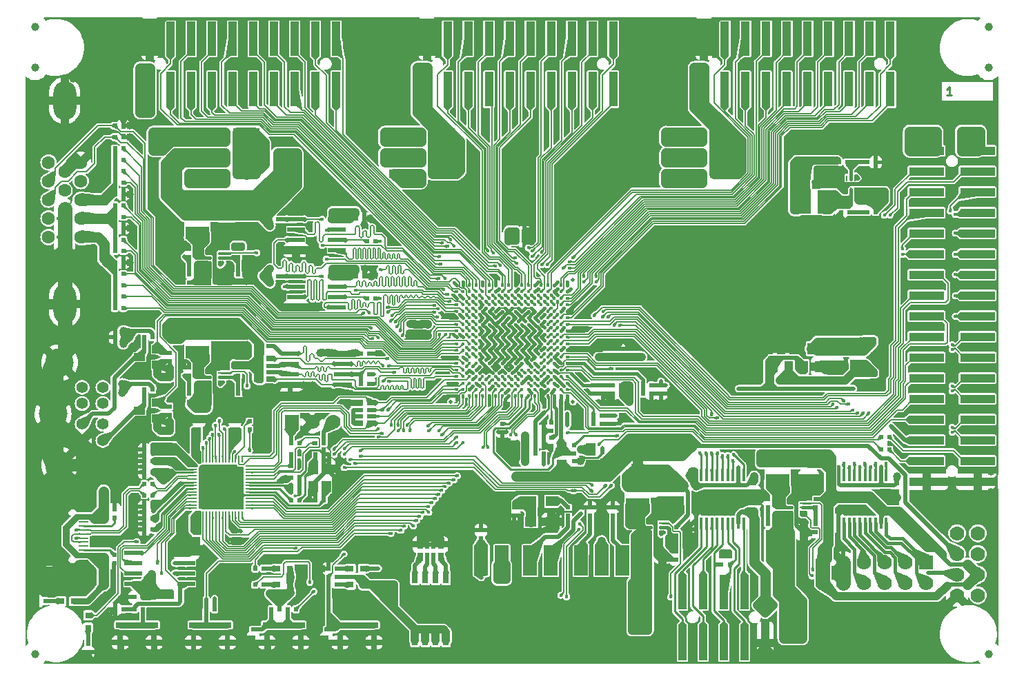
<source format=gbr>
%TF.GenerationSoftware,KiCad,Pcbnew,7.0.11-7.0.11~ubuntu22.04.1*%
%TF.CreationDate,2024-03-11T16:24:10+02:00*%
%TF.ProjectId,GateMateA1-EVB_Rev_B,47617465-4d61-4746-9541-312d4556425f,B*%
%TF.SameCoordinates,PX5f5e100PY7bfa480*%
%TF.FileFunction,Copper,L1,Top*%
%TF.FilePolarity,Positive*%
%FSLAX46Y46*%
G04 Gerber Fmt 4.6, Leading zero omitted, Abs format (unit mm)*
G04 Created by KiCad (PCBNEW 7.0.11-7.0.11~ubuntu22.04.1) date 2024-03-11 16:24:10*
%MOMM*%
%LPD*%
G01*
G04 APERTURE LIST*
%ADD10C,0.254000*%
%TA.AperFunction,NonConductor*%
%ADD11C,0.254000*%
%TD*%
%TA.AperFunction,SMDPad,CuDef*%
%ADD12R,0.500000X0.550000*%
%TD*%
%TA.AperFunction,SMDPad,CuDef*%
%ADD13R,0.550000X0.500000*%
%TD*%
%TA.AperFunction,SMDPad,CuDef*%
%ADD14R,3.302000X1.016000*%
%TD*%
%TA.AperFunction,SMDPad,CuDef*%
%ADD15R,3.000000X1.600000*%
%TD*%
%TA.AperFunction,SMDPad,CuDef*%
%ADD16R,2.200000X1.100000*%
%TD*%
%TA.AperFunction,ComponentPad*%
%ADD17O,2.200000X1.200000*%
%TD*%
%TA.AperFunction,SMDPad,CuDef*%
%ADD18R,2.000000X1.100000*%
%TD*%
%TA.AperFunction,ComponentPad*%
%ADD19O,2.000000X1.300000*%
%TD*%
%TA.AperFunction,SMDPad,CuDef*%
%ADD20R,1.150000X0.300000*%
%TD*%
%TA.AperFunction,SMDPad,CuDef*%
%ADD21R,1.150000X0.250000*%
%TD*%
%TA.AperFunction,SMDPad,CuDef*%
%ADD22R,4.250000X1.000000*%
%TD*%
%TA.AperFunction,SMDPad,CuDef*%
%ADD23R,1.000000X4.250000*%
%TD*%
%TA.AperFunction,ComponentPad*%
%ADD24C,1.778000*%
%TD*%
%TA.AperFunction,SMDPad,CuDef*%
%ADD25R,2.200000X0.600000*%
%TD*%
%TA.AperFunction,SMDPad,CuDef*%
%ADD26R,0.760000X1.270000*%
%TD*%
%TA.AperFunction,SMDPad,CuDef*%
%ADD27R,0.700000X0.250000*%
%TD*%
%TA.AperFunction,SMDPad,CuDef*%
%ADD28R,1.016000X1.016000*%
%TD*%
%TA.AperFunction,SMDPad,CuDef*%
%ADD29C,1.000000*%
%TD*%
%TA.AperFunction,SMDPad,CuDef*%
%ADD30R,1.600200X1.168400*%
%TD*%
%TA.AperFunction,SMDPad,CuDef*%
%ADD31R,0.508000X0.762000*%
%TD*%
%TA.AperFunction,ComponentPad*%
%ADD32R,1.778000X1.778000*%
%TD*%
%TA.AperFunction,SMDPad,CuDef*%
%ADD33R,1.524000X1.270000*%
%TD*%
%TA.AperFunction,SMDPad,CuDef*%
%ADD34R,1.400000X1.000000*%
%TD*%
%TA.AperFunction,SMDPad,CuDef*%
%ADD35R,0.800000X0.800000*%
%TD*%
%TA.AperFunction,ComponentPad*%
%ADD36C,1.410000*%
%TD*%
%TA.AperFunction,ComponentPad*%
%ADD37C,3.500000*%
%TD*%
%TA.AperFunction,ConnectorPad*%
%ADD38C,1.000000*%
%TD*%
%TA.AperFunction,SMDPad,CuDef*%
%ADD39R,1.016000X0.762000*%
%TD*%
%TA.AperFunction,SMDPad,CuDef*%
%ADD40R,1.016000X0.508000*%
%TD*%
%TA.AperFunction,SMDPad,CuDef*%
%ADD41R,1.050000X0.650000*%
%TD*%
%TA.AperFunction,SMDPad,CuDef*%
%ADD42R,1.651000X3.683000*%
%TD*%
%TA.AperFunction,SMDPad,CuDef*%
%ADD43R,1.270000X1.524000*%
%TD*%
%TA.AperFunction,SMDPad,CuDef*%
%ADD44R,0.762000X1.016000*%
%TD*%
%TA.AperFunction,SMDPad,CuDef*%
%ADD45R,0.508000X1.016000*%
%TD*%
%TA.AperFunction,SMDPad,CuDef*%
%ADD46R,0.200000X0.875000*%
%TD*%
%TA.AperFunction,SMDPad,CuDef*%
%ADD47R,0.875000X0.200000*%
%TD*%
%TA.AperFunction,ComponentPad*%
%ADD48C,1.000000*%
%TD*%
%TA.AperFunction,ComponentPad*%
%ADD49C,1.800000*%
%TD*%
%TA.AperFunction,SMDPad,CuDef*%
%ADD50R,3.200000X3.200000*%
%TD*%
%TA.AperFunction,SMDPad,CuDef*%
%ADD51R,0.250000X0.700000*%
%TD*%
%TA.AperFunction,SMDPad,CuDef*%
%ADD52C,0.400000*%
%TD*%
%TA.AperFunction,SMDPad,CuDef*%
%ADD53C,0.500000*%
%TD*%
%TA.AperFunction,SMDPad,CuDef*%
%ADD54R,0.350000X1.400000*%
%TD*%
%TA.AperFunction,SMDPad,CuDef*%
%ADD55R,1.200000X1.400000*%
%TD*%
%TA.AperFunction,ComponentPad*%
%ADD56C,1.600000*%
%TD*%
%TA.AperFunction,ComponentPad*%
%ADD57O,2.800000X4.800000*%
%TD*%
%TA.AperFunction,SMDPad,CuDef*%
%ADD58R,1.000000X1.400000*%
%TD*%
%TA.AperFunction,SMDPad,CuDef*%
%ADD59R,1.600000X3.000000*%
%TD*%
%TA.AperFunction,SMDPad,CuDef*%
%ADD60R,1.400000X1.200000*%
%TD*%
%TA.AperFunction,ViaPad*%
%ADD61C,0.450000*%
%TD*%
%TA.AperFunction,ViaPad*%
%ADD62C,1.000000*%
%TD*%
%TA.AperFunction,Conductor*%
%ADD63C,0.508000*%
%TD*%
%TA.AperFunction,Conductor*%
%ADD64C,0.254000*%
%TD*%
%TA.AperFunction,Conductor*%
%ADD65C,0.762000*%
%TD*%
%TA.AperFunction,Conductor*%
%ADD66C,1.270000*%
%TD*%
%TA.AperFunction,Conductor*%
%ADD67C,0.406400*%
%TD*%
%TA.AperFunction,Conductor*%
%ADD68C,1.016000*%
%TD*%
%TA.AperFunction,Conductor*%
%ADD69C,1.778000*%
%TD*%
%TA.AperFunction,Conductor*%
%ADD70C,2.540000*%
%TD*%
%TA.AperFunction,Conductor*%
%ADD71C,0.203200*%
%TD*%
%TA.AperFunction,Conductor*%
%ADD72C,0.381000*%
%TD*%
%TA.AperFunction,Conductor*%
%ADD73C,1.524000*%
%TD*%
%TA.AperFunction,Conductor*%
%ADD74C,0.127000*%
%TD*%
%TA.AperFunction,Conductor*%
%ADD75C,0.200000*%
%TD*%
%TA.AperFunction,Conductor*%
%ADD76C,0.165100*%
%TD*%
G04 APERTURE END LIST*
D10*
D11*
X113941200Y70137548D02*
X113360628Y70137548D01*
X113650914Y70137548D02*
X113650914Y71153548D01*
X113650914Y71153548D02*
X113554152Y71008405D01*
X113554152Y71008405D02*
X113457390Y70911643D01*
X113457390Y70911643D02*
X113360628Y70863262D01*
D12*
X11292000Y7000000D03*
X12308000Y7000000D03*
X77100000Y34500000D03*
X76084000Y34500000D03*
D13*
X26200000Y16608000D03*
X26200000Y15592000D03*
D14*
X22587000Y65540000D03*
X27413000Y65540000D03*
X22587000Y63000000D03*
X27413000Y63000000D03*
X22587000Y60460000D03*
X27413000Y60460000D03*
D15*
X92600000Y22800000D03*
X92600000Y25200000D03*
D16*
X6530000Y11072400D03*
D17*
X6530000Y11680000D03*
X6530000Y20320000D03*
D16*
X6530000Y20927600D03*
D18*
X2350000Y11072400D03*
D19*
X2350000Y11680000D03*
X2350000Y20320000D03*
D18*
X2350000Y20927600D03*
D20*
X7432000Y19325000D03*
X7432000Y18525000D03*
D21*
X7432000Y17250000D03*
X7432000Y16250000D03*
X7432000Y15750000D03*
X7432000Y14750000D03*
D20*
X7432000Y13475000D03*
X7432000Y12675000D03*
X7432000Y12925000D03*
X7432000Y13725000D03*
D21*
X7432000Y14250000D03*
X7432000Y15250000D03*
X7432000Y16750000D03*
X7432000Y17750000D03*
D20*
X7432000Y18275000D03*
X7432000Y19075000D03*
D22*
X110875000Y63320000D03*
X117125000Y63320000D03*
X110875000Y60780000D03*
X117125000Y60780000D03*
X110875000Y58240000D03*
X117125000Y58240000D03*
X110875000Y55700000D03*
X117125000Y55700000D03*
X110875000Y53160000D03*
X117125000Y53160000D03*
X110875000Y50620000D03*
X117125000Y50620000D03*
X110875000Y48080000D03*
X117125000Y48080000D03*
X110875000Y45540000D03*
X117125000Y45540000D03*
X110875000Y43000000D03*
X117125000Y43000000D03*
X110875000Y40460000D03*
X117125000Y40460000D03*
X110875000Y37920000D03*
X117125000Y37920000D03*
X110875000Y35380000D03*
X117125000Y35380000D03*
X110875000Y32840000D03*
X117125000Y32840000D03*
X110875000Y30300000D03*
X117125000Y30300000D03*
X110875000Y27760000D03*
X117125000Y27760000D03*
X110875000Y25220000D03*
X117125000Y25220000D03*
X110875000Y22680000D03*
X117125000Y22680000D03*
D23*
X15570000Y70875000D03*
X15570000Y77125000D03*
X18110000Y70875000D03*
X18110000Y77125000D03*
X20650000Y70875000D03*
X20650000Y77125000D03*
X23190000Y70875000D03*
X23190000Y77125000D03*
X25730000Y70875000D03*
X25730000Y77125000D03*
X28270000Y70875000D03*
X28270000Y77125000D03*
X30810000Y70875000D03*
X30810000Y77125000D03*
X33350000Y70875000D03*
X33350000Y77125000D03*
X35890000Y70875000D03*
X35890000Y77125000D03*
X38430000Y70875000D03*
X38430000Y77125000D03*
D24*
X114630000Y11255000D03*
D23*
X83570000Y70875000D03*
X83570000Y77125000D03*
X86110000Y70875000D03*
X86110000Y77125000D03*
X88650000Y70875000D03*
X88650000Y77125000D03*
X91190000Y70875000D03*
X91190000Y77125000D03*
X93730000Y70875000D03*
X93730000Y77125000D03*
X96270000Y70875000D03*
X96270000Y77125000D03*
X98810000Y70875000D03*
X98810000Y77125000D03*
X101350000Y70875000D03*
X101350000Y77125000D03*
X103890000Y70875000D03*
X103890000Y77125000D03*
X106430000Y70875000D03*
X106430000Y77125000D03*
D25*
X20035000Y10095000D03*
X20035000Y11365000D03*
X20035000Y12635000D03*
X20035000Y13905000D03*
X13565000Y13905000D03*
X13565000Y12635000D03*
X13565000Y11365000D03*
X13565000Y10095000D03*
D12*
X41908000Y55000000D03*
X40892000Y55000000D03*
D26*
X48095000Y3190000D03*
X49365000Y3190000D03*
X50635000Y3190000D03*
X51905000Y3190000D03*
X51905000Y10810000D03*
X50635000Y10810000D03*
X49365000Y10810000D03*
X48095000Y10810000D03*
D12*
X62892000Y28900000D03*
X63908000Y28900000D03*
D27*
X94150000Y20000000D03*
X94150000Y19500000D03*
X94150000Y19000000D03*
X95650000Y19000000D03*
X95650000Y19500000D03*
X95650000Y20000000D03*
D12*
X37492000Y11000000D03*
X38508000Y11000000D03*
D25*
X33500000Y54905000D03*
X33500000Y53635000D03*
X33500000Y52365000D03*
X33500000Y51095000D03*
X38500000Y51095000D03*
X38500000Y52365000D03*
X38500000Y53635000D03*
X38500000Y54905000D03*
D12*
X11292000Y44000000D03*
X12308000Y44000000D03*
X103600000Y61900000D03*
X104616000Y61900000D03*
D24*
X117170000Y16335000D03*
D13*
X101750000Y37392000D03*
X101750000Y38408000D03*
X86800000Y13508000D03*
X86800000Y12492000D03*
X60300001Y18492000D03*
X60300001Y19508000D03*
D12*
X77100000Y33500000D03*
X76084000Y33500000D03*
X15908000Y23800000D03*
X14892000Y23800000D03*
D13*
X91400000Y19492000D03*
X91400000Y20508000D03*
D12*
X71008000Y30800000D03*
X69992000Y30800000D03*
D13*
X18000000Y37492001D03*
X18000000Y38508001D03*
D28*
X99750000Y38788999D03*
X99750000Y37010999D03*
D12*
X14892000Y21000000D03*
X15908000Y21000000D03*
D13*
X70000000Y33492000D03*
X70000000Y34508000D03*
D28*
X22600000Y47300000D03*
X24378000Y47300000D03*
D29*
X118500000Y1500000D03*
D30*
X75400000Y24238000D03*
X75400000Y24238000D03*
D31*
X75400000Y24746000D03*
X75400000Y25254000D03*
D30*
X75400000Y25762000D03*
D13*
X91400000Y17508000D03*
X91400000Y16492000D03*
D12*
X15908000Y34000000D03*
X14892000Y34000000D03*
D13*
X85700000Y13508000D03*
X85700000Y12492000D03*
X26400000Y50292000D03*
X26400000Y51308000D03*
D12*
X12308000Y40400000D03*
X11292000Y40400000D03*
D13*
X71500000Y39008000D03*
X71500000Y37992000D03*
D12*
X2758000Y8000000D03*
X1742000Y8000000D03*
X38508000Y10000000D03*
X37492000Y10000000D03*
D32*
X110850000Y12770000D03*
D24*
X108310000Y12770000D03*
X105770000Y12770000D03*
X103230000Y12770000D03*
X100690000Y12770000D03*
X98150000Y12770000D03*
X110850000Y10230000D03*
X108310000Y10230000D03*
X105770000Y10230000D03*
X103230000Y10230000D03*
X100690000Y10230000D03*
X98150000Y10230000D03*
D33*
X79100000Y22116000D03*
X79100000Y20084000D03*
D12*
X41492000Y35900000D03*
X42508000Y35900000D03*
D34*
X103750000Y35999999D03*
X103750000Y39799999D03*
D13*
X28250000Y4508000D03*
X28250000Y3492000D03*
X37250000Y3492000D03*
X37250000Y4508000D03*
X80800000Y20592000D03*
X80800000Y21608000D03*
D12*
X29508000Y10000000D03*
X28492000Y10000000D03*
X11292000Y55200000D03*
X12308000Y55200000D03*
X12308000Y58000000D03*
X11292000Y58000000D03*
D35*
X4738000Y8000000D03*
X6262000Y8000000D03*
D13*
X97300000Y17508000D03*
X97300000Y16492000D03*
X78300000Y34508000D03*
X78300000Y33492000D03*
D29*
X118500000Y73500000D03*
D36*
X7270000Y29730000D03*
X7270000Y32270000D03*
X7270000Y27740000D03*
X7270000Y34260000D03*
X9810000Y27740000D03*
X9810000Y34260000D03*
X9810000Y32270000D03*
X9810000Y29730000D03*
D37*
X4500000Y37300000D03*
X3700000Y31000000D03*
X4500000Y24700000D03*
D12*
X15908000Y16800000D03*
X14892000Y16800000D03*
D25*
X33500000Y47905000D03*
X33500000Y46635000D03*
X33500000Y45365000D03*
X33500000Y44095000D03*
X38500000Y44095000D03*
X38500000Y45365000D03*
X38500000Y46635000D03*
X38500000Y47905000D03*
D12*
X36908000Y20400000D03*
X35892000Y20400000D03*
D28*
X76711000Y13600000D03*
X78489000Y13600000D03*
D12*
X11292000Y45400000D03*
X12308000Y45400000D03*
D29*
X1500000Y73500000D03*
D12*
X35892000Y26000000D03*
X36908000Y26000000D03*
X12308001Y53800000D03*
X11292001Y53800000D03*
X11292001Y62200000D03*
X12308001Y62200000D03*
D35*
X31238000Y10000000D03*
X32762000Y10000000D03*
D13*
X107250000Y22508000D03*
X107250000Y21492000D03*
D33*
X96400000Y25016000D03*
X96400000Y22984000D03*
D13*
X64800000Y27092000D03*
X64800000Y28108000D03*
D38*
X1500000Y78500000D03*
D12*
X62892000Y27500000D03*
X63908000Y27500000D03*
D13*
X72200000Y30808000D03*
X72200000Y29792000D03*
D12*
X62892000Y26100000D03*
X63908000Y26100000D03*
X35892000Y27393800D03*
X36908000Y27393800D03*
X29508000Y12000000D03*
X28492000Y12000000D03*
D28*
X94011000Y16500000D03*
X95789000Y16500000D03*
D13*
X20400000Y50292000D03*
X20400000Y51308000D03*
D12*
X11292000Y51000000D03*
X12308000Y51000000D03*
D23*
X91080000Y9125000D03*
X91080000Y2875000D03*
X88540000Y9125000D03*
X88540000Y2875000D03*
X86000000Y9125000D03*
X86000000Y2875000D03*
X83460000Y9125000D03*
X83460000Y2875000D03*
X80920000Y9125000D03*
X80920000Y2875000D03*
D13*
X80150000Y16092000D03*
X80150000Y17108000D03*
D12*
X61508000Y52200000D03*
X60492000Y52200000D03*
D13*
X21500000Y16608000D03*
X21500000Y15592000D03*
D12*
X11292000Y63600000D03*
X12308000Y63600000D03*
D39*
X42762000Y29830000D03*
X41238000Y29830000D03*
D40*
X42762000Y30719000D03*
X41238000Y30719000D03*
X42762000Y31481000D03*
X41238000Y31481000D03*
D39*
X42762000Y32370000D03*
X41238000Y32370000D03*
D15*
X21400000Y53200000D03*
X21400000Y55600000D03*
D41*
X38925000Y5075000D03*
X43075000Y5075000D03*
X38925000Y2925000D03*
X43075000Y2925000D03*
D12*
X106308000Y28200000D03*
X105292000Y28200000D03*
D42*
X64770000Y13000000D03*
X62230000Y13000000D03*
D13*
X58800000Y29808000D03*
X58800000Y28792000D03*
D41*
X29925000Y5075000D03*
X34075000Y5075000D03*
X29925000Y2925000D03*
X34075000Y2925000D03*
D39*
X30362000Y35230000D03*
X28838000Y35230000D03*
D40*
X30362000Y36119000D03*
X28838000Y36119000D03*
X30362000Y36881000D03*
X28838000Y36881000D03*
D39*
X30362000Y37770000D03*
X28838000Y37770000D03*
D13*
X71200000Y33492000D03*
X71200000Y34508000D03*
D43*
X96084000Y60600000D03*
X98116000Y60600000D03*
D13*
X89750000Y18992000D03*
X89750000Y20008000D03*
X69600000Y18492000D03*
X69600000Y19508000D03*
X56200000Y16708000D03*
X56200000Y15692000D03*
X26400000Y35692000D03*
X26400000Y36708000D03*
D12*
X41492000Y34700000D03*
X42508000Y34700000D03*
X32892000Y24600000D03*
X33908000Y24600000D03*
D43*
X66100000Y24584000D03*
X66100000Y26616000D03*
D24*
X114630000Y13795000D03*
D44*
X48730000Y13428000D03*
X48730000Y14952000D03*
D45*
X49619000Y13428000D03*
X49619000Y14952000D03*
X50381000Y13428000D03*
X50381000Y14952000D03*
D44*
X51270000Y13428000D03*
X51270000Y14952000D03*
D25*
X32765000Y38405000D03*
X32765000Y37135000D03*
X32765000Y35865000D03*
X32765000Y34595000D03*
X39235000Y34595000D03*
X39235000Y35865000D03*
X39235000Y37135000D03*
X39235000Y38405000D03*
D13*
X20400000Y35692000D03*
X20400000Y36708000D03*
D15*
X21400000Y38600000D03*
X21400000Y41000000D03*
D12*
X11292000Y48200000D03*
X12308000Y48200000D03*
X105292000Y26600000D03*
X106308000Y26600000D03*
X11292001Y59400000D03*
X12308001Y59400000D03*
D24*
X114630000Y8715000D03*
D12*
X32892000Y21800000D03*
X33908000Y21800000D03*
D46*
X21700000Y18568700D03*
X22100000Y18568700D03*
X22500000Y18568700D03*
X22900000Y18568700D03*
X23300000Y18568700D03*
X23700000Y18568700D03*
X24100000Y18568700D03*
X24500000Y18568700D03*
X24900000Y18568700D03*
X25300000Y18568700D03*
X25700000Y18568700D03*
X26100000Y18568700D03*
X26500000Y18568700D03*
X26900000Y18568700D03*
D47*
X27737500Y19406200D03*
X27737500Y19806200D03*
X27737500Y20206200D03*
X27737500Y20606200D03*
X27737500Y21006200D03*
X27737500Y21406200D03*
X27737500Y21806200D03*
X27737500Y22206200D03*
X27737500Y22606200D03*
X27737500Y23006200D03*
X27737500Y23406200D03*
X27737500Y23806200D03*
X27737500Y24206200D03*
X27737500Y24606200D03*
D46*
X26900000Y25443700D03*
X26500000Y25443700D03*
X26100000Y25443700D03*
X25700000Y25443700D03*
X25300000Y25443700D03*
X24900000Y25443700D03*
X24500000Y25443700D03*
X24100000Y25443700D03*
X23700000Y25443700D03*
X23300000Y25443700D03*
X22900000Y25443700D03*
X22500000Y25443700D03*
X22100000Y25443700D03*
X21700000Y25443700D03*
D47*
X20862500Y24606200D03*
X20862500Y24206200D03*
X20862500Y23806200D03*
X20862500Y23406200D03*
X20862500Y23006200D03*
X20862500Y22606200D03*
X20862500Y22206200D03*
X20862500Y21806200D03*
X20862500Y21406200D03*
X20862500Y21006200D03*
X20862500Y20606200D03*
X20862500Y20206200D03*
X20862500Y19806200D03*
X20862500Y19406200D03*
D48*
X23100000Y23206200D03*
X23100000Y20806200D03*
D49*
X24300000Y22006200D03*
D50*
X24300000Y22006200D03*
D48*
X25500000Y23206200D03*
X25570000Y20806200D03*
D12*
X60592000Y25900000D03*
X61608000Y25900000D03*
D41*
X11925000Y5075000D03*
X16075000Y5075000D03*
X11925000Y2925000D03*
X16075000Y2925000D03*
D12*
X60592000Y27500000D03*
X61608000Y27500000D03*
X30292000Y47900000D03*
X31308000Y47900000D03*
D27*
X22750000Y50700000D03*
X22750000Y50200000D03*
X22750000Y49700000D03*
X24250000Y49700000D03*
X24250000Y50200000D03*
X24250000Y50700000D03*
D12*
X13692000Y7000000D03*
X14708000Y7000000D03*
D13*
X66899999Y18492000D03*
X66899999Y19508000D03*
D51*
X101108000Y58450000D03*
X101608000Y58450000D03*
X102108000Y58450000D03*
X102108000Y59950000D03*
X101608000Y59950000D03*
X101108000Y59950000D03*
D13*
X97300000Y19492000D03*
X97300000Y20508000D03*
D52*
X53200000Y46800000D03*
X54000000Y46800000D03*
X54800000Y46800000D03*
X55600000Y46800000D03*
X56400000Y46800000D03*
X57200000Y46800000D03*
X58000000Y46800000D03*
X58800000Y46800000D03*
X59600000Y46800000D03*
X60400000Y46800000D03*
X61200000Y46800000D03*
X62000000Y46800000D03*
X62800000Y46800000D03*
X63600000Y46800000D03*
X64400000Y46800000D03*
X65200000Y46800000D03*
X66000000Y46800000D03*
X66800000Y46800000D03*
X53200000Y46000000D03*
X54000000Y46000000D03*
X54800000Y46000000D03*
X55600000Y46000000D03*
X56400000Y46000000D03*
X57200000Y46000000D03*
X58000000Y46000000D03*
X58800000Y46000000D03*
X59600000Y46000000D03*
X60400000Y46000000D03*
X61200000Y46000000D03*
X62000000Y46000000D03*
X62800000Y46000000D03*
X63600000Y46000000D03*
X64400000Y46000000D03*
X65200000Y46000000D03*
X66000000Y46000000D03*
X66800000Y46000000D03*
X53200000Y45200000D03*
X54000000Y45200000D03*
X54800000Y45200000D03*
X55600000Y45200000D03*
X56400000Y45200000D03*
X57200000Y45200000D03*
X58000000Y45200000D03*
X58800000Y45200000D03*
X59600000Y45200000D03*
X60400000Y45200000D03*
X61200000Y45200000D03*
X62000000Y45200000D03*
X62800000Y45200000D03*
X63600000Y45200000D03*
X64400000Y45200000D03*
X65200000Y45200000D03*
X66000000Y45200000D03*
X66800000Y45200000D03*
X53200000Y44400000D03*
X54000000Y44400000D03*
X54800000Y44400000D03*
X55600000Y44400000D03*
X56400000Y44400000D03*
X57200000Y44400000D03*
X58000000Y44400000D03*
X58800000Y44400000D03*
X59600000Y44400000D03*
X60400000Y44400000D03*
X61200000Y44400000D03*
X62000000Y44400000D03*
X62800000Y44400000D03*
X63600000Y44400000D03*
X64400000Y44400000D03*
X65200000Y44400000D03*
X66000000Y44400000D03*
X66800000Y44400000D03*
X53200000Y43600000D03*
X54000000Y43600000D03*
X54800000Y43600000D03*
X55600000Y43600000D03*
X56400000Y43600000D03*
X57200000Y43600000D03*
X58000000Y43600000D03*
X58800000Y43600000D03*
X59600000Y43600000D03*
X60400000Y43600000D03*
X61200000Y43600000D03*
X62000000Y43600000D03*
X62800000Y43600000D03*
X63600000Y43600000D03*
X64400000Y43600000D03*
X65200000Y43600000D03*
X66000000Y43600000D03*
X66800000Y43600000D03*
X53200000Y42800000D03*
X54000000Y42800000D03*
X54800000Y42800000D03*
X55600000Y42800000D03*
X56400000Y42800000D03*
X57200000Y42800000D03*
X58000000Y42800000D03*
X58800000Y42800000D03*
X59600000Y42800000D03*
X60400000Y42800000D03*
X61200000Y42800000D03*
X62000000Y42800000D03*
X62800000Y42800000D03*
X63600000Y42800000D03*
X64400000Y42800000D03*
X65200000Y42800000D03*
X66000000Y42800000D03*
X66800000Y42800000D03*
X53200000Y42000000D03*
X54000000Y42000000D03*
X54800000Y42000000D03*
X55600000Y42000000D03*
X56400000Y42000000D03*
X57200000Y42000000D03*
X58000000Y42000000D03*
X58800000Y42000000D03*
X59600000Y42000000D03*
X60400000Y42000000D03*
X61200000Y42000000D03*
X62000000Y42000000D03*
X62800000Y42000000D03*
X63600000Y42000000D03*
X64400000Y42000000D03*
X65200000Y42000000D03*
X66000000Y42000000D03*
X66800000Y42000000D03*
X53200000Y41200000D03*
X54000000Y41200000D03*
X54800000Y41200000D03*
X55600000Y41200000D03*
X56400000Y41200000D03*
X57200000Y41200000D03*
X58000000Y41200000D03*
X58800000Y41200000D03*
X59600000Y41200000D03*
X60400000Y41200000D03*
X61200000Y41200000D03*
X62000000Y41200000D03*
X62800000Y41200000D03*
X63600000Y41200000D03*
X64400000Y41200000D03*
X65200000Y41200000D03*
X66000000Y41200000D03*
X66800000Y41200000D03*
X53200000Y40400000D03*
X54000000Y40400000D03*
X54800000Y40400000D03*
X55600000Y40400000D03*
X56400000Y40400000D03*
X57200000Y40400000D03*
X58000000Y40400000D03*
X58800000Y40400000D03*
X59600000Y40400000D03*
X60400000Y40400000D03*
X61200000Y40400000D03*
X62000000Y40400000D03*
X62800000Y40400000D03*
X63600000Y40400000D03*
X64400000Y40400000D03*
X65200000Y40400000D03*
X66000000Y40400000D03*
X66800000Y40400000D03*
X53200000Y39600000D03*
X54000000Y39600000D03*
X54800000Y39600000D03*
X55600000Y39600000D03*
X56400000Y39600000D03*
X57200000Y39600000D03*
X58000000Y39600000D03*
X58800000Y39600000D03*
X59600000Y39600000D03*
X60400000Y39600000D03*
X61200000Y39600000D03*
X62000000Y39600000D03*
X62800000Y39600000D03*
X63600000Y39600000D03*
X64400000Y39600000D03*
X65200000Y39600000D03*
X66000000Y39600000D03*
X66800000Y39600000D03*
D53*
X67500000Y47500000D03*
X67500000Y32500000D03*
X52500000Y32500000D03*
D52*
X53200000Y38800000D03*
X54000000Y38800000D03*
X54800000Y38800000D03*
X55600000Y38800000D03*
X56400000Y38800000D03*
X57200000Y38800000D03*
X58000000Y38800000D03*
X58800000Y38800000D03*
X59600000Y38800000D03*
X60400000Y38800000D03*
X61200000Y38800000D03*
X62000000Y38800000D03*
X62800000Y38800000D03*
X63600000Y38800000D03*
X64400000Y38800000D03*
X65200000Y38800000D03*
X66000000Y38800000D03*
X66800000Y38800000D03*
X53200000Y38000000D03*
X54000000Y38000000D03*
X54800000Y38000000D03*
X55600000Y38000000D03*
X56400000Y38000000D03*
X57200000Y38000000D03*
X58000000Y38000000D03*
X58800000Y38000000D03*
X59600000Y38000000D03*
X60400000Y38000000D03*
X61200000Y38000000D03*
X62000000Y38000000D03*
X62800000Y38000000D03*
X63600000Y38000000D03*
X64400000Y38000000D03*
X65200000Y38000000D03*
X66000000Y38000000D03*
X66800000Y38000000D03*
X53200000Y37200000D03*
X54000000Y37200000D03*
X54800000Y37200000D03*
X55600000Y37200000D03*
X56400000Y37200000D03*
X57200000Y37200000D03*
X58000000Y37200000D03*
X58800000Y37200000D03*
X59600000Y37200000D03*
X60400000Y37200000D03*
X61200000Y37200000D03*
X62000000Y37200000D03*
X62800000Y37200000D03*
X63600000Y37200000D03*
X64400000Y37200000D03*
X65200000Y37200000D03*
X66000000Y37200000D03*
X66800000Y37200000D03*
X53200000Y36400000D03*
X54000000Y36400000D03*
X54800000Y36400000D03*
X55600000Y36400000D03*
X56400000Y36400000D03*
X57200000Y36400000D03*
X58000000Y36400000D03*
X58800000Y36400000D03*
X59600000Y36400000D03*
X60400000Y36400000D03*
X61200000Y36400000D03*
X62000000Y36400000D03*
X62800000Y36400000D03*
X63600000Y36400000D03*
X64400000Y36400000D03*
X65200000Y36400000D03*
X66000000Y36400000D03*
X66800000Y36400000D03*
X53200000Y35600000D03*
X54000000Y35600000D03*
X54800000Y35600000D03*
X55600000Y35600000D03*
X56400000Y35600000D03*
X57200000Y35600000D03*
X58000000Y35600000D03*
X58800000Y35600000D03*
X59600000Y35600000D03*
X60400000Y35600000D03*
X61200000Y35600000D03*
X62000000Y35600000D03*
X62800000Y35600000D03*
X63600000Y35600000D03*
X64400000Y35600000D03*
X65200000Y35600000D03*
X66000000Y35600000D03*
X66800000Y35600000D03*
X53200000Y34800000D03*
X54000000Y34800000D03*
X54800000Y34800000D03*
X55600000Y34800000D03*
X56400000Y34800000D03*
X57200000Y34800000D03*
X58000000Y34800000D03*
X58800000Y34800000D03*
X59600000Y34800000D03*
X60400000Y34800000D03*
X61200000Y34800000D03*
X62000000Y34800000D03*
X62800000Y34800000D03*
X63600000Y34800000D03*
X64400000Y34800000D03*
X65200000Y34800000D03*
X66000000Y34800000D03*
X66800000Y34800000D03*
X53200000Y34000000D03*
X54000000Y34000000D03*
X54800000Y34000000D03*
X55600000Y34000000D03*
X56400000Y34000000D03*
X57200000Y34000000D03*
X58000000Y34000000D03*
X58800000Y34000000D03*
X59600000Y34000000D03*
X60400000Y34000000D03*
X61200000Y34000000D03*
X62000000Y34000000D03*
X62800000Y34000000D03*
X63600000Y34000000D03*
X64400000Y34000000D03*
X65200000Y34000000D03*
X66000000Y34000000D03*
X66800000Y34000000D03*
X53200000Y33200000D03*
X54000000Y33200000D03*
X54800000Y33200000D03*
X55600000Y33200000D03*
X56400000Y33200000D03*
X57200000Y33200000D03*
X58000000Y33200000D03*
X58800000Y33200000D03*
X59600000Y33200000D03*
X60400000Y33200000D03*
X61200000Y33200000D03*
X62000000Y33200000D03*
X62800000Y33200000D03*
X63600000Y33200000D03*
X64400000Y33200000D03*
X65200000Y33200000D03*
X66000000Y33200000D03*
X66800000Y33200000D03*
D13*
X11200000Y12692000D03*
X11200000Y13708000D03*
D12*
X12308001Y65000000D03*
X11292001Y65000000D03*
D23*
X49570000Y70875000D03*
X49570000Y77125000D03*
X52110000Y70875000D03*
X52110000Y77125000D03*
X54650000Y70875000D03*
X54650000Y77125000D03*
X57190000Y70875000D03*
X57190000Y77125000D03*
X59730000Y70875000D03*
X59730000Y77125000D03*
X62270000Y70875000D03*
X62270000Y77125000D03*
X64810000Y70875000D03*
X64810000Y77125000D03*
X67350000Y70875000D03*
X67350000Y77125000D03*
X69890000Y70875000D03*
X69890000Y77125000D03*
X72430000Y70875000D03*
X72430000Y77125000D03*
D13*
X26400000Y48108000D03*
X26400000Y47092000D03*
D54*
X88425000Y23400000D03*
X87775000Y23400000D03*
X87125000Y23400000D03*
X86475000Y23400000D03*
X85825000Y23400000D03*
X85175000Y23400000D03*
X84525000Y23400000D03*
X83875000Y23400000D03*
X83225000Y23400000D03*
X82575000Y23400000D03*
X82575000Y17600000D03*
X83225000Y17600000D03*
X83875000Y17600000D03*
X84525000Y17600000D03*
X85175000Y17600000D03*
X85825000Y17600000D03*
X86475000Y17600000D03*
X87125000Y17600000D03*
X87775000Y17600000D03*
X88425000Y17600000D03*
D35*
X40238000Y12000000D03*
X41762000Y12000000D03*
D13*
X20400000Y48108000D03*
X20400000Y47092000D03*
D42*
X58770000Y13000000D03*
X56230000Y13000000D03*
D13*
X64800000Y28892000D03*
X64800000Y29908000D03*
D24*
X117170000Y11255000D03*
D27*
X76850000Y17600000D03*
X76850000Y17100000D03*
X76850000Y16600000D03*
X78350000Y16600000D03*
X78350000Y17100000D03*
X78350000Y17600000D03*
D13*
X67600000Y24192000D03*
X67600000Y25208000D03*
D12*
X12308000Y66400000D03*
X11292000Y66400000D03*
D13*
X48900000Y40992000D03*
X48900000Y42008000D03*
D12*
X22492000Y7000000D03*
X23508000Y7000000D03*
D55*
X35600000Y24300000D03*
X37200000Y22100000D03*
X37200000Y24300000D03*
X35600000Y22100000D03*
D12*
X33908000Y20400000D03*
X32892000Y20400000D03*
X30108000Y39300000D03*
X29092000Y39300000D03*
D42*
X73540000Y13000000D03*
X71000000Y13000000D03*
X68460000Y13000000D03*
D13*
X11200000Y19308000D03*
X11200000Y18292000D03*
D34*
X16507440Y30450040D03*
X16507440Y32352500D03*
X14297640Y31397460D03*
D35*
X31238000Y12000000D03*
X32762000Y12000000D03*
D24*
X114630000Y16335000D03*
D13*
X71100000Y25292000D03*
X71100000Y26308000D03*
D12*
X103592000Y55800000D03*
X104608000Y55800000D03*
D24*
X117170000Y8715000D03*
D12*
X61508000Y53300000D03*
X60492000Y53300000D03*
X15908000Y25200000D03*
X14892000Y25200000D03*
X38508000Y12000000D03*
X37492000Y12000000D03*
D28*
X104608000Y58311000D03*
X104608000Y60089000D03*
D12*
X41908000Y47900000D03*
X40892000Y47900000D03*
X11292000Y52400000D03*
X12308000Y52400000D03*
D33*
X25000000Y55416000D03*
X25000000Y53384000D03*
D12*
X11292000Y60800000D03*
X12308000Y60800000D03*
D38*
X118500000Y78500000D03*
D14*
X46587000Y65540000D03*
X51413000Y65540000D03*
X46587000Y63000000D03*
X51413000Y63000000D03*
X46587000Y60460000D03*
X51413000Y60460000D03*
D13*
X80150000Y14108000D03*
X80150000Y13092000D03*
D12*
X101116000Y61900000D03*
X100100000Y61900000D03*
X15908000Y40400000D03*
X14892000Y40400000D03*
X33908000Y26000000D03*
X32892000Y26000000D03*
D13*
X107250000Y18992000D03*
X107250000Y20008000D03*
D34*
X16507440Y37050040D03*
X16507440Y38952500D03*
X14297640Y37997460D03*
D12*
X42192000Y52200000D03*
X43208000Y52200000D03*
X32892000Y23200000D03*
X33908000Y23200000D03*
X12308000Y49600000D03*
X11292000Y49600000D03*
X11292000Y46800000D03*
X12308000Y46800000D03*
X18292000Y8500000D03*
X19308000Y8500000D03*
X15908000Y19600000D03*
X14892000Y19600000D03*
D13*
X20400000Y33480000D03*
X20400000Y32464000D03*
D24*
X117170000Y13795000D03*
D12*
X73408000Y34500000D03*
X72392000Y34500000D03*
X32492000Y7000000D03*
X33508000Y7000000D03*
D13*
X67600000Y26092000D03*
X67600000Y27108000D03*
D56*
X7090000Y52720000D03*
X7090000Y55010000D03*
X7090000Y57300000D03*
X7090000Y59590000D03*
X7090000Y61880000D03*
X5110000Y51575000D03*
X5110000Y53865000D03*
X5110000Y56155000D03*
X5110000Y58445000D03*
X5110000Y60735000D03*
X3130000Y52720000D03*
X3130000Y55010000D03*
X3130000Y57300000D03*
X3130000Y59590000D03*
X3130000Y61880000D03*
D57*
X5110000Y69495000D03*
X5110000Y44505000D03*
D12*
X14892000Y22400000D03*
X15908000Y22400000D03*
D13*
X27800000Y29092000D03*
X27800000Y30108000D03*
D12*
X30492000Y7000000D03*
X31508000Y7000000D03*
D58*
X95800000Y36799999D03*
X97700000Y36799999D03*
X96750000Y38999999D03*
D41*
X20925000Y5075000D03*
X25075000Y5075000D03*
X20925000Y2925000D03*
X25075000Y2925000D03*
D28*
X22611000Y32700000D03*
X24389000Y32700000D03*
D13*
X8000000Y2758000D03*
X8000000Y1742000D03*
D12*
X15908000Y26600000D03*
X14892000Y26600000D03*
X15908000Y18200000D03*
X14892000Y18200000D03*
D27*
X22750000Y36000000D03*
X22750000Y35500000D03*
X22750000Y35000000D03*
X24250000Y35000000D03*
X24250000Y35500000D03*
X24250000Y36000000D03*
D35*
X8000000Y4738000D03*
X8000000Y6262000D03*
D12*
X33908000Y27393800D03*
X32892000Y27393800D03*
D13*
X21600000Y29098200D03*
X21600000Y30114200D03*
X18000000Y30892000D03*
X18000000Y31908000D03*
D12*
X11292000Y56600000D03*
X12308000Y56600000D03*
X30292000Y54900000D03*
X31308000Y54900000D03*
D43*
X69700000Y24584000D03*
X69700000Y26616000D03*
D15*
X75400000Y19900000D03*
X75400000Y22300000D03*
D12*
X71008000Y29800000D03*
X69992000Y29800000D03*
D32*
X32960000Y30000000D03*
D24*
X35500000Y30000000D03*
X38040000Y30000000D03*
D33*
X25000000Y40816000D03*
X25000000Y38784000D03*
D54*
X105925000Y23400000D03*
X105275000Y23400000D03*
X104625000Y23400000D03*
X103975000Y23400000D03*
X103325000Y23400000D03*
X102675000Y23400000D03*
X102025000Y23400000D03*
X101375000Y23400000D03*
X100725000Y23400000D03*
X100075000Y23400000D03*
X100075000Y17600000D03*
X100725000Y17600000D03*
X101375000Y17600000D03*
X102025000Y17600000D03*
X102675000Y17600000D03*
X103325000Y17600000D03*
X103975000Y17600000D03*
X104625000Y17600000D03*
X105275000Y17600000D03*
X105925000Y17600000D03*
D13*
X89750000Y22508000D03*
X89750000Y21492000D03*
X47300000Y40992000D03*
X47300000Y42008000D03*
D59*
X98300000Y57000000D03*
X95900000Y57000000D03*
D12*
X73408000Y33500000D03*
X72392000Y33500000D03*
X13692000Y8500000D03*
X14708000Y8500000D03*
X42192000Y45200000D03*
X43208000Y45200000D03*
X42508000Y38400000D03*
X41492000Y38400000D03*
D38*
X1500000Y1500000D03*
D13*
X26400000Y33480000D03*
X26400000Y32464000D03*
D60*
X62330000Y17730000D03*
X64870000Y17730000D03*
X64870000Y20270000D03*
X62330000Y20270000D03*
D13*
X26000000Y29098200D03*
X26000000Y30114200D03*
X73100000Y39008000D03*
X73100000Y37992000D03*
D14*
X81087000Y65540000D03*
X85913000Y65540000D03*
X81087000Y63000000D03*
X85913000Y63000000D03*
X81087000Y60460000D03*
X85913000Y60460000D03*
D12*
X101408000Y55800000D03*
X100392000Y55800000D03*
D13*
X72400000Y19508000D03*
X72400000Y18492000D03*
D58*
X92100000Y36800000D03*
X94000000Y36800000D03*
X93050000Y39000000D03*
D35*
X40238000Y10000000D03*
X41762000Y10000000D03*
D61*
X25700000Y31900000D03*
D62*
X84500000Y44500000D03*
D61*
X43100000Y34700000D03*
X107000000Y60800000D03*
X58800000Y28200000D03*
X82575000Y16625000D03*
D62*
X1016000Y39400000D03*
X82400000Y78800000D03*
D61*
X60000000Y39200000D03*
D62*
X66100000Y78800000D03*
D61*
X71608000Y29800000D03*
D62*
X32200000Y1051002D03*
X8100000Y74200000D03*
D61*
X24250000Y37400000D03*
D62*
X84800000Y76600000D03*
X97500000Y78800000D03*
D61*
X104608000Y59200000D03*
D62*
X95800000Y11900000D03*
D61*
X19800000Y36722962D03*
D62*
X25500000Y32700000D03*
D61*
X24900000Y51400000D03*
D62*
X27300000Y32700000D03*
X34400000Y34500000D03*
X26500000Y20900000D03*
X118800000Y54400000D03*
X105300000Y21261000D03*
D61*
X100400000Y60800000D03*
X62000000Y52900000D03*
X14400000Y25900000D03*
D62*
X23200000Y24265000D03*
X4500000Y10600000D03*
X38200000Y1051002D03*
X78200000Y1051002D03*
X35500000Y34500000D03*
D61*
X99700000Y60000000D03*
X99700000Y59200000D03*
X63200000Y40000000D03*
D62*
X84800000Y77700000D03*
X87000000Y44500000D03*
X112800000Y7000000D03*
D61*
X58000000Y48000000D03*
X60800000Y48000000D03*
X64100000Y16900000D03*
D62*
X111800000Y70000000D03*
D61*
X56000000Y34400000D03*
X33900000Y22500000D03*
D62*
X4500000Y11700000D03*
D61*
X77600000Y17000000D03*
D62*
X95840000Y21650000D03*
X31000000Y44900000D03*
X31200000Y34200000D03*
X100100000Y19200010D03*
X118800000Y66000000D03*
D61*
X14400000Y24500000D03*
D62*
X12300000Y67200000D03*
D61*
X105800000Y20500000D03*
X109000000Y54400000D03*
X60900000Y18500000D03*
X82575000Y15700000D03*
X48700000Y15700000D03*
X68000000Y44600000D03*
D62*
X14400000Y76600000D03*
D61*
X55100000Y52900000D03*
X69200000Y41600000D03*
D62*
X81400000Y14600000D03*
D61*
X51500000Y36000000D03*
D62*
X106200000Y1051002D03*
D61*
X68000000Y39200000D03*
X62600000Y31700000D03*
D62*
X1016000Y57400000D03*
X23700000Y38200000D03*
D61*
X50400000Y15700000D03*
D62*
X117500000Y68800000D03*
D61*
X65600000Y46400000D03*
D62*
X6700000Y22500000D03*
D61*
X98700000Y36150000D03*
D62*
X22100000Y24265000D03*
D61*
X78300000Y15400000D03*
X59200000Y32500000D03*
D62*
X68400000Y25200000D03*
X78575000Y18900000D03*
D61*
X64850000Y16900000D03*
X23600000Y31900000D03*
D62*
X68200000Y1051002D03*
X118800000Y14200000D03*
X13000000Y78800000D03*
D61*
X65600000Y45600000D03*
D62*
X82400000Y75500000D03*
D61*
X69197176Y33900000D03*
D62*
X101100000Y19200000D03*
D61*
X72400000Y32300000D03*
D62*
X111800000Y78800000D03*
D61*
X59700000Y17700000D03*
D62*
X25400000Y24265000D03*
D61*
X61600000Y41600000D03*
D62*
X6923887Y6923887D03*
X1016000Y65400000D03*
D61*
X69700000Y13600000D03*
D62*
X118800000Y16600000D03*
D61*
X14400000Y23800000D03*
D62*
X118800000Y41700000D03*
X44200000Y1051002D03*
D61*
X58400000Y41600000D03*
X68266229Y35766229D03*
D62*
X118800000Y64700000D03*
X55900000Y78800000D03*
X82400000Y76600000D03*
X100100000Y78800000D03*
D61*
X103900000Y59200000D03*
D62*
X3000000Y13200000D03*
D61*
X25000000Y33500000D03*
D62*
X25500000Y47300000D03*
D61*
X89100000Y20000000D03*
X70200000Y19500000D03*
X72400000Y33000000D03*
X60800000Y47200000D03*
X99700000Y60800000D03*
D62*
X16800000Y78800000D03*
D61*
X63200000Y41600000D03*
X23489000Y47800000D03*
D62*
X1000000Y9000000D03*
D61*
X79200000Y13600000D03*
D62*
X41000000Y78800000D03*
X111800000Y74500000D03*
X36700000Y12000000D03*
D61*
X80150000Y20600000D03*
D62*
X73700000Y78800000D03*
X4500000Y19200000D03*
X3000000Y15400000D03*
D61*
X56800000Y44000000D03*
D62*
X75000000Y78800000D03*
X118800000Y49350000D03*
D61*
X105300000Y59200000D03*
X36400000Y23200000D03*
D62*
X50800000Y75500000D03*
D61*
X58400000Y38400000D03*
D62*
X53400000Y78800000D03*
D61*
X52800000Y38000000D03*
X56200000Y17300000D03*
X60000000Y40000000D03*
D62*
X70700000Y39800000D03*
X92300000Y1051002D03*
D61*
X77600000Y17650000D03*
D62*
X27500000Y52800000D03*
D61*
X96350000Y21050000D03*
D62*
X118800000Y56950000D03*
X82200000Y1051002D03*
X50800000Y77700000D03*
X110700000Y78800000D03*
X58500000Y78800000D03*
X1000000Y11000000D03*
X104200000Y1051002D03*
X9800000Y59400000D03*
X1016000Y45400000D03*
D61*
X65600000Y38400000D03*
X59200000Y36800000D03*
D62*
X1016000Y71400000D03*
D61*
X49600000Y15700000D03*
X23500000Y50000000D03*
D62*
X9800000Y62200000D03*
X28200000Y1051002D03*
X9000000Y78800000D03*
X118800000Y46800000D03*
D61*
X26600000Y30100000D03*
X66800000Y32700000D03*
D62*
X27500000Y38200000D03*
D61*
X22600000Y51100000D03*
D62*
X98200000Y54800000D03*
D61*
X14400000Y26600000D03*
D62*
X13100000Y66400000D03*
X1000000Y29400000D03*
X96200000Y1051002D03*
X112200000Y1051002D03*
X20200000Y1051002D03*
X106700000Y60100000D03*
X94200000Y39000000D03*
D61*
X59700000Y18500000D03*
X94000000Y20600000D03*
X66400000Y34400000D03*
D62*
X94900000Y22000000D03*
X111800000Y76000000D03*
X89800000Y1051002D03*
D61*
X61600000Y40000000D03*
X100400000Y59200000D03*
D62*
X100200000Y1051002D03*
D61*
X23500000Y37400000D03*
D62*
X48200000Y1051002D03*
D61*
X63200000Y40800000D03*
X63200000Y48000000D03*
X20500000Y15100000D03*
D62*
X46200000Y1051002D03*
X1016000Y63400000D03*
X91900000Y40300000D03*
X98800000Y59200000D03*
D61*
X65600000Y16900000D03*
D62*
X24200000Y1051002D03*
D61*
X56800000Y43200000D03*
D62*
X6200000Y72200000D03*
D61*
X66800000Y47200000D03*
D62*
X84700000Y1051002D03*
D61*
X35200000Y21100000D03*
X26400000Y31900000D03*
X37600000Y25300000D03*
D62*
X92400000Y78800000D03*
D61*
X60000000Y38400000D03*
D62*
X50200000Y1051002D03*
D61*
X20400000Y37200000D03*
X39000000Y32400000D03*
D62*
X42500000Y78800000D03*
D61*
X78300000Y33000000D03*
D62*
X94200000Y40300000D03*
D61*
X24900000Y48700000D03*
D62*
X26500000Y22000000D03*
D61*
X56800000Y41600000D03*
X103200000Y60800000D03*
D62*
X111800000Y3000000D03*
X48400000Y78800000D03*
D61*
X56800000Y38400000D03*
X33900000Y25200000D03*
D62*
X1016000Y61400000D03*
X1016000Y51400000D03*
X89900000Y78800000D03*
D61*
X52799990Y43200000D03*
D62*
X24300000Y24265000D03*
D61*
X55600000Y52300000D03*
D62*
X35200000Y50000000D03*
X118800000Y36650000D03*
D61*
X94900000Y20600000D03*
D62*
X91900000Y39000000D03*
D61*
X107500000Y55400000D03*
X103200000Y60100000D03*
X72400000Y20100000D03*
X106200000Y59200000D03*
X25500000Y37900000D03*
X21500000Y15100000D03*
X25500000Y52500000D03*
X63200000Y47200000D03*
X64000000Y32700000D03*
D62*
X100377038Y54800000D03*
X32100000Y78800000D03*
D61*
X52864309Y47135691D03*
X67400000Y44000000D03*
D62*
X44000000Y78800000D03*
D61*
X62400000Y44000000D03*
D62*
X118800000Y21400000D03*
X18500000Y52400000D03*
X1000000Y7000000D03*
D61*
X60000000Y42400000D03*
D62*
X94900000Y23100000D03*
D61*
X21000000Y14600000D03*
X24200000Y52100000D03*
D62*
X30200000Y1051002D03*
D61*
X71100000Y26800000D03*
D62*
X23700000Y52800000D03*
D61*
X37300000Y19500000D03*
X71799990Y33492000D03*
X59200000Y44000000D03*
D62*
X26500000Y23200000D03*
X118800000Y31550000D03*
X71150000Y78800000D03*
X22100000Y19800000D03*
X13100000Y53800000D03*
X81400000Y16800000D03*
X58200000Y1051002D03*
D61*
X105300000Y60800000D03*
D62*
X1016000Y49400000D03*
X36200000Y44100000D03*
D61*
X50800000Y35000000D03*
X23500000Y36000000D03*
D62*
X111800000Y71500000D03*
D61*
X61600000Y38400000D03*
D62*
X1016000Y67400000D03*
X1016000Y69400000D03*
X26400000Y38200000D03*
D61*
X24200000Y51400000D03*
X64000000Y43200000D03*
X39800000Y32400000D03*
D62*
X18200000Y1051002D03*
X61000000Y78800000D03*
D61*
X77600000Y15400000D03*
X106299999Y19999999D03*
D62*
X1016000Y37400000D03*
X111800000Y77300000D03*
D61*
X61600000Y40800000D03*
D62*
X5600000Y22500000D03*
D61*
X68400000Y41600000D03*
D62*
X100800000Y37025000D03*
D61*
X59200000Y31800000D03*
D62*
X14400000Y77700000D03*
D61*
X61600000Y39200000D03*
D62*
X76200000Y1051002D03*
D61*
X77600000Y13600000D03*
D62*
X114500000Y68800000D03*
D61*
X67199992Y39200000D03*
D62*
X36200000Y1051002D03*
X84800000Y75500000D03*
X19400000Y78800000D03*
D61*
X62400000Y35200000D03*
D62*
X12200000Y1051002D03*
X64200000Y1051002D03*
X118800000Y44300000D03*
D61*
X24200000Y48000000D03*
X62400000Y36800000D03*
X23600000Y33500000D03*
D62*
X1000000Y27400000D03*
D61*
X21000000Y30100000D03*
X77700000Y33500000D03*
D62*
X14400000Y78800000D03*
D61*
X94900000Y17300000D03*
X23489000Y48500000D03*
X56800000Y40800000D03*
X52125000Y38000000D03*
D62*
X105200000Y78800000D03*
X82600000Y20200000D03*
X1016000Y59400000D03*
D61*
X57200000Y32100000D03*
D62*
X68600000Y78800000D03*
D61*
X60000000Y41600000D03*
D62*
X42000000Y48800000D03*
X91900000Y44500000D03*
X79600000Y1051002D03*
D61*
X25400000Y30100000D03*
D62*
X19400000Y15000000D03*
X10200000Y1051002D03*
X31800000Y51100000D03*
X87300000Y1051002D03*
X11000000Y78800000D03*
X24400000Y31600000D03*
X79500000Y78800000D03*
D61*
X99000000Y60800000D03*
X57600000Y36800000D03*
D62*
X81000000Y78800000D03*
X107700000Y78800000D03*
X56200000Y1051002D03*
D61*
X14400000Y25200000D03*
X63200000Y39200000D03*
X52829817Y45598803D03*
X62700000Y52900000D03*
D62*
X60200000Y1051002D03*
X118800000Y26450000D03*
X23200000Y19800000D03*
X102250000Y44500000D03*
D61*
X26000000Y30600000D03*
D62*
X37200000Y78800000D03*
X23700000Y54000000D03*
X22100000Y22000000D03*
X81400000Y15700000D03*
D61*
X26200000Y15100000D03*
X58400000Y40000000D03*
D62*
X14400000Y75500000D03*
X27500000Y54000000D03*
X1016000Y35400000D03*
D61*
X60000000Y43200000D03*
X63200000Y38400000D03*
D62*
X35200000Y51100000D03*
D61*
X25600000Y48100000D03*
X67599996Y41600000D03*
D62*
X1016000Y47400000D03*
D61*
X94900000Y19200000D03*
D62*
X25400000Y19800000D03*
D61*
X69000000Y19508000D03*
D62*
X42600000Y55000000D03*
D61*
X76600000Y18000000D03*
X59299996Y28800000D03*
X73000000Y19500000D03*
X21000000Y15600000D03*
X35900000Y21100000D03*
D62*
X97600000Y59200000D03*
X54200000Y1051002D03*
X78000000Y78800000D03*
D61*
X60000000Y37600000D03*
X40500000Y32400000D03*
D62*
X98700000Y37010999D03*
X50800000Y78800000D03*
X1000000Y21400000D03*
X34600000Y78800000D03*
X29600000Y78800000D03*
X1000000Y13200000D03*
X107250000Y20750000D03*
X118800000Y59500000D03*
D61*
X14400000Y17500000D03*
D62*
X60200000Y26700000D03*
X3400000Y22500000D03*
X34200000Y1051002D03*
X93050000Y40300000D03*
X26200000Y1051002D03*
D61*
X56000000Y36800000D03*
D62*
X88400000Y20750000D03*
X41900000Y54200000D03*
X48400000Y75500000D03*
X13100000Y49600000D03*
D61*
X24250000Y36700000D03*
X94900000Y18000000D03*
X14400000Y16800000D03*
X14400000Y19600000D03*
D62*
X1000000Y25400000D03*
X4500000Y12800000D03*
X42700000Y47900000D03*
D61*
X38200000Y20600000D03*
D62*
X97800000Y23100000D03*
X27000000Y78800000D03*
X4500000Y20300000D03*
D61*
X102500000Y60800000D03*
X25000000Y36700000D03*
D62*
X24400000Y78800000D03*
X8135002Y1051002D03*
D61*
X66800000Y31900000D03*
X61600000Y37600000D03*
X78900000Y33500000D03*
D62*
X118800000Y67300000D03*
X72200000Y1051002D03*
X82400000Y77700000D03*
X26500000Y19800000D03*
X77600000Y20200000D03*
D61*
X37800000Y20000000D03*
X63900000Y29500000D03*
X100400000Y60000000D03*
X56800000Y37600000D03*
D62*
X9800000Y63600000D03*
D61*
X47800000Y57800000D03*
X44800000Y33500000D03*
X71800000Y19500000D03*
X58400000Y39200000D03*
X110000000Y54400000D03*
D62*
X47000000Y78800000D03*
D61*
X52100000Y33200000D03*
X103200000Y59200000D03*
X21600000Y30600000D03*
D62*
X18300000Y15000000D03*
X71900000Y39800000D03*
X1000000Y31400000D03*
X118800000Y11800000D03*
D61*
X104600000Y60800000D03*
D62*
X1016000Y53400000D03*
X66200000Y1051002D03*
X87400000Y78800000D03*
D61*
X95750000Y20600000D03*
X58300000Y28800000D03*
D62*
X18500000Y51322962D03*
D61*
X64000000Y31900000D03*
D62*
X1000000Y19400000D03*
X102100000Y19200000D03*
X1016000Y41400000D03*
D61*
X59200000Y43200000D03*
D62*
X21900000Y78800000D03*
D61*
X61600000Y35200000D03*
D62*
X79625000Y18900000D03*
X77600000Y19200000D03*
D61*
X27100000Y31900000D03*
D62*
X102200000Y1051002D03*
D61*
X24900000Y48000000D03*
X58000000Y47200016D03*
X23500000Y36700000D03*
X54400000Y32800000D03*
X64800000Y26500000D03*
D62*
X26400000Y52800000D03*
D61*
X58400000Y40800000D03*
X71800000Y32600000D03*
D62*
X16800000Y77700000D03*
X50800000Y76600000D03*
D61*
X24900000Y52100000D03*
D62*
X39700000Y78800000D03*
D61*
X60000000Y40800000D03*
X55600004Y16700000D03*
X51300000Y15700000D03*
D62*
X24300000Y19800000D03*
D61*
X23489000Y47100000D03*
D62*
X108200000Y1051002D03*
X94500000Y44500000D03*
X106295505Y21261000D03*
D61*
X73400000Y15700000D03*
D62*
X1000000Y15400000D03*
D61*
X58400000Y37600000D03*
D62*
X80600000Y19200000D03*
X102600000Y78800000D03*
X97800000Y22000000D03*
X1016000Y33400000D03*
X118800000Y9400000D03*
X98200000Y1051002D03*
D61*
X60300000Y18000000D03*
D62*
X109200000Y78800000D03*
D61*
X52000000Y43200000D03*
X63908000Y26900000D03*
X56800000Y42400000D03*
D62*
X19577038Y51322962D03*
X23700000Y39400000D03*
X83700000Y20200000D03*
X8100000Y77800000D03*
D61*
X43700000Y38400000D03*
X58400000Y36800000D03*
X77600000Y18300000D03*
D62*
X62400000Y52200000D03*
X1016000Y43400000D03*
X42200000Y1051002D03*
X4500000Y22500000D03*
X16800000Y75500000D03*
X70200000Y1051002D03*
D61*
X69600000Y20100000D03*
D62*
X112900000Y78800000D03*
X33500000Y50000000D03*
X31800000Y44100000D03*
X99750000Y44500000D03*
D61*
X35200000Y20400000D03*
D62*
X22200000Y1051002D03*
X60200000Y25100000D03*
D61*
X63908000Y28200000D03*
X52800000Y40800000D03*
D62*
X40200000Y1051002D03*
D61*
X26700000Y15600000D03*
X20000000Y15600000D03*
X22600000Y36500000D03*
D62*
X13100000Y65000000D03*
D61*
X94900000Y19900000D03*
D62*
X113000000Y68800000D03*
D61*
X36900000Y25300000D03*
X100600000Y36150000D03*
D62*
X7000000Y78800000D03*
X49700000Y40600000D03*
D61*
X53200000Y32700000D03*
X33900000Y21100000D03*
X60000000Y36800000D03*
X56800000Y39200000D03*
D62*
X18300000Y13900000D03*
X118800000Y23900000D03*
D61*
X87800000Y20000000D03*
D62*
X16800000Y76600000D03*
D61*
X52800000Y33200000D03*
X14400000Y18900000D03*
D62*
X105700000Y60100000D03*
D61*
X23600000Y32700000D03*
D62*
X74200000Y1051002D03*
X116000000Y68800000D03*
D61*
X50800000Y36000000D03*
D62*
X48400000Y77700000D03*
D61*
X72700000Y29800000D03*
D62*
X13100000Y58000000D03*
D61*
X99750000Y36150000D03*
D62*
X62200000Y1051002D03*
X22100000Y23200000D03*
D61*
X101800000Y59200000D03*
X64000000Y33600000D03*
D62*
X48400000Y76600000D03*
X7200000Y73200000D03*
D61*
X14400000Y18200000D03*
D62*
X45500000Y78800000D03*
X26400000Y39400000D03*
X14200000Y1051002D03*
X3000000Y71900000D03*
X63550000Y78800000D03*
X96860000Y21650000D03*
X35200000Y44100000D03*
X118800000Y51900000D03*
X111800000Y5000000D03*
X9800000Y60800000D03*
D61*
X103900000Y60800000D03*
D62*
X111800000Y73000000D03*
X52200000Y1051002D03*
D61*
X25700000Y34200000D03*
X51464601Y37999760D03*
X22200000Y30100000D03*
D62*
X27400000Y47300000D03*
D61*
X111000000Y54400000D03*
D62*
X110200000Y1051002D03*
X4500000Y21400000D03*
X118800000Y39200000D03*
D61*
X43000000Y38400000D03*
X25700000Y15600000D03*
X25000000Y34200000D03*
D62*
X1000000Y17400000D03*
D61*
X106000000Y60800000D03*
D62*
X118800000Y19000000D03*
X95000000Y78800000D03*
X118800000Y34100000D03*
D61*
X37500000Y26000000D03*
X99000000Y60000000D03*
X72300000Y13600000D03*
D62*
X118800000Y7200000D03*
X1016000Y55400000D03*
X27500000Y39400000D03*
D61*
X103900000Y60100000D03*
D62*
X94200000Y1051002D03*
X89500000Y44500000D03*
D61*
X89100000Y21500000D03*
D62*
X48100000Y40600000D03*
D61*
X21500000Y14100000D03*
X68964511Y35067949D03*
X87800000Y21500000D03*
D62*
X16200000Y1051002D03*
X22100000Y20900000D03*
D61*
X57200000Y32800000D03*
D62*
X26400000Y54000000D03*
D61*
X23500000Y51400000D03*
X24300000Y33500000D03*
X101100000Y59200000D03*
D62*
X8100000Y76000000D03*
D61*
X80150000Y19950000D03*
D62*
X7000000Y1051000D03*
D61*
X62400000Y42400000D03*
X106200000Y54100000D03*
D62*
X76500000Y78800000D03*
X84800000Y78800000D03*
X2300000Y22500000D03*
D61*
X25000000Y37400000D03*
D62*
X1000000Y23400000D03*
D61*
X23500000Y35300000D03*
D62*
X99300000Y54800000D03*
D61*
X80800000Y19950000D03*
D62*
X3000000Y17400000D03*
D61*
X89750000Y20750000D03*
D62*
X82600000Y18900000D03*
X18500000Y50200000D03*
D61*
X25700000Y33500000D03*
D62*
X118800000Y62050000D03*
D61*
X25600000Y48800000D03*
X60900000Y17700000D03*
X52200000Y36000000D03*
D62*
X118800000Y29000000D03*
D61*
X65600000Y37600000D03*
X54400000Y32100000D03*
X60000000Y44000000D03*
X56800000Y40000000D03*
X23500000Y50700000D03*
X62400000Y43200000D03*
D62*
X73100000Y39800000D03*
X97000000Y44500000D03*
X29600000Y64275000D03*
X14400000Y72400000D03*
D61*
X58400000Y46400000D03*
D62*
X28500000Y64275000D03*
X28500000Y61725000D03*
X15550000Y68000000D03*
D61*
X58400000Y43200000D03*
D62*
X14400000Y73456921D03*
X29600000Y61725000D03*
X27400000Y64275000D03*
X27400000Y61725000D03*
D61*
X57600000Y44000000D03*
X56400000Y47200000D03*
D62*
X14400000Y69100000D03*
X14400000Y68000000D03*
D61*
X57600000Y43200000D03*
D62*
X15556920Y73456921D03*
X26300000Y64275000D03*
X14400000Y70200000D03*
X26300000Y61725000D03*
X14400000Y71300000D03*
X84800000Y64275000D03*
X88100000Y61725000D03*
X82400000Y71200000D03*
D61*
X63200000Y43200000D03*
D62*
X85900000Y64275000D03*
D61*
X64000000Y44000000D03*
D62*
X82400000Y70000000D03*
X83600000Y68800000D03*
X82400000Y73507994D03*
X87000000Y64275000D03*
D61*
X67200000Y46400000D03*
D62*
X84800000Y61725000D03*
X82400000Y72400000D03*
X82400000Y68800000D03*
D61*
X65600000Y47200000D03*
X66400000Y44000000D03*
D62*
X87000000Y61725000D03*
X88100000Y64275000D03*
D61*
X63200000Y42400000D03*
D62*
X85900000Y61725000D03*
X83570002Y73507994D03*
X50300000Y61725000D03*
D61*
X60800000Y42400000D03*
D62*
X52500000Y61725000D03*
X48400000Y70200000D03*
X48400000Y69100000D03*
D61*
X60800000Y46400000D03*
D62*
X51400000Y64275000D03*
D61*
X60800000Y43200000D03*
D62*
X50300000Y64275000D03*
X49600000Y68000000D03*
X48400000Y72400000D03*
X52500000Y64275000D03*
D61*
X61600000Y43200000D03*
D62*
X49570006Y73507994D03*
X53600000Y61725000D03*
X53600000Y64275000D03*
X48400000Y73507994D03*
X48400000Y71300000D03*
D61*
X61600000Y42400000D03*
D62*
X51400000Y61725000D03*
D61*
X63200000Y46400000D03*
D62*
X48400000Y68000000D03*
D61*
X56000000Y45600000D03*
X51300000Y49400000D03*
X52100000Y51600000D03*
X57600000Y45600000D03*
X52900000Y51600000D03*
X58400000Y45600000D03*
X57963947Y49184500D03*
X59200000Y45600000D03*
X60000000Y45600000D03*
X57050000Y51050000D03*
X60800000Y45600000D03*
X60562393Y49462393D03*
X61600000Y45600000D03*
X62000003Y51400003D03*
X62500000Y50300000D03*
X62400000Y45600000D03*
X63200000Y45600000D03*
X63650000Y49300010D03*
X67499996Y50200000D03*
X64000000Y45600000D03*
X66300000Y48900000D03*
X64800000Y45600000D03*
X56800000Y44800000D03*
X51100000Y50300000D03*
X51500000Y52000000D03*
X57600000Y44800000D03*
X52500000Y52400000D03*
X58399995Y44800005D03*
X59200000Y44800000D03*
X58600000Y49200000D03*
X60000000Y44800000D03*
X57700000Y50800000D03*
X60800000Y44800000D03*
X60456199Y50156194D03*
X62500000Y51000000D03*
X61600000Y44800000D03*
X63643803Y50856197D03*
X62400000Y44800000D03*
X64300000Y49300000D03*
X63200000Y44800000D03*
X64000000Y44800000D03*
X67000000Y49700000D03*
X67000000Y48900000D03*
X64800000Y44800000D03*
X64800000Y44000000D03*
X68800000Y47900000D03*
X65600000Y44800000D03*
X68800000Y47200000D03*
X70300000Y47900000D03*
X64800000Y43200000D03*
X65600000Y43200000D03*
X70300000Y47200000D03*
X64800000Y42400000D03*
X71150000Y43550000D03*
X70100000Y43100000D03*
X65600000Y42400000D03*
X100700000Y24900000D03*
X99400000Y32200000D03*
X99900000Y31800000D03*
X101400000Y24500000D03*
X71100000Y42900000D03*
X102025000Y24900000D03*
X100700000Y32600000D03*
X64800000Y41600000D03*
X71800000Y42900000D03*
X101300000Y32200000D03*
X65600000Y41600000D03*
X102700000Y24500000D03*
X72500000Y41900000D03*
X101800000Y31500000D03*
X103300000Y24900000D03*
X64800000Y40800000D03*
X65600000Y40800000D03*
X102400000Y31100000D03*
X73200000Y41900000D03*
X104000000Y24500000D03*
X103100000Y31100000D03*
X104600000Y24900000D03*
X103800000Y31100000D03*
X105900000Y24900000D03*
X54400000Y39200000D03*
X43600416Y40336610D03*
X42900000Y40223801D03*
X55200000Y39200000D03*
X83000000Y26199998D03*
X64800000Y40000000D03*
X83800000Y26200000D03*
X65600000Y40000000D03*
X84500000Y30900000D03*
X84500000Y26200006D03*
X85200000Y30500000D03*
X85200000Y26200000D03*
X55200000Y40000000D03*
X42761896Y41532321D03*
X54400000Y40800000D03*
X51900000Y40800000D03*
X55200000Y40800000D03*
X51100000Y40800000D03*
X64800000Y39200000D03*
X85825000Y25900006D03*
X86475000Y25900000D03*
X65600000Y39200000D03*
X64000000Y38400000D03*
X87125000Y25300000D03*
X64800000Y38400000D03*
X87200000Y26000000D03*
X44200000Y36900000D03*
X44200000Y35000000D03*
X44849517Y35000000D03*
X44849517Y36915500D03*
X44787367Y37787367D03*
X54400000Y36800000D03*
X55200000Y36800000D03*
X45600000Y36100000D03*
X51905000Y11900000D03*
X56000000Y35200000D03*
X70671495Y27228509D03*
X68500000Y18800000D03*
X64000000Y37600000D03*
X54000000Y27500000D03*
X41400000Y26500000D03*
X62400000Y36000000D03*
X24100000Y30200000D03*
X50635000Y11900000D03*
X47500000Y28900000D03*
X64000000Y36800000D03*
X24057786Y28468775D03*
X69799996Y21500000D03*
X40100000Y25400000D03*
X35200000Y10300000D03*
X68234123Y16849189D03*
X66000000Y8700000D03*
X64800000Y36000000D03*
X63200000Y35200000D03*
X66800000Y28700000D03*
X114000000Y38887600D03*
X62400000Y34400000D03*
X44800008Y31500000D03*
X56250000Y10900004D03*
X49365000Y11900000D03*
X46000000Y29600000D03*
X114000000Y39492400D03*
X63200000Y34400000D03*
X56482899Y26887700D03*
X114000000Y28727600D03*
X114000000Y34412400D03*
X60522999Y28411500D03*
X43600000Y28200000D03*
X43600000Y12000000D03*
X46000000Y28900000D03*
X48095000Y11900000D03*
X57087699Y26887700D03*
X114000000Y29332400D03*
X114000000Y33807600D03*
X59822999Y28411500D03*
D62*
X92900000Y35100000D03*
X94900000Y24900000D03*
D61*
X15950000Y26050000D03*
D62*
X90100000Y7500000D03*
D61*
X86800000Y14100000D03*
D62*
X94900000Y35100000D03*
X89750000Y18100000D03*
D61*
X15900000Y20200000D03*
X85700000Y14100000D03*
D62*
X93900000Y35100000D03*
X91100000Y6500000D03*
X89000000Y18992000D03*
X89750000Y14899992D03*
X94900000Y26100000D03*
X89750000Y16500000D03*
X98900000Y26100000D03*
X97900000Y35100000D03*
X92100000Y7500000D03*
D61*
X16600000Y20200000D03*
D62*
X96900000Y26100000D03*
X97900000Y24900000D03*
X90500000Y24900000D03*
X96900000Y35100000D03*
X95900000Y26100000D03*
X95900000Y35100000D03*
X98900000Y24900000D03*
X90500000Y26100000D03*
D61*
X16450000Y19550000D03*
D62*
X97900000Y26100000D03*
D61*
X17000000Y27200000D03*
X15950000Y19050000D03*
X15900000Y27200000D03*
X16500000Y26600000D03*
X32900000Y25300000D03*
X33490500Y14500000D03*
X16900000Y17200000D03*
D62*
X17250000Y22850000D03*
D61*
X16400000Y16700000D03*
D62*
X32143802Y23000000D03*
X17800000Y23806200D03*
X16700000Y23806200D03*
X12300000Y41200000D03*
X95600000Y4511000D03*
X21500707Y33600000D03*
X74700000Y4400000D03*
X9900000Y20400000D03*
X75699957Y4400000D03*
X21500000Y49300000D03*
X12300000Y39600000D03*
X12200000Y33600000D03*
X9900000Y21500000D03*
D61*
X76950000Y16200000D03*
D62*
X105700000Y58300000D03*
X21500000Y48300000D03*
X9900000Y18200000D03*
X105700000Y57200000D03*
X95600000Y3400000D03*
X8800000Y18200000D03*
X12200000Y34700000D03*
X76700000Y4400000D03*
X94500000Y4511000D03*
D61*
X78300000Y16200000D03*
D62*
X21500000Y34600000D03*
X76700043Y6400000D03*
X9900000Y11100000D03*
X21500000Y31600000D03*
X102600000Y57200000D03*
X8800000Y13300000D03*
X93400000Y3400000D03*
X75699957Y5400000D03*
X76700000Y5400000D03*
X9900000Y12200000D03*
X94500000Y3400000D03*
X93400000Y4511000D03*
X9900000Y19300000D03*
X75700000Y6400000D03*
X22500000Y31600000D03*
X13100000Y40400000D03*
X21500000Y32600000D03*
X104600000Y57200000D03*
X9900000Y10000000D03*
X103600000Y57200000D03*
X74700000Y5400000D03*
X21500000Y47300000D03*
X9900000Y13300000D03*
X74700043Y6400000D03*
D61*
X44800000Y43500000D03*
X113800004Y55900000D03*
X44716750Y44100000D03*
X106400000Y55400000D03*
X50977224Y43922196D03*
X45100000Y42400000D03*
X114400000Y53200000D03*
X54400000Y43200000D03*
X50528151Y44332321D03*
X114400000Y55500000D03*
X45250000Y43050000D03*
X55200000Y43200000D03*
X114400000Y43000000D03*
X46556018Y40621689D03*
X114400000Y45500000D03*
X46300000Y41200000D03*
X45900000Y41700000D03*
X114400000Y48100000D03*
X50899994Y42900000D03*
X54400000Y42400000D03*
X114400000Y50600000D03*
X45700000Y42300000D03*
X50517465Y43506696D03*
X55200000Y42400000D03*
X107900000Y51300000D03*
X54400000Y41600000D03*
X107900000Y50600000D03*
X55200000Y41600000D03*
X6500000Y16750000D03*
X6500000Y15750000D03*
X68300000Y17500008D03*
X63200000Y36000000D03*
X35700000Y9200000D03*
X66700004Y8500000D03*
X71500000Y22199996D03*
X64800000Y37600000D03*
X24700000Y29200006D03*
X40700000Y24900000D03*
X18600000Y11400000D03*
X17000000Y11400000D03*
X16500000Y12700000D03*
X18600000Y12700000D03*
X46700000Y28900000D03*
X46400000Y16700000D03*
X46800000Y17199998D03*
X47100000Y29600000D03*
X56800000Y35200000D03*
X47900000Y17200000D03*
X48300000Y17900000D03*
X57600000Y35200000D03*
X58400000Y35200000D03*
X48700000Y18400000D03*
X58400000Y34400000D03*
X49100000Y18900000D03*
X49800000Y18900000D03*
X49700000Y29500000D03*
X49800000Y19600000D03*
X49800000Y28900000D03*
X38156197Y26656197D03*
X22500000Y27500006D03*
X22100000Y26900000D03*
X38200000Y26000000D03*
X36699994Y47900000D03*
X36700000Y54900000D03*
X36700000Y51699990D03*
X54400000Y44000000D03*
X51000000Y47606978D03*
X43800000Y48700000D03*
X51600000Y46300000D03*
X43800000Y45200000D03*
X43800000Y52200000D03*
X55200000Y44000000D03*
X51800000Y47600000D03*
X55200000Y45600000D03*
X37200000Y50000000D03*
X37200000Y53600000D03*
X54400000Y44800000D03*
X52400001Y44799997D03*
X52100000Y45687614D03*
X55200000Y44800000D03*
X40500000Y31465000D03*
X72700000Y30800000D03*
D62*
X32800000Y9011262D03*
D61*
X20800000Y17200000D03*
D62*
X17800000Y25200000D03*
X32800000Y11000000D03*
X18000000Y30000000D03*
X16000000Y63400000D03*
D61*
X59200000Y33600000D03*
X56000000Y40800000D03*
X55200000Y36000000D03*
D62*
X15800000Y8700000D03*
X16000000Y65550000D03*
X112100000Y65700000D03*
D61*
X20900000Y29100000D03*
D62*
X89750000Y23300000D03*
D61*
X32400000Y21800000D03*
D62*
X109900000Y64600000D03*
D61*
X56000000Y39200000D03*
X26700000Y16600000D03*
X52800000Y34800000D03*
X56000000Y41600000D03*
D62*
X23700000Y40800000D03*
X17100000Y63400000D03*
D61*
X87800000Y22200000D03*
X78300000Y35000000D03*
X64000000Y40800000D03*
D62*
X83300000Y65550000D03*
D61*
X56800000Y36000000D03*
X40500000Y30700000D03*
X66800000Y31000000D03*
X25400000Y29100000D03*
X16200000Y17800000D03*
X63900000Y25500000D03*
X64000000Y40000000D03*
D62*
X23700000Y64500000D03*
D61*
X25800000Y36700000D03*
D62*
X18200000Y41200000D03*
D61*
X26000000Y28600000D03*
D62*
X18000000Y35500000D03*
D61*
X105275000Y24500000D03*
X56000000Y37600000D03*
D62*
X19300000Y40100000D03*
X21500000Y42300000D03*
X30300000Y8900000D03*
D61*
X53600000Y40800000D03*
D62*
X82200000Y64500000D03*
X18000000Y36600000D03*
X83300000Y64500000D03*
X18000000Y28900000D03*
D61*
X32900000Y21300000D03*
X57600000Y36000000D03*
D62*
X111000000Y64600000D03*
D61*
X21600000Y27600000D03*
X56000000Y38400000D03*
D62*
X21500000Y64500000D03*
X44400000Y65550000D03*
X20400000Y42300000D03*
D61*
X54400000Y36000000D03*
X58400000Y36000000D03*
X26600000Y29100000D03*
X60800000Y36800000D03*
X26400000Y37200000D03*
D62*
X81100000Y64500000D03*
D61*
X27000000Y36700000D03*
D62*
X112100000Y64600000D03*
D61*
X64000000Y39200000D03*
X17500000Y8500000D03*
X56000000Y40000000D03*
D62*
X58200000Y10600000D03*
D61*
X29300000Y38687000D03*
X21600000Y28400000D03*
X87775000Y24450000D03*
X63200000Y36800000D03*
X57600000Y34400000D03*
D62*
X108800000Y65700000D03*
D61*
X106700000Y22200000D03*
D62*
X24750000Y65550000D03*
D61*
X25700000Y16600000D03*
D62*
X16900000Y28900000D03*
X16000000Y64500000D03*
D61*
X64000000Y41600000D03*
D62*
X22600000Y64500000D03*
X15800000Y11300000D03*
X107250000Y23300000D03*
X108800000Y64600000D03*
X24750000Y64500000D03*
X82600000Y22100000D03*
D61*
X55200000Y34400000D03*
X18300000Y9200000D03*
D62*
X26300000Y42300000D03*
D61*
X52100000Y34800000D03*
D62*
X16900000Y35500000D03*
X81800000Y23400000D03*
X61100000Y20400000D03*
D61*
X64000000Y42400000D03*
D62*
X16700000Y25200000D03*
D61*
X21500000Y17900000D03*
X105300000Y22200000D03*
X63900000Y24800000D03*
X89100000Y22500000D03*
D62*
X80000000Y64500000D03*
X19300000Y41200000D03*
D61*
X16500000Y18450000D03*
D62*
X109900000Y65700000D03*
X37618355Y38500000D03*
D61*
X17500000Y9200000D03*
D62*
X18200000Y65550000D03*
D61*
X25700000Y17300000D03*
X78900000Y34500000D03*
D62*
X25000000Y42300000D03*
X17100000Y65550000D03*
X19300000Y42300000D03*
D61*
X60000000Y36000000D03*
X66800000Y29600000D03*
D62*
X20400000Y64500000D03*
X47700000Y64500000D03*
D61*
X40500000Y29900000D03*
X21000000Y16600000D03*
D62*
X27400000Y40800000D03*
X40818355Y38490500D03*
D61*
X21500000Y17200000D03*
X28651000Y38687000D03*
D62*
X22600000Y42300000D03*
D61*
X64000000Y35200000D03*
D62*
X31500000Y8900000D03*
X78900000Y64500000D03*
D61*
X20800000Y17900000D03*
X32900000Y22300000D03*
X66400000Y39200000D03*
D62*
X18200000Y64500000D03*
D61*
X66800000Y30300000D03*
D62*
X44400000Y10000000D03*
X26300000Y40800000D03*
X36500000Y38500000D03*
D61*
X66400000Y41600000D03*
D62*
X18200000Y42300000D03*
D61*
X56000000Y36000000D03*
D62*
X78900000Y65550000D03*
D61*
X20900000Y28400000D03*
X100075000Y24500000D03*
D62*
X111000000Y65700000D03*
D61*
X88500000Y22200000D03*
D62*
X62330000Y19000000D03*
D61*
X77700000Y34500000D03*
D62*
X46600000Y64500000D03*
D61*
X64000000Y34400000D03*
X20900000Y27600000D03*
D62*
X17100000Y64500000D03*
X23700000Y42300000D03*
D61*
X54400000Y37600000D03*
D62*
X20400000Y65550000D03*
X48800000Y64500000D03*
X18200000Y40100000D03*
D61*
X71608000Y30800000D03*
D62*
X43300000Y10000000D03*
X44400000Y64500000D03*
X45500000Y10000000D03*
D61*
X33900000Y26455500D03*
D62*
X15800000Y10100000D03*
X59300000Y10600000D03*
D61*
X59200000Y36000000D03*
D62*
X45500000Y64500000D03*
D61*
X100300000Y22200000D03*
D62*
X48800000Y65550000D03*
D61*
X43100000Y35900000D03*
X106000000Y22200000D03*
X39400000Y26000000D03*
X61600000Y36000000D03*
X53200000Y27500000D03*
X22900000Y28000000D03*
X52900000Y22900000D03*
X60800000Y35200000D03*
X53300000Y23400000D03*
X60800000Y34400000D03*
X60800000Y37600000D03*
D62*
X76400000Y28000000D03*
X76400000Y27000000D03*
X61600000Y23300000D03*
D61*
X59200000Y40000000D03*
X57600000Y40800000D03*
D62*
X61600000Y26700000D03*
X61600000Y25100000D03*
D61*
X57600000Y37600000D03*
D62*
X59600000Y53300000D03*
X72300000Y37992000D03*
X77400000Y27000000D03*
X74400000Y27000000D03*
X75900000Y38000000D03*
D61*
X57600000Y39200000D03*
X62400000Y41600000D03*
X59200000Y40800000D03*
X60800000Y38400000D03*
X62400000Y38400000D03*
X57600000Y40000000D03*
X60800000Y39200000D03*
X57600000Y41600000D03*
D62*
X75400000Y27000000D03*
X77400000Y28000000D03*
X49700000Y42000000D03*
D61*
X57600000Y38400000D03*
D62*
X59600000Y52200000D03*
D61*
X59200000Y37600000D03*
D62*
X74400000Y33500000D03*
X73900000Y37992000D03*
X70700000Y37992000D03*
X74400000Y34500000D03*
X75400000Y28000000D03*
D61*
X59200000Y41600000D03*
D62*
X61600000Y28300000D03*
X74400000Y28000000D03*
D61*
X60800000Y40000000D03*
X59200000Y39200000D03*
X62400000Y39200000D03*
X59200000Y38400000D03*
D62*
X74900000Y38000000D03*
D61*
X60800000Y40800000D03*
D62*
X48100000Y42000000D03*
D61*
X60800000Y41600000D03*
X62400000Y40800000D03*
D62*
X62700000Y23300000D03*
D61*
X62400000Y40000000D03*
X62400000Y37600000D03*
D62*
X60500000Y23300000D03*
X74400000Y32500000D03*
X32400000Y63000000D03*
X33600000Y61900000D03*
X25000000Y56900000D03*
X78900000Y63000000D03*
X30300000Y48800000D03*
X27500000Y56900000D03*
X115200000Y65700000D03*
X31300000Y61900000D03*
X26300000Y55400000D03*
X33600000Y63000000D03*
X23700000Y61900000D03*
X30300000Y47100000D03*
X30300000Y54100000D03*
D61*
X27000000Y51300000D03*
D62*
X20400000Y56900000D03*
X38000000Y48812201D03*
X78900000Y61900000D03*
X83300000Y61900000D03*
D61*
X26400000Y51800000D03*
D62*
X48800000Y63000000D03*
X20400000Y63000000D03*
X24800000Y61900000D03*
X23700000Y56900000D03*
X44400000Y63000000D03*
X29500000Y47900000D03*
X39400000Y55800000D03*
X30300000Y55800000D03*
X22600000Y61900000D03*
X45500000Y61900000D03*
X38000000Y55800000D03*
D61*
X56000000Y43200000D03*
D62*
X40800000Y55800000D03*
D61*
X53600000Y45600000D03*
D62*
X21500000Y56900000D03*
X83300000Y63000000D03*
X26300000Y56900000D03*
D61*
X56000000Y42400000D03*
D62*
X24800000Y63000000D03*
X32400000Y61900000D03*
X116300000Y65700000D03*
X21500000Y61900000D03*
X40100000Y54900000D03*
X117400000Y64600000D03*
X29500000Y54900000D03*
D61*
X25800000Y51300000D03*
D62*
X80000000Y61900000D03*
X27500000Y55400000D03*
X46600000Y61900000D03*
X47700000Y61900000D03*
X81100000Y61900000D03*
X40800000Y48812201D03*
X48800000Y61900000D03*
X20400000Y61900000D03*
D61*
X53600000Y43200000D03*
D62*
X23700000Y55400000D03*
X44400000Y61900000D03*
X116300000Y64600000D03*
X117400000Y65700000D03*
X82200000Y61900000D03*
D61*
X54000000Y47200000D03*
D62*
X31300000Y63000000D03*
X39400000Y48812201D03*
D61*
X56000000Y44000000D03*
D62*
X22600000Y56900000D03*
X115200000Y64600000D03*
D61*
X56000000Y44800000D03*
D62*
X40100000Y47900000D03*
X20400000Y60450000D03*
X78900000Y59400000D03*
X24800000Y59400000D03*
X47700000Y59400000D03*
X20400000Y59400000D03*
X78900000Y60450000D03*
X83300000Y60450000D03*
X81100000Y59400000D03*
X82200000Y59400000D03*
X21500000Y59400000D03*
X96100000Y59200000D03*
X94600000Y57100000D03*
X94600000Y60450000D03*
X80000000Y59400000D03*
X94600000Y56000000D03*
X24800000Y60450000D03*
X46600000Y59400000D03*
X48800000Y60450000D03*
X23700000Y59400000D03*
X22600000Y59400000D03*
X83300000Y59400000D03*
X94600000Y58200000D03*
X94600000Y59300000D03*
X48800000Y59400000D03*
D61*
X65600000Y36000000D03*
D62*
X68499998Y26600000D03*
D61*
X65600000Y34400000D03*
X62400000Y33600000D03*
X66000000Y31900000D03*
X66000000Y32700000D03*
X72200000Y22200000D03*
X106500000Y29500000D03*
X95000000Y36800000D03*
X87800000Y34100000D03*
X23500000Y8300000D03*
X39400000Y13800000D03*
X91300000Y36800000D03*
X37500000Y8299994D03*
X101900000Y34100000D03*
X27800000Y26500000D03*
X64800000Y35200000D03*
X67576719Y21564326D03*
X39400000Y24400000D03*
X45156606Y16300000D03*
X45200000Y29600000D03*
X55200000Y35200000D03*
X105700000Y55400000D03*
X44100000Y31500000D03*
X44100000Y28600000D03*
X43600000Y29200000D03*
X43600000Y30719000D03*
X111100022Y11500000D03*
X26000000Y26400000D03*
X59200000Y35200000D03*
X50200000Y20100000D03*
X59200000Y34400000D03*
X50600000Y20600000D03*
X51000000Y28900000D03*
X51000000Y21100000D03*
X51400000Y21600000D03*
X51400000Y28400000D03*
X51800000Y22100000D03*
X60000000Y35200000D03*
X52300000Y22500000D03*
X60000000Y34400000D03*
X39422730Y26715500D03*
X53200000Y28200000D03*
X23226786Y28508874D03*
X60800000Y36000000D03*
X32100000Y46635000D03*
X40800000Y46200000D03*
X42500000Y43400000D03*
X55200000Y38400000D03*
X41800000Y43400000D03*
X54400000Y38400000D03*
D62*
X79299287Y14900000D03*
X71000000Y15400000D03*
D61*
X69843800Y22243806D03*
X14000000Y15300000D03*
X41400000Y25800000D03*
X64000000Y36000000D03*
X23600000Y29600000D03*
X72943020Y28300000D03*
X72300000Y36550000D03*
X102500000Y59900000D03*
X28700000Y50800000D03*
X102600000Y55800000D03*
X79500000Y8500000D03*
X19800000Y35700000D03*
X24200000Y34600000D03*
X96800000Y11100000D03*
X91400000Y18100000D03*
X95600000Y18600000D03*
X27500000Y34400000D03*
X24200000Y49300000D03*
X19800000Y50300000D03*
X96900000Y11800000D03*
D63*
X79700000Y13092000D02*
X80150000Y13092000D01*
X81400000Y16800000D02*
X82400000Y16800000D01*
D64*
X109892000Y79492000D02*
X110000000Y79492000D01*
X22600000Y36700000D02*
X23400000Y36700000D01*
D65*
X78489000Y13711000D02*
X78489000Y13600000D01*
D66*
X8200000Y20450000D02*
X8200000Y19750000D01*
D67*
X58000000Y43600000D02*
X58400000Y44000000D01*
D68*
X23700000Y54000000D02*
X23700000Y52800000D01*
D63*
X26600000Y30600000D02*
X26600000Y30100000D01*
D64*
X77300000Y18100000D02*
X77600000Y18400000D01*
X76850000Y17600000D02*
X77100000Y17600000D01*
D68*
X49570000Y77125000D02*
X49570000Y77630000D01*
D63*
X71800000Y32300000D02*
X72400000Y32300000D01*
D64*
X27737500Y21006200D02*
X27106200Y21006200D01*
X70517200Y25600000D02*
X70386880Y25600000D01*
D63*
X25000000Y37400000D02*
X23500000Y37400000D01*
D68*
X31805000Y44095000D02*
X31800000Y44100000D01*
D63*
X99200000Y59200000D02*
X100308000Y59200000D01*
D68*
X24389000Y32700000D02*
X25500000Y32700000D01*
D64*
X76850000Y17650000D02*
X77300000Y18100000D01*
D63*
X25500000Y49500000D02*
X25600000Y49400000D01*
D65*
X60592000Y27500000D02*
X60200000Y27108000D01*
D63*
X78300000Y15400000D02*
X78300000Y14600000D01*
D67*
X53200000Y33200000D02*
X53200000Y32700000D01*
D63*
X11925000Y2925000D02*
X10225000Y2925000D01*
D64*
X22750000Y36000000D02*
X22425026Y36000000D01*
D63*
X91392000Y20500000D02*
X91400000Y20508000D01*
D64*
X111656998Y508000D02*
X112200000Y1051002D01*
X67684000Y19000000D02*
X68192000Y19508000D01*
D69*
X5110000Y37910000D02*
X4500000Y37300000D01*
D68*
X48400000Y77700000D02*
X48400000Y76600000D01*
X23700000Y39400000D02*
X27500000Y39400000D01*
D70*
X3700000Y36500000D02*
X3700000Y31000000D01*
D67*
X57200000Y39600000D02*
X56800000Y40000000D01*
X60400000Y46800000D02*
X60800000Y47200000D01*
D63*
X26400000Y32464000D02*
X27064000Y32464000D01*
D68*
X26000000Y23700000D02*
X26500000Y23200000D01*
D63*
X80800000Y19400000D02*
X80600000Y19200000D01*
X11292000Y7000000D02*
X10200000Y5908000D01*
X90808000Y20508000D02*
X90800000Y20500000D01*
X20500000Y15600000D02*
X20000000Y15600000D01*
X71799990Y33492000D02*
X71799990Y33000000D01*
D67*
X59200000Y32500000D02*
X59200000Y32800000D01*
D66*
X7900000Y22500000D02*
X8200000Y22200000D01*
D63*
X28250000Y2975000D02*
X28200000Y2925000D01*
X82575000Y17600000D02*
X82575000Y16625000D01*
X58800000Y28792000D02*
X58308000Y28792000D01*
D71*
X118750000Y22680000D02*
X117125000Y22680000D01*
D63*
X65600000Y18600000D02*
X66000000Y19000000D01*
X23900000Y31900000D02*
X23900000Y33200000D01*
X103200000Y60800000D02*
X107000000Y60800000D01*
D68*
X22100000Y23200000D02*
X22100000Y20800000D01*
D63*
X11292000Y40400000D02*
X5210000Y40400000D01*
D67*
X63600000Y42800000D02*
X64000000Y43200000D01*
D64*
X85300000Y79300000D02*
X85492000Y79492000D01*
D63*
X35200000Y20400000D02*
X35200000Y21000000D01*
D68*
X99750000Y37010999D02*
X100785999Y37010999D01*
D63*
X25000000Y34200000D02*
X24300000Y33500000D01*
D68*
X27500000Y39400000D02*
X27500000Y38900000D01*
D63*
X27064000Y32464000D02*
X27300000Y32700000D01*
X28250000Y3492000D02*
X28250000Y2975000D01*
D68*
X84800000Y76000000D02*
X84800000Y75500000D01*
D63*
X26692000Y15592000D02*
X26700000Y15600000D01*
X107250000Y20008000D02*
X106308000Y20008000D01*
X8000000Y1742000D02*
X10158000Y1742000D01*
X11170740Y9270740D02*
X9100000Y7200000D01*
D64*
X40308000Y79492000D02*
X41000000Y78800000D01*
D69*
X5110000Y56155000D02*
X5110000Y53865000D01*
D68*
X101100000Y19200000D02*
X102100000Y19200000D01*
D63*
X20925000Y1776002D02*
X20200000Y1051002D01*
D64*
X7825000Y12675000D02*
X8000000Y12500000D01*
D63*
X80700000Y20100000D02*
X80600000Y20000000D01*
D66*
X4500000Y19200000D02*
X4900000Y19600000D01*
D68*
X48400000Y78800000D02*
X48400000Y77700000D01*
X22106200Y23206200D02*
X22100000Y23200000D01*
D72*
X70300000Y39000000D02*
X70700000Y39400000D01*
D66*
X1000000Y17400000D02*
X1000000Y19384000D01*
D68*
X27500000Y38200000D02*
X25800000Y38200000D01*
D63*
X78300000Y14500000D02*
X78300000Y14600000D01*
X72300000Y10600000D02*
X73800000Y10600000D01*
X94900000Y20300000D02*
X94900000Y19700000D01*
D68*
X98700000Y37010999D02*
X97911000Y37010999D01*
D63*
X25708000Y47092000D02*
X25500000Y47300000D01*
X98800000Y61168480D02*
X98742240Y61226240D01*
D73*
X3760000Y27740000D02*
X3700000Y27800000D01*
D63*
X49619000Y14952000D02*
X49619000Y15681000D01*
X25075000Y1926002D02*
X24200000Y1051002D01*
X63916000Y28892000D02*
X63908000Y28900000D01*
D72*
X68400000Y41600000D02*
X69200000Y41600000D01*
D63*
X64800000Y27092000D02*
X64316000Y27092000D01*
D67*
X57200000Y33200000D02*
X57200000Y32800000D01*
D68*
X100100010Y19200000D02*
X100100000Y19200010D01*
D63*
X26700000Y15100000D02*
X26700000Y15600000D01*
D68*
X18500000Y51322962D02*
X18500000Y50200000D01*
D64*
X23400000Y36700000D02*
X23500000Y36800000D01*
D63*
X24200000Y48000000D02*
X23500000Y48000000D01*
X25700000Y34500000D02*
X25300000Y34900000D01*
X72300000Y10600000D02*
X72300000Y1151002D01*
D67*
X58000000Y47200016D02*
X58000000Y48000000D01*
D66*
X1016000Y23384000D02*
X1016000Y23400000D01*
D67*
X60400000Y39600000D02*
X60000000Y39200000D01*
D63*
X24189000Y47111000D02*
X23500000Y47111000D01*
D64*
X94900000Y19200000D02*
X94900000Y19571260D01*
D68*
X78600000Y18900000D02*
X78100000Y18900000D01*
D63*
X59700000Y18500000D02*
X59700000Y17700000D01*
X21500000Y14100000D02*
X20230000Y14100000D01*
D68*
X95789000Y15600000D02*
X95789000Y10011000D01*
D63*
X1000000Y8742000D02*
X1000000Y9000000D01*
D67*
X55600000Y36400000D02*
X56000000Y36800000D01*
D63*
X100392000Y55800000D02*
X100392000Y54814962D01*
D64*
X22500000Y51300000D02*
X23400000Y51300000D01*
D74*
X58400000Y44000000D02*
X59200000Y44000000D01*
D71*
X118954800Y22680000D02*
X119517400Y22117400D01*
D63*
X64800000Y27092000D02*
X64800000Y26500000D01*
X23900000Y33200000D02*
X23600000Y33500000D01*
D68*
X81400000Y16800000D02*
X81400000Y15700000D01*
D63*
X10200000Y1700000D02*
X10200000Y1051002D01*
X100075000Y17600000D02*
X100075000Y18575000D01*
D68*
X93050000Y40300000D02*
X94200000Y40300000D01*
D64*
X13708000Y79492000D02*
X13600000Y79492000D01*
X22400000Y51100000D02*
X22400000Y51200000D01*
X7432000Y12925000D02*
X6628474Y12925000D01*
D72*
X89108000Y20008000D02*
X89100000Y20000000D01*
D67*
X67199992Y39199992D02*
X67999992Y39199992D01*
D68*
X95884000Y22984000D02*
X96700000Y22984000D01*
D63*
X11200000Y19308000D02*
X11200000Y22200000D01*
D67*
X66800000Y43600000D02*
X67200000Y44000000D01*
D63*
X24378000Y47300000D02*
X24189000Y47111000D01*
D66*
X1016000Y21416000D02*
X1016000Y23384000D01*
D68*
X24400000Y38900000D02*
X27500000Y38900000D01*
D72*
X7257000Y12500000D02*
X7600000Y12500000D01*
D63*
X24200000Y51400000D02*
X23824160Y51400000D01*
D66*
X1911000Y44505000D02*
X1016000Y45400000D01*
D65*
X61508000Y53600000D02*
X62000000Y53600000D01*
D63*
X7900000Y22500000D02*
X7900000Y24100000D01*
D68*
X48400000Y77700000D02*
X49000000Y77100000D01*
D63*
X64100000Y16900000D02*
X65600000Y16900000D01*
X33908000Y25192000D02*
X33900000Y25200000D01*
X33908000Y21800000D02*
X33908000Y22492000D01*
X77600000Y14600000D02*
X77600000Y13600000D01*
D64*
X33908000Y23208000D02*
X34700000Y24000000D01*
D63*
X78100000Y15400000D02*
X77600000Y15900000D01*
D64*
X93800000Y20000000D02*
X93800000Y20200000D01*
D68*
X35195000Y44095000D02*
X35200000Y44100000D01*
D63*
X6700000Y22500000D02*
X6800000Y22600000D01*
D68*
X100308000Y59200000D02*
X99700000Y59200000D01*
D65*
X29925000Y2925000D02*
X34075000Y2925000D01*
D68*
X80600000Y19200000D02*
X77600000Y19200000D01*
D63*
X21014200Y30114200D02*
X21000000Y30100000D01*
D68*
X35200000Y44100000D02*
X36200000Y44100000D01*
D63*
X71100000Y26308000D02*
X71100000Y26800000D01*
X102500000Y59200000D02*
X102700000Y59200000D01*
D66*
X1000000Y13200000D02*
X1000000Y12000000D01*
D64*
X6628474Y12925000D02*
X6259474Y12556000D01*
D63*
X7900000Y24100000D02*
X8350000Y23650000D01*
D64*
X112000000Y79492000D02*
X113592000Y79492000D01*
D73*
X8000000Y10600000D02*
X8100000Y10700000D01*
D67*
X20400000Y37200000D02*
X20114960Y37485040D01*
D64*
X67199992Y39199992D02*
X67199992Y39200000D01*
D67*
X62800000Y46800000D02*
X63200000Y47200000D01*
D64*
X41692000Y79492000D02*
X41700000Y79492000D01*
D67*
X56400000Y42000000D02*
X56800000Y41600000D01*
D65*
X18300000Y14400000D02*
X18300000Y15000000D01*
D67*
X60000000Y40800000D02*
X60400000Y41200000D01*
D63*
X77600000Y13589000D02*
X78489000Y12700000D01*
D65*
X20925000Y2925000D02*
X25075000Y2925000D01*
D68*
X18500000Y50245924D02*
X19577038Y51322962D01*
X99750000Y37010999D02*
X98700000Y37010999D01*
D63*
X72208000Y29800000D02*
X72700000Y29800000D01*
D68*
X98800000Y59200000D02*
X97600000Y59200000D01*
D65*
X23500000Y36800000D02*
X23500000Y39200000D01*
D63*
X7691000Y1742000D02*
X7000000Y1051000D01*
D64*
X94800000Y20200000D02*
X94900000Y20300000D01*
D67*
X60800000Y47200000D02*
X60800000Y48000000D01*
D64*
X22400000Y36025026D02*
X22400000Y36200000D01*
D63*
X35892000Y20400000D02*
X35200000Y20400000D01*
D68*
X1800000Y12800000D02*
X1900000Y12800000D01*
D64*
X94900000Y19571260D02*
X94471260Y20000000D01*
D65*
X27400000Y47300000D02*
X26100000Y47300000D01*
D64*
X34700000Y24000000D02*
X34700000Y25900000D01*
X8500000Y12300000D02*
X8800000Y12000000D01*
D75*
X52800000Y43200000D02*
X52799990Y43200000D01*
D64*
X7875000Y12925000D02*
X8500000Y12300000D01*
D68*
X99300000Y54800000D02*
X98200000Y54800000D01*
D63*
X90800000Y20500000D02*
X90800000Y21100000D01*
D64*
X101100000Y58100000D02*
X100900000Y58100000D01*
D63*
X25000000Y37400000D02*
X25800000Y38200000D01*
X82200000Y17600000D02*
X82600000Y18000000D01*
D68*
X1000000Y12000000D02*
X1800000Y12800000D01*
D64*
X100308000Y58492000D02*
X100308000Y59108000D01*
D68*
X78884000Y20084000D02*
X77600000Y18800000D01*
D72*
X6695000Y12675000D02*
X5700000Y11680000D01*
D63*
X21600000Y30114200D02*
X21600000Y30600000D01*
D65*
X7600000Y12500000D02*
X7600000Y12142400D01*
D64*
X75750000Y79492000D02*
X81708000Y79492000D01*
D68*
X91900000Y40300000D02*
X91900000Y39000000D01*
X19400000Y15000000D02*
X20900000Y15000000D01*
D72*
X67600000Y38800000D02*
X68000000Y39200000D01*
D73*
X6800000Y24700000D02*
X4500000Y24700000D01*
D63*
X10800000Y22600000D02*
X9400000Y22600000D01*
D68*
X50800000Y76600000D02*
X48400000Y76600000D01*
D63*
X8000000Y1551000D02*
X7500000Y1051000D01*
D64*
X8800000Y19600000D02*
X8800000Y20400000D01*
D67*
X62800000Y38800000D02*
X63200000Y38400000D01*
D63*
X99225000Y59675000D02*
X99700000Y59200000D01*
X1742000Y8000000D02*
X1000000Y8742000D01*
D64*
X8200000Y9700000D02*
X4500000Y9700000D01*
D70*
X3700000Y25500000D02*
X3700000Y27800000D01*
D63*
X87800000Y21500000D02*
X87800000Y21316000D01*
D64*
X112900000Y78800000D02*
X112208000Y79492000D01*
D67*
X56400000Y38800000D02*
X56800000Y38400000D01*
D64*
X17492000Y79492000D02*
X40308000Y79492000D01*
D66*
X1000000Y19384000D02*
X1016000Y19400000D01*
D63*
X100075000Y19175010D02*
X100100000Y19200010D01*
X106450000Y59450000D02*
X106400000Y59500000D01*
X63908000Y26900000D02*
X64400000Y26900000D01*
D67*
X65200000Y35600000D02*
X66000000Y34800000D01*
D68*
X9800000Y63600000D02*
X9800000Y62200000D01*
D63*
X60300001Y18492000D02*
X60892000Y18492000D01*
D73*
X4500000Y10600000D02*
X8000000Y10600000D01*
D64*
X7432000Y19075000D02*
X8275000Y19075000D01*
D67*
X58000000Y38800000D02*
X58400000Y39200000D01*
D64*
X114592000Y508000D02*
X114600000Y508000D01*
D65*
X16075000Y2925000D02*
X20925000Y2925000D01*
D63*
X98349999Y36150000D02*
X98700000Y36150000D01*
X78100000Y15400000D02*
X78100000Y13389000D01*
D72*
X67400000Y41400000D02*
X67599996Y41599996D01*
D68*
X23700000Y38200000D02*
X24400000Y38900000D01*
D67*
X68000000Y39200000D02*
X70100000Y39200000D01*
D63*
X35892000Y20400000D02*
X35892000Y20992000D01*
X61200000Y16700000D02*
X60900000Y17000000D01*
D68*
X33500000Y44095000D02*
X35195000Y44095000D01*
D67*
X62000000Y38000000D02*
X61600000Y38400000D01*
D63*
X67600000Y25208000D02*
X68392000Y25208000D01*
D64*
X22700000Y51500000D02*
X23400000Y51500000D01*
D67*
X61200000Y34800000D02*
X61600000Y35200000D01*
D63*
X66406780Y21293220D02*
X68192000Y19508000D01*
D68*
X33500000Y51095000D02*
X31805000Y51095000D01*
D72*
X89100000Y20750000D02*
X89100000Y20016000D01*
D74*
X5900000Y57650000D02*
X6700000Y58450000D01*
D67*
X56400000Y43600000D02*
X56800001Y43199999D01*
D63*
X25400000Y30100000D02*
X25400000Y30600000D01*
D68*
X82400000Y76600000D02*
X83000000Y77200000D01*
D63*
X82200000Y17600000D02*
X81400000Y16800000D01*
X71200000Y33492000D02*
X71799990Y32892010D01*
D66*
X4500000Y20300000D02*
X4500000Y21400000D01*
D67*
X59600000Y40400000D02*
X60000000Y40000000D01*
D63*
X66800000Y32700000D02*
X66800000Y31900000D01*
D68*
X96584000Y23100000D02*
X96700000Y22984000D01*
D66*
X6700000Y22500000D02*
X7900000Y22500000D01*
D63*
X21600000Y30114200D02*
X22185800Y30114200D01*
D75*
X53200000Y46800000D02*
X53264124Y46735876D01*
D68*
X23700000Y54000000D02*
X26400000Y54000000D01*
D66*
X1000000Y9000000D02*
X1000000Y7000000D01*
D63*
X20500000Y14600000D02*
X21500000Y14600000D01*
D68*
X95789000Y10011000D02*
X98200000Y7600000D01*
D63*
X65600000Y18600000D02*
X64870000Y17870000D01*
D68*
X82400000Y76600000D02*
X84800000Y76600000D01*
D63*
X23500000Y36700000D02*
X25000000Y36700000D01*
D64*
X27093800Y21006200D02*
X26500000Y21600000D01*
D65*
X48900000Y40992000D02*
X49308000Y40992000D01*
D73*
X1443000Y10600000D02*
X1143000Y10300000D01*
D64*
X7432000Y19325000D02*
X6875000Y19325000D01*
D63*
X63908000Y28500000D02*
X63908000Y28200000D01*
D68*
X16800000Y77100000D02*
X16800000Y75500000D01*
X91080000Y2271002D02*
X92300000Y1051002D01*
D67*
X58000000Y37200000D02*
X57600000Y36800000D01*
D63*
X99000000Y60150000D02*
X99000000Y59800000D01*
X12308000Y66400000D02*
X12308000Y67192000D01*
X23500002Y50951684D02*
X23500002Y51400000D01*
D67*
X59600000Y36400000D02*
X60000000Y36800000D01*
D73*
X1143000Y10300000D02*
X1143000Y10200000D01*
D68*
X25900000Y52800000D02*
X26400000Y52800000D01*
D72*
X70300000Y39000000D02*
X71100000Y39000000D01*
D64*
X6103474Y19600000D02*
X4900000Y19600000D01*
D68*
X31800000Y44100000D02*
X31000000Y44900000D01*
D64*
X34700000Y25900000D02*
X35313760Y26513760D01*
D63*
X20400000Y36708000D02*
X19814962Y36708000D01*
X23750000Y37050000D02*
X23500000Y36800000D01*
D68*
X3000000Y15400000D02*
X1000000Y15400000D01*
D63*
X25500000Y48700000D02*
X25600000Y48800000D01*
D68*
X100700000Y19200000D02*
X100100010Y19200000D01*
D67*
X64000000Y31900000D02*
X64000000Y32300000D01*
D63*
X70000000Y33492000D02*
X71799990Y33492000D01*
D67*
X59600000Y40400000D02*
X60000000Y40800000D01*
D63*
X24250000Y38150000D02*
X24300000Y38200000D01*
X56200000Y16708000D02*
X55608004Y16708000D01*
D64*
X67200000Y44000000D02*
X67400000Y44000000D01*
D63*
X26200000Y15592000D02*
X25708000Y15592000D01*
D71*
X119517400Y22117400D02*
X119517400Y21300000D01*
D65*
X18305000Y13905000D02*
X18300000Y13900000D01*
D63*
X25414200Y30114200D02*
X25400000Y30100000D01*
D66*
X4500000Y23700000D02*
X3300000Y22500000D01*
D65*
X60592000Y27500000D02*
X60592000Y25900000D01*
D66*
X6530000Y22330000D02*
X6700000Y22500000D01*
D68*
X93050000Y39000000D02*
X93050000Y40300000D01*
D64*
X22400000Y36200000D02*
X23359318Y36200000D01*
D63*
X8800000Y23200000D02*
X8800000Y22600000D01*
D67*
X60000000Y43200000D02*
X60400000Y42800000D01*
D63*
X99000000Y60850000D02*
X99000000Y61226240D01*
X25300000Y34500000D02*
X25000000Y34200000D01*
X25700000Y33500000D02*
X25700000Y34500000D01*
X42508000Y34700000D02*
X43100000Y34700000D01*
X5210000Y40400000D02*
X5110000Y40500000D01*
X103200000Y60100000D02*
X103200000Y59700000D01*
X65600000Y16900000D02*
X65600000Y18600000D01*
D68*
X18300000Y13900000D02*
X20300000Y13900000D01*
D63*
X49619000Y15681000D02*
X49600000Y15700000D01*
D64*
X6301737Y19401737D02*
X6253474Y19450000D01*
D68*
X70700000Y39800000D02*
X71250000Y39250000D01*
X95450000Y20800000D02*
X96010000Y20800000D01*
D66*
X1000000Y11000000D02*
X2277600Y11000000D01*
D63*
X26000000Y30114200D02*
X26000000Y30600000D01*
D68*
X26500000Y20400000D02*
X26500000Y21600000D01*
D63*
X90900000Y20500000D02*
X91400000Y21000000D01*
X100690000Y14710000D02*
X100075000Y15325000D01*
X14892000Y18200000D02*
X14400000Y18200000D01*
D67*
X61200000Y38800000D02*
X61600000Y38400000D01*
D63*
X95789000Y16989000D02*
X95789000Y16500000D01*
D68*
X26400000Y52800000D02*
X27500000Y52800000D01*
D65*
X20035000Y13905000D02*
X18305000Y13905000D01*
D63*
X106308000Y20008000D02*
X106299999Y19999999D01*
X105300000Y20999998D02*
X105300000Y21261000D01*
X64870000Y16920000D02*
X64850000Y16900000D01*
D68*
X16800000Y77700000D02*
X14400000Y77700000D01*
D63*
X78300000Y33492000D02*
X78292000Y33500000D01*
X78300000Y13900000D02*
X78489000Y13711000D01*
X89750000Y20008000D02*
X90308000Y20008000D01*
X103900000Y60800000D02*
X103600000Y60800000D01*
X72400000Y33000000D02*
X72400000Y33492000D01*
D68*
X95789000Y16500000D02*
X95789000Y15600000D01*
D65*
X27300000Y32700000D02*
X28800000Y34200000D01*
D64*
X100700000Y58100000D02*
X100600000Y58200000D01*
D63*
X25736000Y32464000D02*
X25500000Y32700000D01*
D64*
X111656998Y508000D02*
X112900000Y508000D01*
D68*
X22200000Y19800000D02*
X26000000Y19800000D01*
D63*
X99000000Y59800000D02*
X99225000Y59575000D01*
D68*
X18500000Y51322962D02*
X19577038Y51322962D01*
D64*
X109200000Y78800000D02*
X109892000Y79492000D01*
D63*
X94900000Y18600000D02*
X94900000Y17300000D01*
D64*
X7432000Y19325000D02*
X6615000Y19325000D01*
D63*
X73800000Y10600000D02*
X73800000Y1451002D01*
X14400000Y17500000D02*
X14892000Y17500000D01*
X79200000Y13600000D02*
X79700000Y13100000D01*
D68*
X79300000Y20084000D02*
X78884000Y20084000D01*
D72*
X7228500Y12471500D02*
X7432000Y12675000D01*
D63*
X20400000Y51308000D02*
X20292000Y51308000D01*
X33908000Y21108000D02*
X33900000Y21100000D01*
D67*
X62800000Y40400000D02*
X63200000Y40000000D01*
D72*
X6530000Y11680000D02*
X6530000Y12130000D01*
X89750000Y20750000D02*
X89100000Y20750000D01*
D65*
X35195000Y51095000D02*
X35200000Y51100000D01*
X34075000Y2925000D02*
X37200000Y2925000D01*
D63*
X41908000Y55000000D02*
X41908000Y54208000D01*
D65*
X47300000Y40992000D02*
X47708000Y40992000D01*
X23500000Y36800000D02*
X23500000Y37600000D01*
D64*
X101108000Y58450000D02*
X101108000Y58808000D01*
D68*
X20900000Y15000000D02*
X21000000Y15100000D01*
X23700000Y52800000D02*
X24284000Y53384000D01*
D63*
X23500000Y34400000D02*
X23500000Y33900000D01*
D64*
X22400000Y51100000D02*
X23351686Y51100000D01*
X77600000Y19000000D02*
X76500000Y17900000D01*
D67*
X63600000Y32700000D02*
X64000000Y32300000D01*
D63*
X38925000Y2925000D02*
X38925000Y1776002D01*
D67*
X57200000Y41200000D02*
X56800000Y41600000D01*
D66*
X6530000Y20320000D02*
X4520000Y20320000D01*
D71*
X119517400Y21300000D02*
X119517400Y7917400D01*
D63*
X77992000Y20592000D02*
X77600000Y20200000D01*
D64*
X94900000Y21700000D02*
X94900000Y21750000D01*
D68*
X19000000Y51900000D02*
X19577038Y51322962D01*
D63*
X37800000Y20000000D02*
X38200000Y20400000D01*
X99000000Y59400000D02*
X99200000Y59200000D01*
D67*
X58000000Y36400000D02*
X57600000Y36800000D01*
D63*
X24700000Y33900000D02*
X23900000Y33900000D01*
D64*
X52400000Y42800000D02*
X52200000Y43000000D01*
D66*
X6530000Y20927600D02*
X6530000Y21130000D01*
D63*
X103900000Y59200000D02*
X106200000Y59200000D01*
D68*
X25500000Y23206200D02*
X26493800Y23206200D01*
X107250000Y20750000D02*
X106300000Y20750000D01*
D63*
X44300000Y33500000D02*
X49300000Y33500000D01*
D65*
X48700000Y15700000D02*
X49600000Y15700000D01*
D63*
X71799990Y32892010D02*
X71799990Y32700000D01*
D68*
X81400000Y15700000D02*
X81400000Y14600000D01*
D63*
X103900000Y59200000D02*
X104200000Y59500000D01*
X60300001Y18000001D02*
X60300000Y18000000D01*
X20925000Y2925000D02*
X20925000Y1776002D01*
D68*
X16800000Y78800000D02*
X15570000Y77570000D01*
X25050000Y38200000D02*
X24300000Y38200000D01*
D63*
X25000000Y34200000D02*
X25000000Y33500000D01*
D66*
X3000000Y17400000D02*
X3000000Y16600000D01*
D63*
X8000000Y1742000D02*
X8000000Y1551000D01*
D64*
X50800000Y78917520D02*
X51191240Y79308760D01*
D74*
X9600000Y65650000D02*
X8100000Y64150000D01*
D63*
X12308000Y66400000D02*
X13100000Y66400000D01*
X78300000Y33492000D02*
X78300000Y33000000D01*
X23824160Y51400000D02*
X23500002Y51075842D01*
X42308000Y47900000D02*
X41908000Y48300000D01*
X77600000Y18100000D02*
X77600000Y18400000D01*
X36900000Y25992000D02*
X36900000Y25400000D01*
X99700000Y61226240D02*
X99973760Y61226240D01*
X69000000Y19508000D02*
X69600000Y19508000D01*
D68*
X97600000Y60084000D02*
X98116000Y60600000D01*
D67*
X60400000Y38000000D02*
X60000000Y37600000D01*
D63*
X26585800Y30114200D02*
X26600000Y30100000D01*
D64*
X23351686Y51100000D02*
X23500002Y50951684D01*
D68*
X93050000Y39150000D02*
X94200000Y40300000D01*
X5125000Y12175000D02*
X6575000Y12175000D01*
X4500000Y12800000D02*
X1900000Y12800000D01*
D64*
X1000000Y10400000D02*
X1000000Y11000000D01*
D74*
X11650000Y65650000D02*
X9600000Y65650000D01*
D63*
X103200000Y60100000D02*
X103200000Y60800000D01*
D67*
X66000000Y34800000D02*
X66400000Y34400000D01*
D63*
X97700000Y36799999D02*
X98349999Y36150000D01*
D66*
X6530000Y11072400D02*
X2350000Y11072400D01*
D64*
X22600000Y36700000D02*
X22850000Y36950000D01*
D67*
X57200000Y42800000D02*
X58000000Y42000000D01*
D63*
X90800000Y20500000D02*
X90900000Y20500000D01*
X41908000Y55000000D02*
X42600000Y55000000D01*
D72*
X51464601Y37999760D02*
X51464841Y38000000D01*
D68*
X14400000Y76600000D02*
X14900000Y77100000D01*
D64*
X8800000Y12000000D02*
X8800000Y11700000D01*
D72*
X89108000Y21492000D02*
X89100000Y21500000D01*
D63*
X64870000Y17870000D02*
X64870000Y17730000D01*
D64*
X71100000Y26182800D02*
X70517200Y25600000D01*
D65*
X62400000Y53600000D02*
X62400000Y52200000D01*
D63*
X98742240Y61226240D02*
X98116000Y60600000D01*
X82575000Y16625000D02*
X82575000Y15700000D01*
X19700000Y51900000D02*
X19000000Y51900000D01*
D72*
X67599996Y41599996D02*
X68399996Y41599996D01*
D63*
X25500000Y49500000D02*
X24400000Y48400000D01*
D67*
X60400000Y42800000D02*
X60000000Y42400000D01*
X59600000Y43600000D02*
X60000000Y43200000D01*
D63*
X56200000Y16708000D02*
X56200000Y17300000D01*
D64*
X100700000Y58100000D02*
X100308000Y58492000D01*
D66*
X3000000Y17361895D02*
X5958105Y20320000D01*
D63*
X99000000Y60850000D02*
X99000000Y60350000D01*
D67*
X64000000Y33600000D02*
X64400000Y34000000D01*
X57200000Y42800000D02*
X56800000Y43200000D01*
D63*
X27100000Y31900000D02*
X26800000Y32200000D01*
X103211000Y60089000D02*
X103200000Y60100000D01*
D72*
X70700000Y39400000D02*
X70700000Y39800000D01*
D74*
X8850000Y58450000D02*
X9800000Y59400000D01*
D63*
X23800000Y48400000D02*
X23900000Y48400000D01*
X25700000Y15100000D02*
X26700000Y15100000D01*
D64*
X23159318Y36000000D02*
X23500000Y36340682D01*
D63*
X37200000Y24300000D02*
X36900000Y24600000D01*
D64*
X75000000Y78800000D02*
X75692000Y79492000D01*
D63*
X89750000Y21492000D02*
X89108000Y21492000D01*
D67*
X59600000Y42000000D02*
X60000000Y42400000D01*
D63*
X104608000Y60089000D02*
X103211000Y60089000D01*
D64*
X81708000Y79492000D02*
X82400000Y78800000D01*
D68*
X22800000Y20400000D02*
X26500000Y20400000D01*
D63*
X73800000Y1451002D02*
X74200000Y1051002D01*
D67*
X59600000Y37200000D02*
X60000000Y36800000D01*
D66*
X1000000Y11000000D02*
X1000000Y9000000D01*
D68*
X48400000Y75500000D02*
X50800000Y75500000D01*
X90450000Y20750000D02*
X90800000Y21100000D01*
X22200000Y19800000D02*
X22800000Y20400000D01*
D63*
X82575000Y15700000D02*
X82575000Y14775000D01*
D64*
X23400000Y51300000D02*
X23500000Y51400000D01*
X22400000Y36400000D02*
X23440682Y36400000D01*
D63*
X72400000Y19508000D02*
X71808000Y19508000D01*
D66*
X5620000Y20320000D02*
X6530000Y20320000D01*
D64*
X47850000Y79350000D02*
X47708000Y79492000D01*
D74*
X5900000Y56945000D02*
X5900000Y57650000D01*
D63*
X82575000Y17600000D02*
X82200000Y17600000D01*
X71500000Y39008000D02*
X73100000Y39008000D01*
X25700000Y33200000D02*
X23900000Y33200000D01*
D66*
X2350000Y20320000D02*
X2080000Y20320000D01*
X2350000Y20320000D02*
X1920000Y20320000D01*
D64*
X7000000Y1051000D02*
X7543000Y508000D01*
D65*
X20035000Y14365000D02*
X19400000Y15000000D01*
D67*
X65200000Y46000000D02*
X65600000Y45600000D01*
D68*
X93050000Y39000000D02*
X93050000Y39150000D01*
D63*
X99700000Y59200000D02*
X99700000Y61226240D01*
D64*
X119492000Y65292000D02*
X119492000Y62700000D01*
D63*
X77600000Y18400000D02*
X77600000Y19200000D01*
D64*
X6875000Y19325000D02*
X6530000Y19670000D01*
X22750000Y36000000D02*
X23100000Y36000000D01*
D67*
X59600000Y37200000D02*
X60000000Y37600000D01*
D65*
X32765000Y34595000D02*
X34305000Y34595000D01*
D63*
X35892000Y20992000D02*
X35900000Y21000000D01*
D68*
X35200000Y50000000D02*
X35200000Y51100000D01*
X49570000Y77125000D02*
X49570000Y77570000D01*
D64*
X77600000Y18800000D02*
X77600000Y18700000D01*
D63*
X78300000Y33492000D02*
X78308000Y33500000D01*
D69*
X5110000Y51575000D02*
X5110000Y44505000D01*
D67*
X62000000Y42800000D02*
X62400000Y43200000D01*
D63*
X12308000Y58000000D02*
X13100000Y58000000D01*
D64*
X119492000Y65308000D02*
X119492000Y65292000D01*
D63*
X24900000Y48700000D02*
X25150000Y48700000D01*
D64*
X119492000Y62700000D02*
X119492000Y43000000D01*
D63*
X21500000Y15100000D02*
X21500000Y14600000D01*
X37800000Y20000000D02*
X37300001Y19500001D01*
X25000000Y34200000D02*
X24700000Y33900000D01*
D68*
X84800000Y77200000D02*
X84800000Y76000000D01*
D65*
X51270000Y15670000D02*
X51300000Y15700000D01*
D72*
X6900000Y12500000D02*
X7075000Y12675000D01*
D64*
X23448318Y50900000D02*
X23500002Y50951684D01*
D63*
X63908000Y28900000D02*
X63908000Y28500000D01*
D66*
X4500000Y24700000D02*
X4500000Y23600000D01*
D63*
X106450000Y59450000D02*
X107000000Y60000000D01*
D65*
X7600000Y12142400D02*
X6530000Y11072400D01*
D68*
X100785999Y37010999D02*
X100800000Y37025000D01*
D63*
X21500000Y15592000D02*
X21500000Y15100000D01*
X71799990Y32700000D02*
X71799990Y32300010D01*
D68*
X27500000Y38900000D02*
X27500000Y38200000D01*
D71*
X117125000Y22680000D02*
X118954800Y22680000D01*
D63*
X63908000Y28900000D02*
X63908000Y29300000D01*
D72*
X68800000Y41200000D02*
X69000000Y41400000D01*
D64*
X16800000Y78800000D02*
X17300000Y79300000D01*
D71*
X119335000Y21700000D02*
X119335000Y21482400D01*
D68*
X72550000Y39250000D02*
X73100000Y39800000D01*
D64*
X93800000Y20600000D02*
X94900000Y20600000D01*
D66*
X3000000Y17700000D02*
X3000000Y17400000D01*
D64*
X101108000Y59192000D02*
X101100000Y59200000D01*
D63*
X10225000Y2925000D02*
X10200000Y2900000D01*
X102700000Y59200000D02*
X103200000Y59700000D01*
D66*
X6700000Y22500000D02*
X3300000Y22500000D01*
D64*
X23200000Y36500000D02*
X23500000Y36800000D01*
D68*
X100377038Y54800000D02*
X99300000Y54800000D01*
D72*
X6530000Y11773000D02*
X7228500Y12471500D01*
D63*
X12308000Y49600000D02*
X13100000Y49600000D01*
D68*
X97600000Y59200000D02*
X97600000Y60084000D01*
D67*
X64000000Y32800000D02*
X64000000Y32700000D01*
D66*
X5700000Y11680000D02*
X6530000Y11680000D01*
D64*
X36394240Y26513760D02*
X36908000Y26000000D01*
D66*
X1016000Y21416000D02*
X1016000Y21400000D01*
D73*
X4500000Y10600000D02*
X1443000Y10600000D01*
D63*
X8800000Y23200000D02*
X9400000Y22600000D01*
D64*
X35313760Y26513760D02*
X36394240Y26513760D01*
X77600000Y18700000D02*
X76500000Y17600000D01*
X68400000Y25200000D02*
X68800000Y25600000D01*
D63*
X21000000Y30100000D02*
X21000000Y30600000D01*
X78292000Y33500000D02*
X77700000Y33500000D01*
X80800000Y20592000D02*
X77992000Y20592000D01*
X25075000Y2925000D02*
X25075000Y1926002D01*
D67*
X65200000Y38000000D02*
X65600000Y38400000D01*
D68*
X26493800Y23206200D02*
X26500000Y23200000D01*
D67*
X56400000Y42000000D02*
X56800000Y42400000D01*
D63*
X24200000Y51400000D02*
X23948318Y51400000D01*
D68*
X94900000Y20800000D02*
X94900000Y21750000D01*
D64*
X74308000Y79492000D02*
X74250000Y79492000D01*
D68*
X33500000Y51095000D02*
X33500000Y50000000D01*
D63*
X96608000Y16492000D02*
X95789000Y15673000D01*
D71*
X119335000Y23265000D02*
X118750000Y22680000D01*
D63*
X20400000Y51308000D02*
X19592000Y51308000D01*
D68*
X24378000Y47300000D02*
X25500000Y47300000D01*
D63*
X23500000Y36340682D02*
X23500000Y36800000D01*
D64*
X67000000Y43600000D02*
X66800000Y43600000D01*
D63*
X98800000Y59200000D02*
X98800000Y61168480D01*
X25600000Y47400000D02*
X25500000Y47300000D01*
D65*
X47708000Y40992000D02*
X48100000Y40600000D01*
D63*
X87800000Y20000000D02*
X89100000Y20000000D01*
D67*
X66800000Y33200000D02*
X66800000Y32700000D01*
D68*
X83700000Y20200000D02*
X82600000Y19100000D01*
D63*
X23900000Y33900000D02*
X23500000Y33900000D01*
D68*
X94900000Y22000000D02*
X95884000Y22984000D01*
D64*
X101108000Y58108000D02*
X101100000Y58100000D01*
D69*
X100690000Y12770000D02*
X100690000Y10230000D01*
D63*
X37492000Y12000000D02*
X36700000Y12000000D01*
X26000000Y30600000D02*
X26600000Y30600000D01*
X64316000Y27092000D02*
X63908000Y27500000D01*
X68266229Y35766229D02*
X68266231Y35766229D01*
X14892000Y18900000D02*
X14892000Y18200000D01*
X70208000Y19508000D02*
X70200000Y19500000D01*
D64*
X23400000Y51500000D02*
X23500000Y51400000D01*
D63*
X37250000Y2975000D02*
X37200000Y2925000D01*
D65*
X61508000Y52200000D02*
X62400000Y52200000D01*
D63*
X21600000Y30114200D02*
X21014200Y30114200D01*
D68*
X95250000Y21650000D02*
X94900000Y22000000D01*
X26400000Y52800000D02*
X26400000Y52900000D01*
D63*
X97300000Y61200000D02*
X97300000Y59500000D01*
X99000000Y61226240D02*
X97326240Y61226240D01*
D72*
X68200000Y41400000D02*
X68400000Y41600000D01*
D73*
X5110000Y60735000D02*
X6255000Y61880000D01*
D68*
X78489000Y13600000D02*
X78489000Y13000000D01*
D67*
X62800000Y43600000D02*
X62400000Y44000000D01*
D64*
X76500000Y17600000D02*
X76850000Y17600000D01*
D74*
X8100000Y62890000D02*
X7090000Y61880000D01*
D63*
X37200000Y24000000D02*
X36400000Y23200000D01*
D72*
X67400000Y39000000D02*
X70300000Y39000000D01*
D63*
X90800000Y20500000D02*
X91392000Y20500000D01*
D64*
X8350000Y9850000D02*
X1550000Y9850000D01*
D67*
X53200000Y42800000D02*
X52800000Y43200000D01*
D63*
X99392000Y54800000D02*
X100392000Y55800000D01*
D66*
X4500000Y21400000D02*
X1016000Y21400000D01*
D68*
X16800000Y76600000D02*
X14400000Y76600000D01*
X23700000Y52800000D02*
X24100000Y52800000D01*
X16800000Y75500000D02*
X14400000Y75500000D01*
D63*
X7200000Y7200000D02*
X6923887Y6923887D01*
X99000000Y61226240D02*
X99700000Y61226240D01*
X68266231Y35766229D02*
X68964511Y35067949D01*
D68*
X33500000Y44095000D02*
X31805000Y44095000D01*
D67*
X62800000Y42000000D02*
X63200000Y41600000D01*
D63*
X9400000Y22600000D02*
X8800000Y22600000D01*
X89750000Y20008000D02*
X89750000Y20750000D01*
X26200000Y15592000D02*
X26692000Y15592000D01*
X71808000Y19508000D02*
X71800000Y19500000D01*
X64300000Y28892000D02*
X64300000Y28908000D01*
X42700000Y47900000D02*
X42308000Y47900000D01*
X49300000Y33500000D02*
X50800000Y35000000D01*
D68*
X80300000Y18900000D02*
X80600000Y19200000D01*
X25784000Y53384000D02*
X26400000Y54000000D01*
X23100000Y20806200D02*
X23100000Y19800000D01*
D64*
X8800000Y22600000D02*
X8800000Y20400000D01*
D66*
X8200000Y21400000D02*
X8200000Y20300000D01*
D68*
X24100000Y52800000D02*
X25900000Y52800000D01*
X84800000Y75500000D02*
X82400000Y75500000D01*
D63*
X8000000Y1742000D02*
X7691000Y1742000D01*
X97300000Y59500000D02*
X97600000Y59200000D01*
D67*
X67999992Y39199992D02*
X68000000Y39200000D01*
D64*
X8800000Y11700000D02*
X8800000Y10000000D01*
D68*
X50800000Y77100000D02*
X50800000Y77700000D01*
X82600000Y19100000D02*
X82600000Y18900000D01*
X106300000Y20750000D02*
X106300000Y21256505D01*
D63*
X77600000Y14600000D02*
X77600000Y15900000D01*
D64*
X17300000Y79300000D02*
X13900000Y79300000D01*
D63*
X64800000Y27092000D02*
X64100000Y27092000D01*
X35600000Y22400000D02*
X36400000Y23200000D01*
X42508000Y38400000D02*
X43000000Y38400000D01*
D68*
X78600000Y18900000D02*
X80300000Y18900000D01*
D63*
X100308000Y59200000D02*
X100900000Y59200000D01*
X20500000Y15600000D02*
X20500000Y14600000D01*
D64*
X76850000Y17600000D02*
X76850000Y17650000D01*
X100308000Y59108000D02*
X100400000Y59200000D01*
D63*
X63900000Y16700000D02*
X61200000Y16700000D01*
D64*
X100500000Y59100000D02*
X100500000Y58300000D01*
D67*
X61600000Y40800000D02*
X61200000Y40400000D01*
D72*
X67600000Y38800000D02*
X67602260Y38802260D01*
D68*
X20300000Y13900000D02*
X21000000Y14600000D01*
X97911000Y37010999D02*
X97700000Y36799999D01*
D67*
X58000000Y37200000D02*
X58400000Y36800000D01*
D63*
X25200000Y52100000D02*
X25900000Y52800000D01*
D68*
X8200000Y19600000D02*
X7250000Y19600000D01*
D63*
X96608000Y16492000D02*
X96100000Y17000000D01*
D65*
X51240000Y15700000D02*
X51270000Y15670000D01*
D68*
X1900000Y12800000D02*
X1400000Y12800000D01*
D64*
X101108000Y58450000D02*
X101108000Y58308000D01*
X22850000Y36950000D02*
X23350000Y36950000D01*
D65*
X50300000Y15700000D02*
X51240000Y15700000D01*
D63*
X12308001Y53800000D02*
X13100000Y53800000D01*
D64*
X4500000Y10600000D02*
X4500000Y9700000D01*
D63*
X102500000Y60800000D02*
X103200000Y60100000D01*
X23600000Y33500000D02*
X23600000Y31900000D01*
D64*
X22850000Y36950000D02*
X23500000Y37600000D01*
D72*
X7432000Y12675000D02*
X6695000Y12675000D01*
D63*
X7300000Y24700000D02*
X7900000Y24100000D01*
D67*
X61200000Y40400000D02*
X61600000Y40000000D01*
D63*
X20230000Y14100000D02*
X20035000Y13905000D01*
X23500000Y47111000D02*
X23500000Y48000000D01*
D67*
X59200000Y36800000D02*
X59600000Y37200000D01*
D63*
X27100000Y32500000D02*
X27300000Y32700000D01*
D66*
X1000000Y21368000D02*
X1016000Y21384000D01*
D63*
X91400000Y20508000D02*
X91400000Y21000000D01*
D67*
X60400000Y39600000D02*
X60000000Y40000000D01*
D66*
X3000000Y14638105D02*
X5958105Y11680000D01*
D63*
X94900000Y17300000D02*
X95200000Y17000000D01*
X72400000Y19508000D02*
X72992000Y19508000D01*
D68*
X94200000Y39000000D02*
X93050000Y39000000D01*
D63*
X103600000Y59600000D02*
X103200000Y59200000D01*
X60300000Y18000000D02*
X60300000Y17700000D01*
D72*
X67000000Y38800000D02*
X67200000Y38800000D01*
D63*
X1742000Y8000000D02*
X1000000Y7258000D01*
D68*
X79184000Y20200000D02*
X79300000Y20084000D01*
D63*
X77600000Y17600000D02*
X77600000Y18100000D01*
D68*
X84800000Y78800000D02*
X84800000Y78300000D01*
D63*
X36900000Y25300000D02*
X37600000Y25300000D01*
D68*
X97384000Y22000000D02*
X96400000Y22984000D01*
X89800000Y1051002D02*
X92300000Y1051002D01*
D65*
X31595000Y34595000D02*
X31200000Y34200000D01*
X47300000Y40700000D02*
X47400000Y40600000D01*
D68*
X50800000Y76000000D02*
X50800000Y76600000D01*
X4500000Y12800000D02*
X4500000Y11680000D01*
X97800000Y22000000D02*
X97450000Y21650000D01*
X91900000Y40300000D02*
X93050000Y40300000D01*
D64*
X22400000Y50900000D02*
X23448318Y50900000D01*
D67*
X67400000Y43800000D02*
X67400000Y44000000D01*
D63*
X94900000Y19900000D02*
X94900000Y20250000D01*
X100690000Y12770000D02*
X100690000Y14710000D01*
X69700000Y13600000D02*
X69700000Y10600000D01*
D67*
X69700000Y38800000D02*
X70700000Y39800000D01*
D63*
X95700000Y16500000D02*
X95789000Y16500000D01*
D68*
X97450000Y21650000D02*
X96860000Y21650000D01*
D64*
X27737500Y21006200D02*
X30793800Y21006200D01*
X89800000Y1051002D02*
X89256998Y508000D01*
D63*
X104608000Y60089000D02*
X104608000Y61892000D01*
D64*
X57200000Y42800000D02*
X56800001Y43199999D01*
D66*
X3000000Y16600000D02*
X3000000Y17361895D01*
D64*
X53000000Y43000000D02*
X52800000Y43200000D01*
D63*
X69700000Y10600000D02*
X67600000Y10600000D01*
X26000000Y30114200D02*
X26585800Y30114200D01*
D64*
X22400000Y36200000D02*
X22400000Y36400000D01*
D72*
X67602260Y38802260D02*
X70902260Y38802260D01*
D66*
X4500000Y19200000D02*
X3000000Y17700000D01*
D67*
X61200000Y42000000D02*
X61600000Y41600000D01*
D63*
X81400000Y14600000D02*
X81400000Y13600000D01*
D68*
X1400000Y12800000D02*
X1000000Y13200000D01*
D63*
X64300000Y28892000D02*
X63908000Y28500000D01*
D67*
X70100000Y39200000D02*
X70700000Y39800000D01*
D68*
X78489000Y13000000D02*
X78489000Y12700000D01*
D67*
X53200000Y33200000D02*
X52800000Y33200000D01*
D63*
X14892000Y23800000D02*
X14400000Y23800000D01*
X7900000Y23600000D02*
X6800000Y24700000D01*
X78997000Y13092000D02*
X79700000Y13092000D01*
X106200000Y59200000D02*
X106450000Y59450000D01*
D68*
X91080000Y2331002D02*
X89800000Y1051002D01*
D67*
X64000000Y32800000D02*
X63600000Y33200000D01*
D64*
X47891240Y79308760D02*
X47850000Y79350000D01*
D63*
X82400000Y16800000D02*
X82575000Y16625000D01*
X8400000Y23600000D02*
X8350000Y23650000D01*
X99225000Y59900000D02*
X99225000Y60575000D01*
D64*
X94150000Y20000000D02*
X94700000Y20000000D01*
D65*
X25075000Y2925000D02*
X28200000Y2925000D01*
D64*
X77100000Y17600000D02*
X77600000Y18100000D01*
X22400000Y51200000D02*
X22500000Y51300000D01*
X108508000Y79492000D02*
X109200000Y78800000D01*
D63*
X23500000Y33900000D02*
X23500000Y33589000D01*
X14400000Y24500000D02*
X14892000Y24500000D01*
X64100000Y27092000D02*
X63908000Y26900000D01*
D68*
X26400000Y54000000D02*
X26400000Y52800000D01*
D63*
X14892000Y19600000D02*
X14892000Y18900000D01*
D73*
X7270000Y27740000D02*
X3760000Y27740000D01*
D66*
X8200000Y22200000D02*
X8200000Y21400000D01*
D63*
X14892000Y18200000D02*
X14892000Y17500000D01*
D66*
X4480000Y20320000D02*
X4500000Y20300000D01*
D68*
X15570000Y77125000D02*
X15570000Y77630000D01*
D64*
X94750000Y20950000D02*
X94900000Y20800000D01*
D63*
X14892000Y23800000D02*
X14892000Y24500000D01*
D67*
X68800000Y41200000D02*
X69200000Y41600000D01*
D64*
X8650000Y11850000D02*
X8650000Y10150000D01*
D65*
X18300000Y13900000D02*
X18300000Y14400000D01*
D63*
X23600000Y33500000D02*
X25300000Y33500000D01*
X87800000Y20000000D02*
X87800000Y20184000D01*
D64*
X93800000Y20400000D02*
X93800000Y20600000D01*
D63*
X16075000Y2925000D02*
X16200000Y2800000D01*
D64*
X119492000Y43000000D02*
X119492000Y42900000D01*
D67*
X62800000Y38800000D02*
X63200000Y39200000D01*
D65*
X23700000Y52800000D02*
X23500002Y52600002D01*
D63*
X29925000Y2925000D02*
X30200000Y2650000D01*
X89750000Y21492000D02*
X89750000Y20750000D01*
X27100000Y31900000D02*
X27100000Y32500000D01*
X78300000Y14600000D02*
X78300000Y13900000D01*
X95789000Y16500000D02*
X97292000Y16500000D01*
X21500000Y14100000D02*
X21500000Y14600000D01*
D68*
X105300000Y21261000D02*
X106295505Y21261000D01*
D72*
X6530000Y12130000D02*
X6900000Y12500000D01*
D63*
X60493220Y21293220D02*
X66406780Y21293220D01*
D67*
X61600000Y41600000D02*
X62000000Y41200000D01*
D63*
X26800000Y32200000D02*
X23900000Y32200000D01*
D70*
X3700000Y27800000D02*
X3700000Y31000000D01*
D63*
X24200000Y48000000D02*
X25500000Y48000000D01*
X103900000Y59200000D02*
X103900000Y60100000D01*
X100400000Y60800000D02*
X100400000Y59451480D01*
X87800000Y21500000D02*
X89100000Y21500000D01*
D67*
X58000000Y38800000D02*
X58400000Y38400000D01*
D63*
X73400000Y19100000D02*
X73400000Y15700000D01*
D68*
X25000000Y53384000D02*
X25784000Y53384000D01*
D63*
X72300000Y1151002D02*
X72200000Y1051002D01*
X14892000Y25900000D02*
X14892000Y26600000D01*
D64*
X67100000Y14700000D02*
X67100000Y11100000D01*
D66*
X3000000Y17400000D02*
X3000000Y19100000D01*
D64*
X48400000Y78800000D02*
X47850000Y79350000D01*
X50800000Y78800000D02*
X50800000Y78917520D01*
X76500000Y17600000D02*
X76500000Y17900000D01*
D66*
X1000000Y19400000D02*
X1000000Y21368000D01*
D63*
X69605176Y33492000D02*
X69197176Y33900000D01*
X101500000Y59200000D02*
X102500000Y59200000D01*
X97300000Y16492000D02*
X96608000Y16492000D01*
D67*
X62800000Y40400000D02*
X63200000Y40800000D01*
D66*
X3300000Y22500000D02*
X2300000Y22500000D01*
D64*
X85300000Y79300000D02*
X81900000Y79300000D01*
D63*
X100600000Y36150000D02*
X100800000Y36350000D01*
X80800000Y20592000D02*
X80800000Y19400000D01*
D64*
X7925000Y19325000D02*
X8200000Y19600000D01*
X32400000Y19400000D02*
X37200000Y19400000D01*
X100900000Y58100000D02*
X100700000Y58100000D01*
X100700000Y59000000D02*
X100900000Y59200000D01*
X6628474Y19075000D02*
X6301737Y19401737D01*
X94150000Y20950000D02*
X94750000Y20950000D01*
D63*
X11925000Y2925000D02*
X12200000Y2650000D01*
D68*
X98200000Y7600000D02*
X98200000Y1051002D01*
D63*
X77600000Y15900000D02*
X77600000Y17200000D01*
D66*
X6530000Y21130000D02*
X7900000Y22500000D01*
D64*
X118800000Y66000000D02*
X119492000Y65308000D01*
D63*
X21000000Y30600000D02*
X21600000Y30600000D01*
D71*
X119517400Y23447400D02*
X119517400Y22117400D01*
D72*
X67200000Y41200000D02*
X67400000Y41400000D01*
D63*
X43000000Y38400000D02*
X43700000Y38400000D01*
D65*
X23500002Y52200002D02*
X23500002Y51800000D01*
D63*
X102500000Y59200000D02*
X103900000Y59200000D01*
X60900000Y17000000D02*
X60900000Y18500000D01*
X19592000Y51308000D02*
X19577038Y51322962D01*
X20400000Y51600000D02*
X20100000Y51900000D01*
X100400000Y60000000D02*
X99000000Y60000000D01*
D68*
X24284000Y53384000D02*
X25000000Y53384000D01*
X48400000Y76600000D02*
X49000000Y76000000D01*
X98800000Y59200000D02*
X98116000Y59884000D01*
D63*
X63900000Y16700000D02*
X65400000Y16700000D01*
D64*
X74250000Y79492000D02*
X75750000Y79492000D01*
D63*
X87800000Y20184000D02*
X89108000Y21492000D01*
X33908000Y22508000D02*
X33900000Y22500000D01*
X35200000Y21000000D02*
X35200000Y21700000D01*
D65*
X32765000Y34595000D02*
X31595000Y34595000D01*
D68*
X16800000Y76600000D02*
X16200000Y76000000D01*
X97800000Y23100000D02*
X97800000Y22000000D01*
D63*
X102500000Y59200000D02*
X102251480Y59200000D01*
X77600000Y17200000D02*
X77600000Y17600000D01*
D65*
X62000000Y53600000D02*
X62400000Y53600000D01*
D67*
X60400000Y41200000D02*
X60000000Y41600000D01*
D63*
X23500000Y34400000D02*
X23500000Y34300000D01*
D64*
X25770000Y21006200D02*
X25570000Y20806200D01*
D63*
X12200000Y2650000D02*
X12200000Y1051002D01*
D68*
X24389000Y32700000D02*
X24389000Y31611000D01*
D65*
X48730000Y14952000D02*
X48730000Y15670000D01*
X28200000Y2925000D02*
X29925000Y2925000D01*
D64*
X100900000Y59000000D02*
X101100000Y59200000D01*
D63*
X41908000Y47900000D02*
X42700000Y47900000D01*
D66*
X1000000Y12000000D02*
X1000000Y11000000D01*
D64*
X7432000Y12675000D02*
X7825000Y12675000D01*
D63*
X87800000Y21316000D02*
X89108000Y20008000D01*
X90308000Y20008000D02*
X90800000Y20500000D01*
X103200000Y59700000D02*
X103200000Y59200000D01*
D66*
X4500000Y24700000D02*
X4500000Y22500000D01*
D63*
X24900000Y51400000D02*
X24900000Y51800000D01*
D67*
X52100000Y33200000D02*
X52800000Y33200000D01*
X57200000Y42800000D02*
X56800000Y42400000D01*
D68*
X96010000Y20800000D02*
X96860000Y21650000D01*
D72*
X68200000Y41400000D02*
X69000000Y41400000D01*
D68*
X98116000Y59884000D02*
X98116000Y60600000D01*
D65*
X20000000Y14400000D02*
X20035000Y14365000D01*
D67*
X67599996Y41599996D02*
X67200000Y41200000D01*
D65*
X37200000Y2925000D02*
X38925000Y2925000D01*
D64*
X27737500Y21006200D02*
X27093800Y21006200D01*
D65*
X49600000Y15700000D02*
X50300000Y15700000D01*
D64*
X76500000Y17900000D02*
X76500000Y18100000D01*
D63*
X25700000Y33200000D02*
X25700000Y31900000D01*
D68*
X97800000Y22000000D02*
X97550000Y22250000D01*
D63*
X90800000Y20500000D02*
X90000000Y20500000D01*
D68*
X94200000Y40300000D02*
X94200000Y39000000D01*
D64*
X7432000Y19325000D02*
X7925000Y19325000D01*
D63*
X71500000Y39008000D02*
X71492000Y39008000D01*
X77100000Y33500000D02*
X77700000Y33500000D01*
D68*
X96860000Y21650000D02*
X95250000Y21650000D01*
X26500000Y21600000D02*
X26500000Y23200000D01*
D67*
X67600000Y41600000D02*
X67599996Y41599996D01*
D64*
X22500000Y51300000D02*
X22700000Y51500000D01*
X14400000Y78800000D02*
X13900000Y79300000D01*
D68*
X25500000Y23206200D02*
X23100000Y23206200D01*
D69*
X5110000Y40500000D02*
X5110000Y37910000D01*
D64*
X22400000Y50725026D02*
X22400000Y50900000D01*
D65*
X23500000Y39200000D02*
X23700000Y39400000D01*
D63*
X78300000Y15400000D02*
X78100000Y15400000D01*
X25600000Y48400000D02*
X25600000Y48100000D01*
X80700000Y20592000D02*
X80700000Y20100000D01*
D73*
X8100000Y10700000D02*
X8100000Y11642400D01*
D66*
X2080000Y20320000D02*
X1016000Y21384000D01*
D64*
X69000000Y19508000D02*
X69000000Y16600000D01*
D74*
X6700000Y58450000D02*
X8850000Y58450000D01*
D64*
X40308000Y79492000D02*
X41700000Y79492000D01*
D68*
X95400000Y22250000D02*
X95150000Y22250000D01*
D64*
X76850000Y17600000D02*
X77200000Y17600000D01*
D63*
X21500000Y15592000D02*
X20508000Y15592000D01*
X38200000Y20400000D02*
X38200000Y23300000D01*
D67*
X64000000Y33600000D02*
X63600000Y34000000D01*
D63*
X37600000Y25900000D02*
X37600000Y24700000D01*
X99973760Y59534240D02*
X100308000Y59200000D01*
D73*
X7270000Y24730000D02*
X7300000Y24700000D01*
D68*
X83000000Y78300000D02*
X84800000Y78300000D01*
D63*
X99000000Y59400000D02*
X98800000Y59200000D01*
D68*
X18500000Y51322962D02*
X18500000Y52400000D01*
X24300000Y38200000D02*
X23700000Y38200000D01*
D63*
X59708000Y18492000D02*
X59700000Y18500000D01*
X67400000Y44000000D02*
X68000000Y44600000D01*
D67*
X63600000Y33200000D02*
X64000000Y33600000D01*
D68*
X14900000Y77100000D02*
X16800000Y77100000D01*
D63*
X99225000Y60825000D02*
X99225000Y60575000D01*
X60892000Y18492000D02*
X60900000Y18500000D01*
X25300000Y34900000D02*
X25300000Y33500000D01*
D68*
X9800000Y60800000D02*
X9800000Y59400000D01*
D64*
X94700000Y20400000D02*
X94900000Y20600000D01*
X47708000Y79492000D02*
X47700000Y79492000D01*
D68*
X104619000Y60100000D02*
X105700000Y60100000D01*
X14400000Y78800000D02*
X16800000Y78800000D01*
D63*
X24250000Y36700000D02*
X23859318Y36700000D01*
D68*
X23100000Y22200000D02*
X23100000Y19800000D01*
D67*
X62000000Y35600000D02*
X61600000Y35200000D01*
D64*
X118800000Y66000000D02*
X119408000Y66608000D01*
X100400000Y59200000D02*
X100500000Y59100000D01*
D67*
X61600000Y40000000D02*
X62000000Y39600000D01*
D64*
X78743002Y508000D02*
X78200000Y1051002D01*
D72*
X7228500Y12471500D02*
X7257000Y12500000D01*
D64*
X51400000Y79492000D02*
X74250000Y79492000D01*
D63*
X95789000Y15673000D02*
X95789000Y15600000D01*
D65*
X47300000Y40992000D02*
X47300000Y40700000D01*
D63*
X77600000Y14600000D02*
X78489000Y13711000D01*
X82575000Y17600000D02*
X82575000Y18875000D01*
D72*
X7075000Y12675000D02*
X7432000Y12675000D01*
D63*
X82575000Y18875000D02*
X82600000Y18900000D01*
D64*
X27106200Y21006200D02*
X26500000Y20400000D01*
D63*
X14892000Y19600000D02*
X14400000Y19600000D01*
X71799990Y33000000D02*
X71799990Y32700000D01*
D67*
X62000000Y38000000D02*
X61600000Y37600000D01*
D68*
X88400000Y20750000D02*
X89750000Y20750000D01*
D63*
X23900000Y48400000D02*
X24200000Y48400000D01*
D64*
X27737500Y21006200D02*
X25770000Y21006200D01*
D63*
X94900000Y18800000D02*
X94900000Y18600000D01*
X94900000Y19700000D02*
X94900000Y18600000D01*
X33908000Y22492000D02*
X33900000Y22500000D01*
D68*
X91900000Y40300000D02*
X91900000Y40150000D01*
D63*
X99973760Y61226240D02*
X100400000Y60800000D01*
X78100000Y13389000D02*
X78489000Y13000000D01*
D68*
X48400000Y78800000D02*
X50800000Y78800000D01*
D63*
X23500000Y48000000D02*
X24200000Y47300000D01*
D68*
X25500000Y23206200D02*
X26000000Y22706200D01*
D63*
X97326240Y61226240D02*
X97300000Y61200000D01*
D71*
X118800000Y21400000D02*
X119100000Y21700000D01*
D63*
X12308000Y67192000D02*
X12300000Y67200000D01*
X78308000Y33500000D02*
X78900000Y33500000D01*
D68*
X14400000Y76000000D02*
X14400000Y78800000D01*
D67*
X62000000Y37200000D02*
X62400000Y36800000D01*
D72*
X67400000Y41400000D02*
X68200000Y41400000D01*
D63*
X58800000Y28792000D02*
X59291996Y28792000D01*
D67*
X62000000Y42800000D02*
X62400000Y42400000D01*
D63*
X41908000Y48300000D02*
X41908000Y48708000D01*
D67*
X52000000Y43200000D02*
X52799990Y43200000D01*
D63*
X69700000Y10600000D02*
X72300000Y10600000D01*
D64*
X100700000Y58100000D02*
X100700000Y59000000D01*
X17300000Y79300000D02*
X17492000Y79492000D01*
D63*
X24900000Y48700000D02*
X25500000Y48700000D01*
D68*
X71250000Y39250000D02*
X72550000Y39250000D01*
D66*
X2300000Y22500000D02*
X1900000Y22500000D01*
D64*
X13900000Y79300000D02*
X13708000Y79492000D01*
D67*
X64000000Y32300000D02*
X64000000Y32700000D01*
D64*
X100900000Y58100000D02*
X100900000Y59000000D01*
D66*
X1016000Y43610000D02*
X1016000Y43400000D01*
D68*
X25800000Y38200000D02*
X25050000Y38200000D01*
D66*
X1016000Y21384000D02*
X1016000Y21400000D01*
D63*
X14892000Y17500000D02*
X14892000Y16800000D01*
X104608000Y59908000D02*
X104608000Y60089000D01*
X100075000Y17600000D02*
X100075000Y19175010D01*
D64*
X1700000Y9700000D02*
X1000000Y9000000D01*
D65*
X34400000Y34500000D02*
X35500000Y34500000D01*
D63*
X38925000Y1776002D02*
X38200000Y1051002D01*
D64*
X4500000Y9700000D02*
X1700000Y9700000D01*
D66*
X1920000Y20320000D02*
X1016000Y19416000D01*
D68*
X18300000Y15000000D02*
X19400000Y15000000D01*
D63*
X22200000Y30100000D02*
X22200000Y30600000D01*
X100900000Y59200000D02*
X101500000Y59200000D01*
X33908000Y23200000D02*
X33908000Y22508000D01*
D66*
X4500000Y19200000D02*
X4500000Y20300000D01*
D63*
X37200000Y24300000D02*
X37200000Y24000000D01*
D65*
X23500002Y53800002D02*
X23500002Y51400000D01*
D63*
X20400000Y36708000D02*
X20400000Y37193922D01*
X90392000Y21492000D02*
X90400000Y21500000D01*
X72192000Y29800000D02*
X71608000Y29800000D01*
X16200000Y2800000D02*
X16200000Y1051002D01*
X20508000Y15592000D02*
X20500000Y15600000D01*
X23500000Y48700000D02*
X23800000Y48400000D01*
X63908000Y29300000D02*
X63908000Y29492000D01*
D68*
X89750000Y20750000D02*
X90450000Y20750000D01*
X83570000Y77630000D02*
X82400000Y78800000D01*
D74*
X60800000Y44000000D02*
X60000000Y44000000D01*
D63*
X60300001Y18492000D02*
X60300001Y18000001D01*
D65*
X62000000Y52600000D02*
X62000000Y53600000D01*
D63*
X33908000Y21800000D02*
X33908000Y21108000D01*
D64*
X8800000Y10000000D02*
X8500000Y9700000D01*
D67*
X59600000Y43600000D02*
X59200000Y44000000D01*
D64*
X1550000Y9850000D02*
X1000000Y10400000D01*
D72*
X67200000Y41200000D02*
X68000000Y41200000D01*
D68*
X78100000Y18900000D02*
X77300000Y18100000D01*
X82900000Y76000000D02*
X84800000Y76000000D01*
X83000000Y77200000D02*
X84800000Y77200000D01*
D64*
X99700000Y59100000D02*
X99700000Y59200000D01*
D68*
X49700000Y40600000D02*
X48100000Y40600000D01*
D71*
X119517400Y22117400D02*
X118800000Y21400000D01*
D68*
X49570000Y77570000D02*
X50800000Y78800000D01*
D67*
X59200000Y32800000D02*
X59600000Y33200000D01*
D63*
X37250000Y3492000D02*
X37250000Y2975000D01*
D67*
X63600000Y39600000D02*
X63200000Y40000000D01*
D68*
X70700000Y39800000D02*
X73100000Y39800000D01*
D63*
X7500000Y1051000D02*
X8135000Y1051000D01*
D68*
X7250000Y19600000D02*
X6530000Y20320000D01*
D63*
X36900000Y24600000D02*
X36900000Y25400000D01*
D67*
X59200000Y43200000D02*
X59600000Y43600000D01*
D72*
X69000000Y41400000D02*
X69200000Y41600000D01*
D63*
X24900000Y51800000D02*
X25200000Y52100000D01*
X23859318Y36700000D02*
X23500000Y36340682D01*
D68*
X23700000Y39400000D02*
X23700000Y38200000D01*
D67*
X65200000Y46000000D02*
X65600000Y46400000D01*
D64*
X6615000Y19325000D02*
X5620000Y20320000D01*
D63*
X99000000Y60350000D02*
X99000000Y60150000D01*
D72*
X67199992Y39200000D02*
X67600000Y39200000D01*
D63*
X26000000Y30114200D02*
X25414200Y30114200D01*
X23500002Y51400000D02*
X24900000Y51400000D01*
X71492000Y39008000D02*
X71250000Y39250000D01*
D68*
X26500000Y19800000D02*
X26500000Y20400000D01*
D63*
X25500000Y48000000D02*
X25600000Y48100000D01*
D71*
X119517400Y23447400D02*
X119335000Y23265000D01*
D64*
X23200000Y36000000D02*
X23500000Y35700000D01*
D68*
X15570000Y77630000D02*
X14400000Y78800000D01*
X26000000Y19800000D02*
X26500000Y19800000D01*
D63*
X72200000Y29792000D02*
X72192000Y29800000D01*
D64*
X6253474Y19450000D02*
X5050000Y19450000D01*
X101108000Y58308000D02*
X100900000Y58100000D01*
D68*
X82400000Y75500000D02*
X82400000Y78800000D01*
D63*
X59700000Y17700000D02*
X60300000Y17700000D01*
D68*
X6575000Y12175000D02*
X6900000Y12500000D01*
D67*
X53200000Y46800000D02*
X52864309Y47135691D01*
D63*
X14400000Y25900000D02*
X14892000Y25900000D01*
X14892000Y25200000D02*
X14400000Y25200000D01*
X25150000Y48700000D02*
X25600000Y49150000D01*
X23500000Y36800000D02*
X23500000Y35700000D01*
D69*
X5110000Y53865000D02*
X5110000Y51575000D01*
D68*
X49000000Y77100000D02*
X50800000Y77100000D01*
D64*
X7700000Y508000D02*
X6200000Y508000D01*
D63*
X14892000Y26600000D02*
X14400000Y26600000D01*
D67*
X66800000Y46800000D02*
X66800000Y47200000D01*
D64*
X6378474Y19325000D02*
X6301737Y19401737D01*
D63*
X95800000Y17000000D02*
X95200000Y17000000D01*
D64*
X93800000Y20200000D02*
X94800000Y20200000D01*
D72*
X70902260Y38802260D02*
X71900000Y39800000D01*
D68*
X50800000Y77700000D02*
X48400000Y77700000D01*
D65*
X23700000Y54000000D02*
X23500002Y53800002D01*
D63*
X24250000Y37400000D02*
X25050000Y38200000D01*
D71*
X119100000Y21700000D02*
X119335000Y21700000D01*
D73*
X7300000Y24700000D02*
X6800000Y24700000D01*
D64*
X22750000Y50700000D02*
X22425026Y50700000D01*
D67*
X67200000Y43600000D02*
X67400000Y43800000D01*
D73*
X8100000Y11642400D02*
X7600000Y12142400D01*
D67*
X61200000Y43600000D02*
X61600000Y44000000D01*
D66*
X4500000Y11680000D02*
X5700000Y11680000D01*
D63*
X23500000Y34300000D02*
X23900000Y33900000D01*
X65400000Y16700000D02*
X65600000Y16900000D01*
X27192000Y47092000D02*
X27400000Y47300000D01*
D66*
X1016000Y19416000D02*
X1016000Y19400000D01*
D67*
X19800000Y37485040D02*
X19800000Y36722962D01*
D63*
X14400000Y18900000D02*
X14892000Y18900000D01*
X69600000Y19508000D02*
X69600000Y20100000D01*
D64*
X112208000Y79492000D02*
X112000000Y79492000D01*
D68*
X106300000Y21256505D02*
X106295505Y21261000D01*
D63*
X35600000Y22100000D02*
X35900000Y21800000D01*
D68*
X94900000Y21750000D02*
X95400000Y22250000D01*
D63*
X72400000Y33000000D02*
X72400000Y32900000D01*
X100948520Y59200000D02*
X100900000Y59200000D01*
D64*
X53000000Y43000000D02*
X52200000Y43000000D01*
D68*
X31805000Y51095000D02*
X31800000Y51100000D01*
X18500000Y52400000D02*
X19000000Y51900000D01*
D66*
X4520000Y20320000D02*
X4500000Y20300000D01*
D63*
X99225000Y60825000D02*
X99225000Y61001240D01*
D69*
X5110000Y44505000D02*
X5110000Y40500000D01*
D63*
X36500000Y33500000D02*
X44000000Y33500000D01*
D67*
X63600000Y33200000D02*
X63600000Y32700000D01*
D64*
X51191240Y79308760D02*
X51374480Y79492000D01*
D63*
X10200000Y5908000D02*
X10200000Y2900000D01*
D68*
X78489000Y1340002D02*
X78200000Y1051002D01*
D64*
X7432000Y19075000D02*
X6628474Y19075000D01*
D68*
X9800000Y60800000D02*
X9800000Y62200000D01*
X26400000Y52900000D02*
X27500000Y54000000D01*
D71*
X119335000Y21482400D02*
X119517400Y21300000D01*
D68*
X60200000Y27108000D02*
X60200000Y26700000D01*
D64*
X85600000Y79492000D02*
X108508000Y79492000D01*
X7432000Y12925000D02*
X7875000Y12925000D01*
D72*
X71100000Y39000000D02*
X71900000Y39800000D01*
D64*
X22750000Y50700000D02*
X23100000Y50700000D01*
X67400000Y44000000D02*
X67000000Y43600000D01*
D63*
X25600000Y48100000D02*
X25600000Y47800000D01*
X12009000Y8500000D02*
X11292000Y7783000D01*
X14892000Y25200000D02*
X14892000Y25900000D01*
X35900000Y21800000D02*
X35900000Y21000000D01*
X26400000Y32464000D02*
X25736000Y32464000D01*
D65*
X51270000Y14952000D02*
X51270000Y15670000D01*
D63*
X95200000Y17000000D02*
X95700000Y16500000D01*
D68*
X48100000Y40600000D02*
X47400000Y40600000D01*
D63*
X36908000Y26000000D02*
X37500000Y26000000D01*
D67*
X58800000Y38000000D02*
X58400000Y37600000D01*
D63*
X70192000Y19508000D02*
X70200000Y19500000D01*
D67*
X58000000Y42000000D02*
X58400000Y41600000D01*
D68*
X22100000Y19800000D02*
X22200000Y19800000D01*
D67*
X62000000Y37200000D02*
X61600000Y37600000D01*
D64*
X77600000Y19200000D02*
X77600000Y19000000D01*
D68*
X22100000Y23200000D02*
X23100000Y22200000D01*
D67*
X58800000Y39600000D02*
X58400000Y39200000D01*
X62800000Y43600000D02*
X62400000Y43200000D01*
D63*
X50381000Y15619000D02*
X50300000Y15700000D01*
X11200000Y22200000D02*
X10800000Y22600000D01*
X63908000Y29492000D02*
X63900000Y29500000D01*
D66*
X4500000Y21400000D02*
X5450000Y21400000D01*
D68*
X49000000Y76000000D02*
X50800000Y76000000D01*
X22100000Y20800000D02*
X22100000Y19800000D01*
D65*
X60592000Y25492000D02*
X60200000Y25100000D01*
D66*
X1200000Y19200000D02*
X1016000Y19384000D01*
D63*
X72992000Y19508000D02*
X73000000Y19500000D01*
X22185800Y30114200D02*
X22200000Y30100000D01*
X24900000Y52100000D02*
X25200000Y52100000D01*
D64*
X101108000Y58450000D02*
X101108000Y58992000D01*
D68*
X82600000Y20200000D02*
X82600000Y18900000D01*
D64*
X6457000Y508000D02*
X6200000Y508000D01*
D63*
X106300000Y20750000D02*
X106300000Y20000000D01*
D68*
X91080000Y2875000D02*
X91080000Y2271002D01*
D67*
X58000000Y42000000D02*
X58800000Y42800000D01*
X63600000Y34000000D02*
X63600000Y33200000D01*
D68*
X83570000Y77125000D02*
X83570000Y77630000D01*
D64*
X23350000Y36950000D02*
X23500000Y36800000D01*
X22900000Y51700000D02*
X23200002Y51700000D01*
D68*
X78489000Y12700000D02*
X78489000Y1340002D01*
D63*
X23500000Y48000000D02*
X23500000Y49300000D01*
X41208000Y32400000D02*
X40500000Y32400000D01*
D70*
X4500000Y37300000D02*
X3700000Y36500000D01*
D63*
X73000000Y19500000D02*
X73400000Y19100000D01*
D67*
X59600000Y43600000D02*
X60000000Y44000000D01*
D64*
X100400000Y58400000D02*
X100400000Y59200000D01*
D63*
X38200000Y23300000D02*
X37200000Y24300000D01*
D64*
X81708000Y79492000D02*
X85600000Y79492000D01*
X101108000Y58450000D02*
X101108000Y58108000D01*
D63*
X104200000Y59500000D02*
X104608000Y59908000D01*
D67*
X60400000Y46800000D02*
X60400000Y47600000D01*
D63*
X90400000Y21500000D02*
X90900000Y21500000D01*
D68*
X50800000Y77700000D02*
X50800000Y78800000D01*
D64*
X112743002Y508000D02*
X112900000Y508000D01*
D63*
X99000000Y60850000D02*
X99200000Y60850000D01*
D66*
X1016000Y19384000D02*
X1016000Y19400000D01*
D63*
X103900000Y60100000D02*
X103900000Y60800000D01*
X23500000Y49648318D02*
X23500000Y49300000D01*
D64*
X78743002Y508000D02*
X7700000Y508000D01*
D65*
X20495000Y13905000D02*
X20035000Y14365000D01*
D68*
X82600000Y20200000D02*
X83700000Y20200000D01*
D63*
X23500000Y33589000D02*
X24389000Y32700000D01*
X73100000Y39008000D02*
X73100000Y39800000D01*
X7000000Y1051000D02*
X7500000Y1051000D01*
D67*
X59600000Y36400000D02*
X59200000Y36800000D01*
D64*
X94150000Y20000000D02*
X93800000Y20000000D01*
X5208000Y508000D02*
X5200000Y508000D01*
D66*
X4500000Y23600000D02*
X5600000Y22500000D01*
D68*
X48400000Y76600000D02*
X48400000Y75500000D01*
D63*
X69600000Y19508000D02*
X70192000Y19508000D01*
X77600000Y13600000D02*
X77600000Y13589000D01*
D64*
X101108000Y58992000D02*
X100900000Y59200000D01*
D63*
X58800000Y28792000D02*
X58800000Y28200000D01*
X26400000Y47092000D02*
X25708000Y47092000D01*
X72200000Y29792000D02*
X72208000Y29800000D01*
X59700000Y18500000D02*
X59659241Y18540759D01*
D71*
X119517400Y42974600D02*
X119517400Y23447400D01*
D64*
X22400000Y36500000D02*
X23200000Y36500000D01*
D68*
X50800000Y76600000D02*
X50800000Y77100000D01*
D67*
X61200000Y43600000D02*
X60800000Y44000000D01*
D72*
X68000000Y41200000D02*
X68200000Y41400000D01*
D63*
X50381000Y14952000D02*
X50381000Y15619000D01*
D64*
X8275000Y19075000D02*
X8800000Y19600000D01*
D63*
X103600000Y60800000D02*
X103600000Y59600000D01*
D64*
X75692000Y79492000D02*
X75750000Y79492000D01*
D63*
X64300000Y28908000D02*
X63908000Y29300000D01*
D64*
X13600000Y79492000D02*
X7692000Y79492000D01*
D63*
X79200000Y13600000D02*
X78300000Y14500000D01*
D64*
X93800000Y20200000D02*
X93800000Y20400000D01*
D63*
X72400000Y33000000D02*
X71799990Y33000000D01*
X72400000Y32300000D02*
X72400000Y33000000D01*
X30200000Y2650000D02*
X30200000Y1051002D01*
D68*
X95150000Y22250000D02*
X94900000Y22000000D01*
X82400000Y77700000D02*
X84800000Y77700000D01*
D74*
X12308001Y65000000D02*
X12300000Y65000000D01*
D67*
X58800000Y41200000D02*
X58400000Y40800000D01*
D68*
X80600000Y20200000D02*
X79416000Y20200000D01*
D63*
X78300000Y15400000D02*
X77600000Y15400000D01*
X37600000Y24700000D02*
X37200000Y24300000D01*
X100075000Y18575000D02*
X100700000Y19200000D01*
X99973760Y61226240D02*
X99973760Y59534240D01*
X23500000Y48000000D02*
X23900000Y48400000D01*
D64*
X76850000Y17600000D02*
X77600000Y17600000D01*
D63*
X8000000Y1742000D02*
X8000000Y1186004D01*
D64*
X6530000Y19670000D02*
X6530000Y20320000D01*
D67*
X65200000Y38000000D02*
X65600000Y37600000D01*
D63*
X60300001Y18492000D02*
X59708000Y18492000D01*
X36908000Y26000000D02*
X36900000Y25992000D01*
D72*
X68000000Y41200000D02*
X68800000Y41200000D01*
D63*
X106400000Y59500000D02*
X104200000Y59500000D01*
X34200000Y2800000D02*
X34200000Y1051002D01*
D64*
X71100000Y26308000D02*
X71100000Y26182800D01*
D63*
X64800000Y28892000D02*
X63916000Y28892000D01*
D65*
X23500002Y51800000D02*
X23500002Y51400000D01*
D72*
X68399996Y41599996D02*
X68400000Y41600000D01*
D67*
X58800000Y38000000D02*
X58400000Y38400000D01*
X58000000Y46800000D02*
X58000000Y47200016D01*
D64*
X51374480Y79492000D02*
X51400000Y79492000D01*
D63*
X13692000Y8500000D02*
X12009000Y8500000D01*
X43075000Y1926002D02*
X42200000Y1051002D01*
X106526505Y21492000D02*
X106295505Y21261000D01*
X20400000Y51308000D02*
X20400000Y51600000D01*
D68*
X60200000Y26700000D02*
X60200000Y25100000D01*
X77600000Y20200000D02*
X77600000Y19200000D01*
D64*
X5500000Y12800000D02*
X4500000Y12800000D01*
D63*
X8000000Y1186004D02*
X8135002Y1051002D01*
X25000000Y37050000D02*
X23750000Y37050000D01*
X87800000Y20000000D02*
X87800000Y21500000D01*
X34075000Y2925000D02*
X34200000Y2800000D01*
X33908000Y24600000D02*
X33908000Y25192000D01*
X24900000Y51800000D02*
X23500002Y51800000D01*
D64*
X85492000Y79492000D02*
X85600000Y79492000D01*
X118800000Y67300000D02*
X119492000Y66608000D01*
D67*
X67599996Y41600000D02*
X67599996Y41599996D01*
D68*
X82400000Y78800000D02*
X84800000Y78800000D01*
X26000000Y22706200D02*
X26000000Y19800000D01*
D64*
X22400000Y36400000D02*
X22400000Y36500000D01*
D68*
X96516000Y23100000D02*
X96400000Y22984000D01*
D63*
X99225000Y59575000D02*
X99225000Y59900000D01*
D64*
X8350000Y9850000D02*
X8200000Y9700000D01*
D66*
X2350000Y20320000D02*
X4480000Y20320000D01*
D63*
X94900000Y20250000D02*
X95450000Y20800000D01*
X26400000Y47092000D02*
X27192000Y47092000D01*
D72*
X6530000Y11680000D02*
X6530000Y11773000D01*
D65*
X23500002Y52600002D02*
X23500002Y51400000D01*
D64*
X22400000Y36500000D02*
X22600000Y36700000D01*
D63*
X59659241Y18540759D02*
X59659241Y20459241D01*
D64*
X7543000Y508000D02*
X7700000Y508000D01*
D68*
X100392000Y54814962D02*
X100377038Y54800000D01*
D63*
X96100000Y17000000D02*
X95800000Y17000000D01*
X71500000Y39008000D02*
X71500000Y39400000D01*
X25000000Y37050000D02*
X25000000Y38784000D01*
D65*
X60592000Y25900000D02*
X60592000Y25492000D01*
D63*
X89750000Y20008000D02*
X89108000Y20008000D01*
D67*
X62000000Y35600000D02*
X62400000Y35200000D01*
X63600000Y39600000D02*
X63200000Y39200000D01*
D63*
X107250000Y20008000D02*
X107250000Y20750000D01*
D64*
X23359318Y36200000D02*
X23500000Y36340682D01*
D63*
X25000000Y36700000D02*
X25000000Y37050000D01*
D66*
X4900000Y19600000D02*
X5620000Y20320000D01*
D64*
X101108000Y58450000D02*
X101108000Y59192000D01*
D63*
X104608000Y61892000D02*
X104616000Y61900000D01*
D64*
X101108000Y58808000D02*
X101500000Y59200000D01*
X93800000Y20600000D02*
X94000000Y20800000D01*
D68*
X82400000Y77700000D02*
X83000000Y78300000D01*
D67*
X58800000Y42800000D02*
X59200000Y43200000D01*
D66*
X1000000Y21400000D02*
X1016000Y21416000D01*
D73*
X7270000Y27740000D02*
X7270000Y24730000D01*
D64*
X119492000Y66608000D02*
X119492000Y65292000D01*
X7000000Y1051000D02*
X6457000Y508000D01*
X66000000Y19000000D02*
X67684000Y19000000D01*
D67*
X51464841Y38000000D02*
X52800000Y38000000D01*
D66*
X6530000Y20320000D02*
X6530000Y22330000D01*
D67*
X58000000Y40400000D02*
X58400000Y40800000D01*
X61600000Y39200000D02*
X61200000Y38800000D01*
D63*
X99225000Y61001240D02*
X99000000Y61226240D01*
X99200000Y60850000D02*
X99225000Y60825000D01*
D66*
X5958105Y20320000D02*
X6530000Y20320000D01*
D67*
X59600000Y38800000D02*
X60000000Y39200000D01*
D63*
X71500000Y39400000D02*
X71900000Y39800000D01*
X40500000Y32400000D02*
X39000000Y32400000D01*
D68*
X80600000Y19200000D02*
X80600000Y20200000D01*
D63*
X64100000Y16900000D02*
X63900000Y16700000D01*
D68*
X25816000Y53384000D02*
X26400000Y52800000D01*
D63*
X100800000Y36350000D02*
X100800000Y37025000D01*
D64*
X41700000Y79492000D02*
X47700000Y79492000D01*
D63*
X70000000Y33492000D02*
X69605176Y33492000D01*
X11200000Y12692000D02*
X11170740Y12662740D01*
X103600000Y60800000D02*
X102500000Y60800000D01*
D67*
X56400000Y40400000D02*
X56800000Y40800000D01*
X53200000Y45200000D02*
X52829817Y45570183D01*
D68*
X97800000Y23100000D02*
X96516000Y23100000D01*
D63*
X25700000Y33500000D02*
X25700000Y33200000D01*
D66*
X1000000Y17400000D02*
X1000000Y13200000D01*
X5110000Y44505000D02*
X1911000Y44505000D01*
D63*
X59659241Y20459241D02*
X60493220Y21293220D01*
D64*
X22750000Y36000000D02*
X23500000Y36000000D01*
D63*
X82575000Y14775000D02*
X81400000Y13600000D01*
D64*
X23700000Y52500000D02*
X23700000Y52800000D01*
D68*
X97800000Y22000000D02*
X97384000Y22000000D01*
D63*
X25300000Y33500000D02*
X25700000Y33500000D01*
D72*
X67600000Y39200000D02*
X68000000Y39200000D01*
D64*
X51191240Y79308760D02*
X47891240Y79308760D01*
D63*
X14892000Y16800000D02*
X14400000Y16800000D01*
D64*
X93800000Y20400000D02*
X94700000Y20400000D01*
X8650000Y10150000D02*
X8350000Y9850000D01*
D63*
X72400000Y19508000D02*
X70208000Y19508000D01*
X12308001Y65000000D02*
X13100000Y65000000D01*
D64*
X100600000Y58200000D02*
X99700000Y59100000D01*
D66*
X2350000Y11680000D02*
X4500000Y11680000D01*
D63*
X64400000Y26900000D02*
X64800000Y26500000D01*
D64*
X22900000Y51700000D02*
X23700000Y52500000D01*
D63*
X90900000Y21500000D02*
X91400000Y21000000D01*
X23500000Y50300000D02*
X23500000Y51399998D01*
D64*
X33908000Y23200000D02*
X33908000Y23208000D01*
D63*
X8400000Y22600000D02*
X8800000Y22600000D01*
D67*
X53200000Y42800000D02*
X52400000Y42800000D01*
D63*
X107250000Y21492000D02*
X107250000Y20750000D01*
D64*
X77200000Y17600000D02*
X77600000Y17200000D01*
D63*
X1000000Y7258000D02*
X1000000Y7000000D01*
D64*
X47700000Y79492000D02*
X51400000Y79492000D01*
X52829817Y45570183D02*
X52829817Y45598803D01*
X94000000Y20800000D02*
X94900000Y20800000D01*
D68*
X49570000Y77630000D02*
X48400000Y78800000D01*
X15570000Y77570000D02*
X15570000Y77125000D01*
D63*
X78489000Y13600000D02*
X78997000Y13092000D01*
D67*
X63600000Y41200000D02*
X63200000Y40800000D01*
D63*
X63908000Y27500000D02*
X63908000Y26900000D01*
D64*
X7432000Y19325000D02*
X6378474Y19325000D01*
D68*
X23100000Y23206200D02*
X22106200Y23206200D01*
D64*
X6200000Y508000D02*
X5208000Y508000D01*
D63*
X91400000Y20508000D02*
X90808000Y20508000D01*
D67*
X59600000Y42000000D02*
X60000000Y41600000D01*
D72*
X7600000Y12500000D02*
X8000000Y12500000D01*
D71*
X119492000Y43000000D02*
X119517400Y42974600D01*
D68*
X97134000Y22250000D02*
X95400000Y22250000D01*
D74*
X12300000Y65000000D02*
X11650000Y65650000D01*
D63*
X59200000Y31800000D02*
X59200000Y32500000D01*
D70*
X4500000Y24700000D02*
X3700000Y25500000D01*
D68*
X25000000Y53384000D02*
X25816000Y53384000D01*
D63*
X99750000Y37010999D02*
X99750000Y36150000D01*
D64*
X112200000Y1051002D02*
X112743002Y508000D01*
D68*
X99700000Y59200000D02*
X98800000Y59200000D01*
D63*
X25600000Y49150000D02*
X25600000Y48400000D01*
D68*
X94900000Y23100000D02*
X96584000Y23100000D01*
D67*
X58400000Y41600000D02*
X58800000Y41200000D01*
X66000000Y37200000D02*
X65600000Y37600000D01*
D63*
X81400000Y15700000D02*
X82575000Y15700000D01*
X23500000Y34700000D02*
X23500000Y34400000D01*
X71799990Y32300010D02*
X71800000Y32300000D01*
X24900000Y48700000D02*
X24900000Y48900000D01*
D66*
X2277600Y11000000D02*
X2350000Y11072400D01*
D67*
X56400000Y38800000D02*
X56800000Y39200000D01*
D64*
X22700000Y51500000D02*
X22900000Y51700000D01*
D63*
X107250000Y21492000D02*
X106526505Y21492000D01*
D64*
X7692000Y79492000D02*
X7000000Y78800000D01*
D72*
X67200000Y38800000D02*
X67400000Y39000000D01*
D67*
X66800000Y38800000D02*
X69700000Y38800000D01*
D64*
X89256998Y508000D02*
X78743002Y508000D01*
D68*
X24389000Y31611000D02*
X24400000Y31600000D01*
D63*
X95800000Y17000000D02*
X95789000Y16989000D01*
X90000000Y20500000D02*
X89750000Y20750000D01*
X24250000Y36700000D02*
X24250000Y38150000D01*
D65*
X48900000Y40992000D02*
X47708000Y40992000D01*
D64*
X22750000Y36000000D02*
X23159318Y36000000D01*
D63*
X94900000Y20800000D02*
X94900000Y20300000D01*
D67*
X60400000Y47600000D02*
X60800000Y48000000D01*
D63*
X8135000Y1051000D02*
X8135002Y1051002D01*
X79700000Y13100000D02*
X79700000Y13092000D01*
D68*
X99300000Y54800000D02*
X99392000Y54800000D01*
D63*
X8350000Y23650000D02*
X8800000Y23200000D01*
X58308000Y28792000D02*
X58300000Y28800000D01*
X64800000Y28892000D02*
X64300000Y28892000D01*
X26200000Y15592000D02*
X26200000Y15100000D01*
D66*
X1911000Y44505000D02*
X1016000Y43610000D01*
D64*
X84800000Y78800000D02*
X85300000Y79300000D01*
D63*
X23600000Y31900000D02*
X23900000Y31900000D01*
X72300000Y10600000D02*
X72300000Y13600000D01*
D72*
X67000000Y38800000D02*
X67600000Y38800000D01*
D63*
X25300000Y34900000D02*
X25300000Y34500000D01*
X23500000Y35600000D02*
X23500000Y34700000D01*
X44000000Y33500000D02*
X44300000Y33500000D01*
X64870000Y17730000D02*
X64870000Y16920000D01*
X63908000Y27500000D02*
X63908000Y28200000D01*
D67*
X66800000Y43600000D02*
X67200000Y43600000D01*
D64*
X94700000Y20000000D02*
X94900000Y19800000D01*
D68*
X94900000Y20800000D02*
X95450000Y20800000D01*
D74*
X5110000Y56155000D02*
X5900000Y56945000D01*
D68*
X91900000Y40150000D02*
X93050000Y39000000D01*
D67*
X63600000Y41200000D02*
X63200000Y41600000D01*
D65*
X34305000Y34595000D02*
X34400000Y34500000D01*
D63*
X24900000Y48900000D02*
X25500000Y49500000D01*
D67*
X66800000Y38800000D02*
X67199992Y39199992D01*
D64*
X5050000Y19450000D02*
X4900000Y19600000D01*
D67*
X58000000Y40400000D02*
X58400000Y40000000D01*
D64*
X23440682Y36400000D02*
X23500000Y36340682D01*
D68*
X91080000Y2875000D02*
X91080000Y2331002D01*
D63*
X20400000Y37193922D02*
X20396961Y37196961D01*
D68*
X101100000Y19200000D02*
X100700000Y19200000D01*
D64*
X23100000Y36000000D02*
X23500000Y35600000D01*
D66*
X3000000Y15400000D02*
X3000000Y14638105D01*
D67*
X59600000Y38800000D02*
X60000000Y38400000D01*
D63*
X23500000Y52100000D02*
X24900000Y52100000D01*
D68*
X22100000Y23700000D02*
X22100000Y24265000D01*
X27500000Y52800000D02*
X27500000Y54000000D01*
D63*
X25600000Y48100000D02*
X25600000Y47400000D01*
X72400000Y33492000D02*
X72392000Y33500000D01*
D67*
X58000000Y36400000D02*
X58400000Y36800000D01*
D72*
X89100000Y20016000D02*
X89108000Y20008000D01*
D68*
X3000000Y19100000D02*
X3100000Y19200000D01*
D65*
X48730000Y15670000D02*
X48700000Y15700000D01*
D63*
X23500000Y35700000D02*
X23500000Y35600000D01*
X100075000Y15325000D02*
X100075000Y17600000D01*
X25400000Y30600000D02*
X26000000Y30600000D01*
D64*
X110000000Y79492000D02*
X112000000Y79492000D01*
X22400000Y50900000D02*
X22400000Y51100000D01*
X8500000Y9700000D02*
X8200000Y9700000D01*
X6301737Y19401737D02*
X6103474Y19600000D01*
D63*
X25700000Y15600000D02*
X25700000Y15100000D01*
D64*
X113592000Y79492000D02*
X112900000Y78800000D01*
D63*
X11292000Y7783000D02*
X11292000Y7000000D01*
D67*
X20114960Y37485040D02*
X19800000Y37485040D01*
X60000000Y38400000D02*
X60400000Y38000000D01*
D66*
X4500000Y19200000D02*
X3100000Y19200000D01*
D74*
X61600000Y44000000D02*
X62400000Y44000000D01*
D68*
X94900000Y20800000D02*
X94900000Y23100000D01*
D64*
X89256998Y508000D02*
X111656998Y508000D01*
X8000000Y12500000D02*
X8650000Y11850000D01*
D67*
X58000000Y37200000D02*
X58400000Y37600000D01*
D64*
X69000000Y16600000D02*
X67100000Y14700000D01*
D65*
X23500000Y37600000D02*
X24684000Y38784000D01*
D68*
X26400000Y54000000D02*
X27500000Y54000000D01*
D63*
X71200000Y33492000D02*
X72384000Y33492000D01*
D68*
X16200000Y76000000D02*
X14400000Y76000000D01*
D64*
X68800000Y25600000D02*
X70386880Y25600000D01*
D63*
X100800000Y36350000D02*
X98149999Y36350000D01*
D64*
X119408000Y66608000D02*
X119492000Y66608000D01*
D65*
X62400000Y52200000D02*
X62000000Y52600000D01*
D63*
X72384000Y33492000D02*
X72392000Y33500000D01*
D68*
X62400000Y53300000D02*
X62400000Y52200000D01*
D65*
X24100000Y52800000D02*
X23500002Y52200002D01*
D63*
X19814962Y36708000D02*
X19800000Y36722962D01*
D67*
X56400000Y43600000D02*
X56800000Y44000000D01*
D65*
X48900000Y40992000D02*
X48492000Y40992000D01*
D67*
X56400000Y40400000D02*
X56800000Y40000000D01*
D64*
X75000000Y78800000D02*
X74308000Y79492000D01*
D63*
X35900000Y21100000D02*
X35200000Y21100000D01*
D64*
X76500000Y18100000D02*
X77600000Y19200000D01*
D63*
X100651480Y59200000D02*
X101100000Y59200000D01*
D68*
X50800000Y75500000D02*
X50800000Y76000000D01*
D63*
X60300000Y17700000D02*
X60900000Y17700000D01*
D68*
X82400000Y75500000D02*
X82900000Y76000000D01*
D63*
X35500000Y34500000D02*
X36500000Y33500000D01*
D64*
X93800000Y20600000D02*
X94150000Y20950000D01*
D72*
X89100000Y21500000D02*
X89100000Y20750000D01*
D64*
X23100000Y50700000D02*
X23500000Y50300000D01*
D67*
X58400000Y36800000D02*
X57600000Y36800000D01*
D64*
X37200000Y19400000D02*
X37300001Y19500001D01*
D67*
X62800000Y42000000D02*
X62400000Y42400000D01*
D63*
X59291996Y28792000D02*
X59299996Y28800000D01*
D64*
X1700000Y9700000D02*
X1550000Y9850000D01*
D65*
X28800000Y34200000D02*
X31200000Y34200000D01*
D63*
X107000000Y60000000D02*
X107000000Y60800000D01*
X22200000Y30600000D02*
X21600000Y30600000D01*
D68*
X26000000Y23700000D02*
X22100000Y23700000D01*
D66*
X1900000Y22500000D02*
X1016000Y23384000D01*
D68*
X105700000Y60100000D02*
X106700000Y60100000D01*
X25435000Y24265000D02*
X26000000Y23700000D01*
D63*
X68392000Y25208000D02*
X68400000Y25200000D01*
D64*
X23200002Y51700000D02*
X23500002Y51400000D01*
D71*
X119517400Y7917400D02*
X118800000Y7200000D01*
D64*
X100500000Y58300000D02*
X100400000Y58400000D01*
D63*
X99225000Y60575000D02*
X99000000Y60350000D01*
D65*
X25500000Y32700000D02*
X27300000Y32700000D01*
D63*
X97292000Y16500000D02*
X97300000Y16492000D01*
X89750000Y21492000D02*
X90392000Y21492000D01*
D64*
X17492000Y79492000D02*
X13600000Y79492000D01*
D68*
X104608000Y60089000D02*
X104619000Y60100000D01*
D66*
X4500000Y24700000D02*
X4500000Y23700000D01*
D63*
X98700000Y36150000D02*
X100600000Y36150000D01*
D65*
X18300000Y14400000D02*
X20000000Y14400000D01*
X49308000Y40992000D02*
X49700000Y40600000D01*
D64*
X100600000Y58200000D02*
X100500000Y58300000D01*
D68*
X4500000Y12800000D02*
X5125000Y12175000D01*
X22100000Y24265000D02*
X25435000Y24265000D01*
D67*
X55600000Y34800000D02*
X56000000Y34400000D01*
X57200000Y39600000D02*
X56800000Y39200000D01*
D68*
X97384000Y22000000D02*
X97134000Y22250000D01*
D63*
X44300000Y33500000D02*
X44800000Y33500000D01*
D68*
X22100000Y23200000D02*
X22100000Y23700000D01*
D67*
X58800000Y39600000D02*
X58400000Y40000000D01*
D65*
X20035000Y13905000D02*
X20495000Y13905000D01*
D66*
X3000000Y16600000D02*
X3000000Y13200000D01*
D63*
X20000000Y15600000D02*
X19400000Y15000000D01*
X72400000Y32900000D02*
X71800000Y32300000D01*
D64*
X8650000Y11850000D02*
X8800000Y11700000D01*
D68*
X14400000Y75500000D02*
X14400000Y76000000D01*
X97550000Y22250000D02*
X95150000Y22250000D01*
D63*
X35200000Y21700000D02*
X35600000Y22100000D01*
D65*
X11925000Y2925000D02*
X16075000Y2925000D01*
D67*
X53200000Y38000000D02*
X52800000Y38000000D01*
X52400000Y42800000D02*
X52000000Y43200000D01*
D68*
X16800000Y78800000D02*
X16800000Y77100000D01*
X84800000Y78300000D02*
X84800000Y77200000D01*
D67*
X62000000Y41200000D02*
X61600000Y40800000D01*
D68*
X33500000Y51095000D02*
X35195000Y51095000D01*
D66*
X5958105Y11680000D02*
X6530000Y11680000D01*
D67*
X66800000Y41200000D02*
X68800000Y41200000D01*
D63*
X10200000Y2900000D02*
X10200000Y1700000D01*
D67*
X57200000Y41200000D02*
X56800000Y40800000D01*
D63*
X98149999Y36350000D02*
X97700000Y36799999D01*
X68192000Y19508000D02*
X69000000Y19508000D01*
X21000000Y15600000D02*
X21000000Y14600000D01*
X9100000Y7200000D02*
X7200000Y7200000D01*
X7900000Y22500000D02*
X7900000Y23600000D01*
X82600000Y18000000D02*
X82600000Y18900000D01*
D68*
X77600000Y18800000D02*
X77600000Y19200000D01*
X18500000Y50200000D02*
X18500000Y50245924D01*
D72*
X67400000Y39000000D02*
X67600000Y39200000D01*
D63*
X72400000Y19508000D02*
X72400000Y20100000D01*
D67*
X69200000Y41600000D02*
X67600000Y41600000D01*
D63*
X24400000Y48400000D02*
X24200000Y48400000D01*
D64*
X67100000Y11100000D02*
X67600000Y10600000D01*
X108508000Y79492000D02*
X110000000Y79492000D01*
D63*
X41908000Y47900000D02*
X41908000Y48300000D01*
X41238000Y32370000D02*
X41208000Y32400000D01*
D67*
X57200000Y32800000D02*
X57200000Y32100000D01*
D63*
X9400000Y22600000D02*
X8200000Y21400000D01*
D67*
X57200000Y38000000D02*
X56800000Y38400000D01*
D63*
X25600000Y47800000D02*
X26100000Y47300000D01*
X25600000Y49400000D02*
X25600000Y49150000D01*
X6800000Y22600000D02*
X8400000Y22600000D01*
D73*
X6255000Y61880000D02*
X7090000Y61880000D01*
D63*
X35600000Y22100000D02*
X35600000Y22400000D01*
D65*
X26100000Y47300000D02*
X25500000Y47300000D01*
D64*
X112900000Y508000D02*
X114592000Y508000D01*
D63*
X100400000Y59451480D02*
X100651480Y59200000D01*
X71200000Y33492000D02*
X71799990Y33492000D01*
D64*
X30793800Y21006200D02*
X32400000Y19400000D01*
D63*
X10158000Y1742000D02*
X10200000Y1700000D01*
X71008000Y29800000D02*
X71608000Y29800000D01*
X41908000Y48708000D02*
X42000000Y48800000D01*
X99225000Y59900000D02*
X99225000Y59675000D01*
X11170740Y12662740D02*
X11170740Y9270740D01*
D74*
X8100000Y64150000D02*
X8100000Y62890000D01*
D63*
X23500000Y50300000D02*
X23500000Y49300000D01*
D64*
X81900000Y79300000D02*
X81708000Y79492000D01*
X5744000Y12556000D02*
X5500000Y12800000D01*
D63*
X37500000Y26000000D02*
X37600000Y25900000D01*
D64*
X22425026Y50700000D02*
X22400000Y50725026D01*
D63*
X24200000Y47300000D02*
X24378000Y47300000D01*
D65*
X38925000Y2925000D02*
X43075000Y2925000D01*
D66*
X5450000Y21400000D02*
X6530000Y20320000D01*
D64*
X22750000Y50700000D02*
X23500000Y50700000D01*
D68*
X79416000Y20200000D02*
X79300000Y20084000D01*
D67*
X57200000Y38000000D02*
X56800000Y37600000D01*
D64*
X94471260Y20000000D02*
X94150000Y20000000D01*
X22425026Y36000000D02*
X22400000Y36025026D01*
X22750000Y36000000D02*
X23200000Y36000000D01*
D65*
X61508000Y53600000D02*
X61508000Y52200000D01*
X24684000Y38784000D02*
X25000000Y38784000D01*
D63*
X43075000Y2925000D02*
X43075000Y1926002D01*
X106299999Y19999999D02*
X105300000Y20999998D01*
X25708000Y15592000D02*
X25700000Y15600000D01*
X20292000Y51308000D02*
X19700000Y51900000D01*
D68*
X93050000Y39000000D02*
X91900000Y39000000D01*
D71*
X119335000Y23265000D02*
X119335000Y21700000D01*
D68*
X77600000Y20200000D02*
X79184000Y20200000D01*
D63*
X41908000Y54208000D02*
X41900000Y54200000D01*
X55608004Y16708000D02*
X55600004Y16700000D01*
X8400000Y22600000D02*
X8400000Y23600000D01*
X90800000Y21100000D02*
X90400000Y21500000D01*
D67*
X62000000Y39600000D02*
X61600000Y39200000D01*
D66*
X2300000Y22500000D02*
X2100000Y22500000D01*
D65*
X48492000Y40992000D02*
X48100000Y40600000D01*
D66*
X2100000Y22500000D02*
X1016000Y21416000D01*
D72*
X66800000Y38800000D02*
X67000000Y38800000D01*
D63*
X23900000Y32200000D02*
X23600000Y31900000D01*
X21000000Y14600000D02*
X21500000Y14100000D01*
D64*
X41000000Y78800000D02*
X41692000Y79492000D01*
D67*
X53200000Y40400000D02*
X52800000Y40800000D01*
D68*
X18300000Y15000000D02*
X18300000Y13900000D01*
D64*
X6259474Y12556000D02*
X5744000Y12556000D01*
D63*
X14892000Y24500000D02*
X14892000Y25200000D01*
X24200000Y48400000D02*
X25600000Y48400000D01*
X20100000Y51900000D02*
X19700000Y51900000D01*
D66*
X3100000Y19200000D02*
X1200000Y19200000D01*
D64*
X94150000Y20950000D02*
X94900000Y21700000D01*
D63*
X23900000Y31900000D02*
X27100000Y31900000D01*
X11200000Y35450000D02*
X13747460Y37997460D01*
X14892000Y38591820D02*
X14892000Y40400000D01*
X14297640Y37997460D02*
X14892000Y38591820D01*
X8540000Y31000000D02*
X10500000Y31000000D01*
X11200000Y31700000D02*
X11200000Y35450000D01*
X7270000Y29730000D02*
X8540000Y31000000D01*
X13747460Y37997460D02*
X14297640Y37997460D01*
X10500000Y31000000D02*
X11200000Y31700000D01*
D74*
X29114546Y66722480D02*
X19177520Y66722480D01*
X50437658Y48500000D02*
X33386498Y65551160D01*
X18110000Y67790000D02*
X18110000Y70875000D01*
X19177520Y66722480D02*
X18110000Y67790000D01*
X30285866Y65551160D02*
X29114546Y66722480D01*
X53800000Y48500000D02*
X50437658Y48500000D01*
X33386498Y65551160D02*
X30285866Y65551160D01*
X54800000Y47500000D02*
X53800000Y48500000D01*
X54800000Y46800000D02*
X54800000Y47500000D01*
X21200000Y67200000D02*
X20650000Y67750000D01*
X29312342Y67200000D02*
X21200000Y67200000D01*
X30483662Y66028680D02*
X29312342Y67200000D01*
X54100000Y49000000D02*
X50612974Y49000000D01*
X55600000Y46800000D02*
X55600000Y47500000D01*
X55600000Y47500000D02*
X54100000Y49000000D01*
X50612974Y49000000D02*
X33584294Y66028680D01*
X33584294Y66028680D02*
X30483662Y66028680D01*
X20650000Y67750000D02*
X20650000Y70875000D01*
D67*
X58000000Y46000000D02*
X58400000Y46400000D01*
D66*
X15570000Y73343841D02*
X15570000Y70875000D01*
X27413000Y60460000D02*
X26340000Y60460000D01*
X26340000Y65540000D02*
X27413000Y65540000D01*
X27438000Y65515000D02*
X27413000Y65515000D01*
X28500000Y64453000D02*
X27438000Y65515000D01*
X15570000Y70875000D02*
X15543840Y70901160D01*
X14400000Y70200000D02*
X14400000Y68000000D01*
X15570000Y70875000D02*
X15570000Y68020000D01*
D67*
X56400000Y46800000D02*
X56400000Y47200000D01*
D66*
X28335000Y65540000D02*
X29600000Y64275000D01*
X14400000Y73456921D02*
X14400000Y72400000D01*
X27400000Y64275000D02*
X27400000Y60448000D01*
X15570000Y68020000D02*
X15550000Y68000000D01*
X27413000Y60460000D02*
X28335000Y60460000D01*
D67*
X57600000Y43200000D02*
X58000000Y42800000D01*
D66*
X27400000Y63013000D02*
X27413000Y63000000D01*
D67*
X57200000Y43600000D02*
X57600000Y44000000D01*
D66*
X15556920Y73456921D02*
X14400000Y73456921D01*
X15543840Y70901160D02*
X15543840Y73343841D01*
X27413000Y60460000D02*
X28460000Y60460000D01*
X26300000Y61725000D02*
X26300000Y60500000D01*
X15543840Y73343841D02*
X15570000Y73343841D01*
X28500000Y64275000D02*
X28500000Y61725000D01*
X26300000Y64275000D02*
X28500000Y64275000D01*
D75*
X58400000Y43200000D02*
X58300000Y43100000D01*
D67*
X58000000Y42800000D02*
X58400000Y43200000D01*
X57200000Y43600000D02*
X57600000Y43200000D01*
D66*
X27413000Y64288000D02*
X27400000Y64275000D01*
D67*
X58400000Y43200000D02*
X58800000Y43600000D01*
D66*
X27413000Y65515000D02*
X27413000Y64288000D01*
X28500000Y64275000D02*
X28500000Y64453000D01*
X26300000Y64275000D02*
X26300000Y65500000D01*
X27400000Y64275000D02*
X27400000Y62988000D01*
X14400000Y71300000D02*
X14400000Y70200000D01*
X27413000Y65540000D02*
X28335000Y65540000D01*
X26300000Y64275000D02*
X26300000Y61725000D01*
X29600000Y61725000D02*
X29600000Y64275000D01*
X28460000Y60460000D02*
X28500000Y60500000D01*
X26340000Y60460000D02*
X26300000Y60500000D01*
X28500000Y61725000D02*
X28500000Y60500000D01*
X28335000Y60460000D02*
X29600000Y61725000D01*
X14400000Y68000000D02*
X15550000Y68000000D01*
X26300000Y65500000D02*
X26340000Y65540000D01*
X14400000Y72400000D02*
X14400000Y71300000D01*
D74*
X30978152Y67222480D02*
X29700632Y68500000D01*
X53638760Y50961240D02*
X50438760Y50961240D01*
X34177520Y67222480D02*
X30978152Y67222480D01*
X50438760Y50961240D02*
X34177520Y67222480D01*
X57200000Y46800000D02*
X57200000Y47400000D01*
X29000000Y68500000D02*
X28270000Y69230000D01*
X29700632Y68500000D02*
X29000000Y68500000D01*
X57200000Y47400000D02*
X53638760Y50961240D01*
X28270000Y69230000D02*
X28270000Y70875000D01*
X52543574Y52922480D02*
X50664546Y52922480D01*
X50664546Y52922480D02*
X35890000Y67697026D01*
X58800000Y47974736D02*
X58274736Y48500000D01*
X58800000Y46800000D02*
X58800000Y47974736D01*
X35890000Y67697026D02*
X35890000Y70875000D01*
X58274736Y48500000D02*
X56966054Y48500000D01*
X56966054Y48500000D02*
X52543574Y52922480D01*
X50900000Y72700000D02*
X50900000Y68800000D01*
X52110000Y77125000D02*
X52110000Y73910000D01*
X56345737Y50835434D02*
X57181171Y50000000D01*
X50900000Y68800000D02*
X56345737Y63354263D01*
X52110000Y73910000D02*
X50900000Y72700000D01*
X59600000Y48766054D02*
X59600000Y46800000D01*
X56345737Y63354263D02*
X56345737Y50835434D01*
X57181171Y50000000D02*
X58366054Y50000000D01*
X58366054Y50000000D02*
X59600000Y48766054D01*
X57190000Y75490000D02*
X57190000Y77125000D01*
X60374342Y48737368D02*
X57306200Y51805510D01*
X55900000Y65250000D02*
X55900000Y74200000D01*
X57306200Y63843800D02*
X55900000Y65250000D01*
X61200000Y46800000D02*
X61200000Y48174736D01*
X55900000Y74200000D02*
X57190000Y75490000D01*
X57306200Y51805510D02*
X57306200Y63843800D01*
X61200000Y48174736D02*
X60637368Y48737368D01*
X60637368Y48737368D02*
X60374342Y48737368D01*
X62000000Y46800000D02*
X62000000Y49200000D01*
X59501102Y50961240D02*
X58261240Y52201102D01*
X61000000Y66524684D02*
X61000000Y74230000D01*
X58261240Y52201102D02*
X58261240Y63785924D01*
X58261240Y63785924D02*
X61000000Y66524684D01*
X62000000Y49200000D02*
X60238760Y50961240D01*
X60238760Y50961240D02*
X59501102Y50961240D01*
X61000000Y74230000D02*
X62270000Y75500000D01*
X62270000Y75500000D02*
X62270000Y77125000D01*
X63400000Y47600000D02*
X63000000Y47600000D01*
X68600000Y74200000D02*
X69890000Y75490000D01*
X63000000Y47600000D02*
X62700000Y47900000D01*
X62700000Y47900000D02*
X62700000Y49324788D01*
X69890000Y75490000D02*
X69890000Y77125000D01*
X63600000Y46800000D02*
X63600000Y47400000D01*
X62700000Y49324788D02*
X64183720Y50808508D01*
X68600000Y66412974D02*
X68600000Y74200000D01*
X63600000Y47400000D02*
X63400000Y47600000D01*
X64183720Y61996694D02*
X68600000Y66412974D01*
X64183720Y50808508D02*
X64183720Y61996694D01*
X74687368Y58500000D02*
X64400000Y48212632D01*
X86110000Y73910000D02*
X84800000Y72600000D01*
X89000000Y60600000D02*
X86900000Y58500000D01*
X84800000Y69200000D02*
X89000000Y65000000D01*
X86110000Y77125000D02*
X86110000Y73910000D01*
X86900000Y58500000D02*
X74687368Y58500000D01*
X84800000Y72600000D02*
X84800000Y69200000D01*
X89000000Y65000000D02*
X89000000Y60600000D01*
X64400000Y48212632D02*
X64400000Y46800000D01*
D67*
X63600000Y43600000D02*
X64000000Y44000000D01*
D66*
X86725000Y64275000D02*
X87000000Y64275000D01*
X87000000Y64275000D02*
X87000000Y65627060D01*
X83570000Y69057060D02*
X83570000Y70875000D01*
D68*
X85913000Y65540000D02*
X85913000Y64313000D01*
D66*
X88100000Y60900000D02*
X88100000Y61725000D01*
X85913000Y60460000D02*
X87000000Y61547000D01*
X85913000Y65540000D02*
X86835000Y65540000D01*
D68*
X85913000Y64288000D02*
X85900000Y64275000D01*
D66*
X84800000Y61725000D02*
X84800000Y60500000D01*
X85913000Y61712000D02*
X85900000Y61725000D01*
D67*
X62800000Y42800000D02*
X63200000Y42400000D01*
D66*
X87660000Y60460000D02*
X88100000Y60900000D01*
X85913000Y65540000D02*
X84800000Y64427000D01*
X86835000Y65540000D02*
X88100000Y64275000D01*
X83570000Y70875000D02*
X83570000Y73507992D01*
X83600000Y68800000D02*
X82400000Y68800000D01*
X87000000Y64453000D02*
X87000000Y64275000D01*
X85913000Y65540000D02*
X87000000Y64453000D01*
X85913000Y60460000D02*
X85913000Y61712000D01*
X87000000Y65627060D02*
X83570000Y69057060D01*
D67*
X66000000Y43600000D02*
X66400000Y44000000D01*
D66*
X84800000Y61573000D02*
X84800000Y61725000D01*
X87000000Y61547000D02*
X87000000Y61725000D01*
X85900000Y64275000D02*
X85900000Y61725000D01*
X84800000Y66200000D02*
X84800000Y64275000D01*
X85913000Y60460000D02*
X84800000Y61573000D01*
D67*
X63600000Y43600000D02*
X63200000Y43200000D01*
D66*
X83570000Y67430000D02*
X84800000Y66200000D01*
X84840000Y60460000D02*
X84800000Y60500000D01*
X82400000Y68800000D02*
X82400000Y68600000D01*
X85913000Y60460000D02*
X84840000Y60460000D01*
D67*
X65200000Y46800000D02*
X65600000Y47200000D01*
D66*
X87000000Y64275000D02*
X87000000Y61725000D01*
X85913000Y65540000D02*
X85913000Y64288000D01*
X84800000Y64275000D02*
X84800000Y61725000D01*
X88100000Y64527060D02*
X87000000Y65627060D01*
D67*
X62800000Y42800000D02*
X63200000Y43200000D01*
D66*
X85913000Y60460000D02*
X87660000Y60460000D01*
X83570002Y73507994D02*
X82400000Y73507994D01*
X88100000Y64275000D02*
X88100000Y64527060D01*
X83570000Y73507992D02*
X83570002Y73507994D01*
X88100000Y64275000D02*
X88100000Y61725000D01*
X84800000Y64427000D02*
X84800000Y64275000D01*
D67*
X66800000Y46000000D02*
X67200000Y46400000D01*
D66*
X84800000Y66200000D02*
X86725000Y64275000D01*
X82400000Y73507994D02*
X82400000Y68800000D01*
X82400000Y68600000D02*
X83570000Y67430000D01*
X83570000Y70875000D02*
X83570000Y67430000D01*
D74*
X66900000Y48500000D02*
X67649368Y48500000D01*
X92400000Y74170000D02*
X93730000Y75500000D01*
X66000000Y46800000D02*
X66000000Y47600000D01*
X87452308Y57026360D02*
X90432560Y60006612D01*
X76175728Y57026360D02*
X87452308Y57026360D01*
X66000000Y47600000D02*
X66900000Y48500000D01*
X67649368Y48500000D02*
X76175728Y57026360D01*
X93730000Y75500000D02*
X93730000Y77125000D01*
X90432560Y66294902D02*
X92400000Y68262342D01*
X90432560Y60006612D02*
X90432560Y66294902D01*
X92400000Y68262342D02*
X92400000Y74170000D01*
X54400000Y47500000D02*
X53638760Y48261240D01*
X18916280Y66483720D02*
X16900000Y68500000D01*
X18110000Y74010000D02*
X18110000Y77125000D01*
X54800000Y46000000D02*
X54800000Y46269302D01*
X33287600Y65312400D02*
X30186968Y65312400D01*
X53638760Y48261240D02*
X50338760Y48261240D01*
X16900000Y72800000D02*
X18110000Y74010000D01*
X54800000Y46269302D02*
X54400000Y46669302D01*
X54400000Y46669302D02*
X54400000Y47500000D01*
X29015648Y66483720D02*
X18916280Y66483720D01*
X50338760Y48261240D02*
X33287600Y65312400D01*
X30186968Y65312400D02*
X29015648Y66483720D01*
X16900000Y68500000D02*
X16900000Y72800000D01*
X19400000Y67400000D02*
X19400000Y74300000D01*
X20650000Y75550000D02*
X20650000Y77125000D01*
X30384764Y65789920D02*
X29213444Y66961240D01*
X55200000Y46400000D02*
X55200000Y47500000D01*
X33485396Y65789920D02*
X30384764Y65789920D01*
X19400000Y74300000D02*
X20650000Y75550000D01*
X29213444Y66961240D02*
X19838760Y66961240D01*
X55600000Y46000000D02*
X55200000Y46400000D01*
X53938760Y48761240D02*
X50514076Y48761240D01*
X55200000Y47500000D02*
X53938760Y48761240D01*
X50514076Y48761240D02*
X33485396Y65789920D01*
X19838760Y66961240D02*
X19400000Y67400000D01*
X30681458Y66506200D02*
X29510138Y67677520D01*
X23190000Y68010000D02*
X23190000Y70875000D01*
X29510138Y67677520D02*
X29509506Y67677520D01*
X33856142Y66506200D02*
X30681458Y66506200D01*
X56000000Y47456606D02*
X53606606Y49850000D01*
X29509506Y67677520D02*
X29503306Y67683720D01*
X29503306Y67683720D02*
X23516280Y67683720D01*
X23516280Y67683720D02*
X23190000Y68010000D01*
X56000000Y46400000D02*
X56000000Y47456606D01*
X56400000Y46000000D02*
X56000000Y46400000D01*
X50512342Y49850000D02*
X33856142Y66506200D01*
X53606606Y49850000D02*
X50512342Y49850000D01*
X57600000Y46400000D02*
X57600000Y47337658D01*
X29600000Y74200000D02*
X28270000Y75530000D01*
X28270000Y75530000D02*
X28270000Y77125000D01*
X31138760Y67461240D02*
X29600000Y69000000D01*
X57200000Y46000000D02*
X57600000Y46400000D01*
X50537658Y51200000D02*
X34276418Y67461240D01*
X29600000Y69000000D02*
X29600000Y74200000D01*
X53737658Y51200000D02*
X50537658Y51200000D01*
X34276418Y67461240D02*
X31138760Y67461240D01*
X57600000Y47337658D02*
X53737658Y51200000D01*
X57131000Y48769000D02*
X52677520Y53222480D01*
X37200000Y66724684D02*
X37200000Y72600000D01*
X50702204Y53222480D02*
X37200000Y66724684D01*
X59200000Y47912394D02*
X58343394Y48769000D01*
X59200000Y46400000D02*
X59200000Y47912394D01*
X58343394Y48769000D02*
X57131000Y48769000D01*
X35890000Y73910000D02*
X35890000Y77125000D01*
X37200000Y72600000D02*
X35890000Y73910000D01*
X58800000Y46000000D02*
X59200000Y46400000D01*
X52677520Y53222480D02*
X50702204Y53222480D01*
X52110000Y70875000D02*
X52110000Y67927658D01*
X60000000Y48703712D02*
X60000000Y46400000D01*
X52110000Y67927658D02*
X56584497Y63453161D01*
X59600000Y46000000D02*
X60000000Y46400000D01*
X58464952Y50238760D02*
X60000000Y48703712D01*
X57280069Y50238760D02*
X58464952Y50238760D01*
X56584497Y63453161D02*
X56584497Y50934332D01*
X56584497Y50934332D02*
X57280069Y50238760D01*
D66*
X52500000Y61725000D02*
X52500000Y61120000D01*
X51413000Y64313000D02*
X51400000Y64300000D01*
D67*
X60800000Y43200000D02*
X61200000Y42800000D01*
D66*
X51413000Y63000000D02*
X51413000Y60460000D01*
X53600000Y64500000D02*
X53600000Y64275000D01*
D67*
X62800000Y46000000D02*
X63200000Y46400000D01*
D66*
X49570000Y70875000D02*
X49570000Y73507988D01*
X48400000Y68000000D02*
X50300000Y66100000D01*
X49600000Y68000000D02*
X48400000Y68000000D01*
X52500000Y61120000D02*
X53160000Y60460000D01*
X50300000Y61725000D02*
X50300000Y60500000D01*
X49570000Y70875000D02*
X49570000Y68030000D01*
X50300000Y64275000D02*
X50300000Y61725000D01*
X50300000Y67800000D02*
X51400000Y66700000D01*
D67*
X60400000Y46000000D02*
X60800000Y46400000D01*
D66*
X53600000Y60900000D02*
X53160000Y60460000D01*
X51400000Y66700000D02*
X52500000Y65600000D01*
X48400000Y68000000D02*
X48400000Y73507994D01*
X50300000Y66100000D02*
X50300000Y67800000D01*
X53600000Y64275000D02*
X53600000Y61725000D01*
X48400000Y73507994D02*
X49570006Y73507994D01*
X49570000Y68030000D02*
X49600000Y68000000D01*
X53160000Y60460000D02*
X51413000Y60460000D01*
D67*
X61200000Y42800000D02*
X60800000Y42400000D01*
D66*
X50300000Y64275000D02*
X50300000Y66100000D01*
X53600000Y61725000D02*
X53600000Y60900000D01*
X49570000Y73507988D02*
X49570006Y73507994D01*
X51413000Y65540000D02*
X51413000Y64313000D01*
X51400000Y64275000D02*
X51400000Y66700000D01*
X51413000Y64287000D02*
X51400000Y64300000D01*
X51413000Y60460000D02*
X50340000Y60460000D01*
D67*
X61200000Y42800000D02*
X61600000Y43200000D01*
D66*
X52500000Y65600000D02*
X52500000Y64275000D01*
D67*
X60400000Y43600000D02*
X60800000Y43200000D01*
X62000000Y43600000D02*
X61600000Y43200000D01*
D66*
X52500000Y64275000D02*
X52500000Y61725000D01*
D67*
X61200000Y42800000D02*
X61600000Y42400000D01*
D66*
X51413000Y63000000D02*
X51413000Y64287000D01*
X50300000Y67800000D02*
X53600000Y64500000D01*
X50340000Y60460000D02*
X50300000Y60500000D01*
X50300000Y67800000D02*
X49600000Y68500000D01*
D74*
X57544960Y70520040D02*
X57190000Y70875000D01*
X61600000Y46400000D02*
X61200000Y46000000D01*
X57544960Y51904408D02*
X57544960Y70520040D01*
X61600000Y46400000D02*
X61600000Y48112394D01*
X61600000Y48112394D02*
X60706197Y49006197D01*
X60706197Y49006197D02*
X60443171Y49006197D01*
X60443171Y49006197D02*
X57544960Y51904408D01*
X62400000Y49200000D02*
X60400000Y51200000D01*
X62400000Y46400000D02*
X62400000Y49200000D01*
X60400000Y51200000D02*
X59600000Y51200000D01*
X62000000Y46000000D02*
X62400000Y46400000D01*
X59600000Y51200000D02*
X58500000Y52300000D01*
X62270000Y67457026D02*
X62270000Y70875000D01*
X58500000Y52300000D02*
X58500000Y63687026D01*
X58500000Y63687026D02*
X62270000Y67457026D01*
X69890000Y67365316D02*
X64422480Y61897796D01*
X64000000Y47900000D02*
X64000000Y46400000D01*
X64422480Y61897796D02*
X64422480Y50709610D01*
X64422480Y50709610D02*
X63100000Y49387130D01*
X69890000Y70875000D02*
X69890000Y67365316D01*
X64000000Y46400000D02*
X63600000Y46000000D01*
X63100000Y48800000D02*
X64000000Y47900000D01*
X63100000Y49387130D02*
X63100000Y48800000D01*
X86110000Y68227658D02*
X86110000Y70875000D01*
X89238760Y65098898D02*
X86110000Y68227658D01*
X64800000Y46400000D02*
X64800000Y48274974D01*
X64800000Y48274974D02*
X74745186Y58220160D01*
X74745186Y58220160D02*
X86957818Y58220160D01*
X64400000Y46000000D02*
X64800000Y46400000D01*
X86957818Y58220160D02*
X89238760Y60501102D01*
X89238760Y60501102D02*
X89238760Y65098898D01*
X66937658Y48200000D02*
X67687026Y48200000D01*
X66000000Y46000000D02*
X66400000Y46400000D01*
X76274626Y56787600D02*
X87551206Y56787600D01*
X67687026Y48200000D02*
X76274626Y56787600D01*
X66400000Y46400000D02*
X66400000Y47662342D01*
X90671320Y66191320D02*
X93730000Y69250000D01*
X90671320Y59907714D02*
X90671320Y66191320D01*
X87551206Y56787600D02*
X90671320Y59907714D01*
X93730000Y69250000D02*
X93730000Y70875000D01*
X66400000Y47662342D02*
X66937658Y48200000D01*
X23190000Y75490000D02*
X23190000Y77125000D01*
D64*
X56400000Y45200000D02*
X56382590Y45200000D01*
D74*
X50600000Y49400000D02*
X33732560Y66267440D01*
X56382590Y45200000D02*
X55999108Y45583482D01*
X33732560Y66267440D02*
X30582560Y66267440D01*
X51300000Y49400000D02*
X50600000Y49400000D01*
X21900000Y68200000D02*
X21900000Y74200000D01*
X29404408Y67444960D02*
X22655040Y67444960D01*
X30582560Y66267440D02*
X29411240Y67438760D01*
X29410608Y67438760D02*
X29404408Y67444960D01*
X21900000Y74200000D02*
X23190000Y75490000D01*
X22655040Y67444960D02*
X21900000Y68200000D01*
X29411240Y67438760D02*
X29410608Y67438760D01*
X25730000Y69270000D02*
X25730000Y70875000D01*
X56800000Y47462342D02*
X53539862Y50722480D01*
X53539862Y50722480D02*
X50339862Y50722480D01*
X56800000Y45600000D02*
X56800000Y47462342D01*
X57200000Y45200000D02*
X56800000Y45600000D01*
X30879254Y66983720D02*
X29662974Y68200000D01*
X34078622Y66983720D02*
X30879254Y66983720D01*
X26800000Y68200000D02*
X25730000Y69270000D01*
X50339862Y50722480D02*
X34078622Y66983720D01*
X29662974Y68200000D02*
X26800000Y68200000D01*
D64*
X58000000Y45200000D02*
X57996288Y45200000D01*
D74*
X52100000Y51600000D02*
X50500000Y51600000D01*
X34400000Y67700000D02*
X32300000Y67700000D01*
X50500000Y51600000D02*
X34400000Y67700000D01*
X32300000Y67700000D02*
X30810000Y69190000D01*
X57996288Y45200000D02*
X57596752Y45599536D01*
X30810000Y69190000D02*
X30810000Y70875000D01*
X58800000Y45200000D02*
X58400000Y45600000D01*
X52500000Y52000000D02*
X52900000Y51600000D01*
X34500000Y68300000D02*
X50400000Y52400000D01*
X50400000Y52400000D02*
X51700000Y52400000D01*
X33350000Y69250000D02*
X34300000Y68300000D01*
X51700000Y52400000D02*
X52100000Y52000000D01*
X52100000Y52000000D02*
X52500000Y52000000D01*
X34300000Y68300000D02*
X34500000Y68300000D01*
X33350000Y70875000D02*
X33350000Y69250000D01*
X50801102Y53461240D02*
X52838760Y53461240D01*
X52838760Y53461240D02*
X57115500Y49184500D01*
X38430000Y65832342D02*
X50801102Y53461240D01*
X57115500Y49184500D02*
X57963947Y49184500D01*
X59600000Y45200000D02*
X59200000Y45600000D01*
X38430000Y70875000D02*
X38430000Y65832342D01*
X56823257Y51276743D02*
X57050000Y51050000D01*
X53400000Y66975316D02*
X56823257Y63552059D01*
X60400000Y45200000D02*
X60000000Y45600000D01*
X53400000Y74250000D02*
X53400000Y66975316D01*
X54650000Y75500000D02*
X53400000Y74250000D01*
X56823257Y63552059D02*
X56823257Y51276743D01*
X54650000Y77125000D02*
X54650000Y75500000D01*
X57783720Y63983720D02*
X57783720Y52003306D01*
X59730000Y77125000D02*
X59730000Y75500000D01*
X58500000Y64700000D02*
X57783720Y63983720D01*
X61200000Y45200000D02*
X60800000Y45600000D01*
X60281273Y49743513D02*
X60562393Y49462393D01*
X57783720Y52003306D02*
X60043513Y49743513D01*
X58500000Y74270000D02*
X58500000Y64700000D01*
X60043513Y49743513D02*
X60281273Y49743513D01*
X59730000Y75500000D02*
X58500000Y74270000D01*
X63228680Y52062404D02*
X63228680Y62428680D01*
X63600000Y74300000D02*
X64810000Y75510000D01*
X62000000Y45200000D02*
X61600000Y45600000D01*
X62566276Y51400000D02*
X62000006Y51400000D01*
X62566276Y51400000D02*
X63228680Y52062404D01*
X62000006Y51400000D02*
X62000003Y51400003D01*
X64810000Y75510000D02*
X64810000Y77125000D01*
X63228680Y62428680D02*
X63600000Y62800000D01*
X63600000Y62800000D02*
X63600000Y74300000D01*
X67350000Y75550000D02*
X66100000Y74300000D01*
X63706200Y51506200D02*
X62500000Y50300000D01*
X63706200Y62206200D02*
X63706200Y51506200D01*
X66100000Y64600000D02*
X63706200Y62206200D01*
X66100000Y74300000D02*
X66100000Y64600000D01*
X67350000Y77125000D02*
X67350000Y75550000D01*
X62800000Y45200000D02*
X62400000Y45600000D01*
X64661240Y61798898D02*
X64661240Y50311250D01*
X72430000Y73930000D02*
X71100000Y72600000D01*
X71100000Y68237658D02*
X64661240Y61798898D01*
X71100000Y72600000D02*
X71100000Y68237658D01*
X64661240Y50311250D02*
X63650000Y49300010D01*
X72430000Y77125000D02*
X72430000Y73930000D01*
X63600000Y45200000D02*
X63200000Y45600000D01*
X87400000Y74250000D02*
X87400000Y67275316D01*
X89477520Y60402204D02*
X87056716Y57981400D01*
X87400000Y67275316D02*
X89477520Y65197796D01*
X89477520Y65197796D02*
X89477520Y60402204D01*
X88650000Y77125000D02*
X88650000Y75500000D01*
X64400000Y45200000D02*
X64000000Y45600000D01*
X87056716Y57981400D02*
X75281396Y57981400D01*
X88650000Y75500000D02*
X87400000Y74250000D01*
X75281396Y57981400D02*
X67499996Y50200000D01*
X64799760Y45599896D02*
X64800104Y45599896D01*
X64800104Y45599896D02*
X65200000Y45200000D01*
X66700000Y49300000D02*
X67762342Y49300000D01*
X66300000Y48900000D02*
X66700000Y49300000D01*
X89955040Y60204408D02*
X89955040Y74265040D01*
X91190000Y75500000D02*
X91190000Y77125000D01*
X75966222Y57503880D02*
X87254512Y57503880D01*
X67762342Y49300000D02*
X75966222Y57503880D01*
X87254512Y57503880D02*
X89955040Y60204408D01*
X89955040Y74265040D02*
X91190000Y75500000D01*
X68161240Y48336556D02*
X76373524Y56548840D01*
X95000000Y74230000D02*
X96270000Y75500000D01*
X90910080Y66049002D02*
X93361078Y68500000D01*
X95000000Y68800000D02*
X95000000Y74230000D01*
X66000000Y45200000D02*
X66400000Y45600000D01*
X94700000Y68500000D02*
X95000000Y68800000D01*
X93361078Y68500000D02*
X94700000Y68500000D01*
X66400000Y45600000D02*
X67350000Y45600000D01*
X67350000Y45600000D02*
X68161240Y46411240D01*
X68161240Y46411240D02*
X68161240Y48336556D01*
X87650104Y56548840D02*
X90910080Y59808816D01*
X96270000Y75500000D02*
X96270000Y77125000D01*
X76373524Y56548840D02*
X87650104Y56548840D01*
X90910080Y59808816D02*
X90910080Y66049002D01*
X68400000Y46300000D02*
X68400000Y48237658D01*
X95130080Y68110080D02*
X96270000Y69250000D01*
X76472422Y56310080D02*
X87749002Y56310080D01*
X66800000Y45200000D02*
X67300000Y45200000D01*
X96270000Y69250000D02*
X96270000Y70875000D01*
X87749002Y56310080D02*
X91148840Y59709918D01*
X93308816Y68110080D02*
X95130080Y68110080D01*
X91148840Y59709918D02*
X91148840Y65950104D01*
X68400000Y48237658D02*
X76472422Y56310080D01*
X67300000Y45200000D02*
X68400000Y46300000D01*
X91148840Y65950104D02*
X93308816Y68110080D01*
X24400000Y68900000D02*
X25338760Y67961240D01*
X25730000Y77125000D02*
X25730000Y75530000D01*
X50400000Y50300000D02*
X51100000Y50300000D01*
X29564076Y67961240D02*
X30780356Y66744960D01*
X24400000Y74200000D02*
X24400000Y68900000D01*
X25338760Y67961240D02*
X29564076Y67961240D01*
X57200000Y44400000D02*
X56800000Y44800000D01*
X30780356Y66744960D02*
X33955040Y66744960D01*
X25730000Y75530000D02*
X24400000Y74200000D01*
X33955040Y66744960D02*
X50400000Y50300000D01*
X32100000Y74200000D02*
X30810000Y75490000D01*
X32800000Y68000000D02*
X32100000Y68700000D01*
X50462342Y52000000D02*
X34462342Y68000000D01*
X58000000Y44400000D02*
X57600000Y44800000D01*
X32100000Y68700000D02*
X32100000Y74200000D01*
X34462342Y68000000D02*
X32800000Y68000000D01*
X30810000Y75490000D02*
X30810000Y77125000D01*
X51500000Y52000000D02*
X50462342Y52000000D01*
X34600000Y74200000D02*
X33350000Y75450000D01*
X52216280Y52683720D02*
X50516280Y52683720D01*
X34600000Y68600000D02*
X34600000Y74200000D01*
X50516280Y52683720D02*
X34600000Y68600000D01*
X33350000Y75450000D02*
X33350000Y77125000D01*
X58800000Y44400000D02*
X58399995Y44800005D01*
X52500000Y52400000D02*
X52216280Y52683720D01*
X38430000Y75470000D02*
X39300000Y74600000D01*
X58200000Y49600000D02*
X58600000Y49200000D01*
X57100000Y49600000D02*
X58200000Y49600000D01*
X53000000Y53700000D02*
X57100000Y49600000D01*
X39300000Y65300000D02*
X50900000Y53700000D01*
X38430000Y77125000D02*
X38430000Y75470000D01*
X59600000Y44400000D02*
X59200000Y44800000D01*
X50900000Y53700000D02*
X53000000Y53700000D01*
X39300000Y74600000D02*
X39300000Y65300000D01*
X54650000Y70875000D02*
X54650000Y66150000D01*
X57500000Y51000000D02*
X57700000Y50800000D01*
X57062017Y51712035D02*
X57500000Y51274052D01*
X54650000Y66150000D02*
X57062017Y63737983D01*
X60400000Y44400000D02*
X60000000Y44800000D01*
X57500000Y51274052D02*
X57500000Y51000000D01*
X57062017Y63737983D02*
X57062017Y51712035D01*
X59730000Y70875000D02*
X59730000Y65592342D01*
X59730000Y65592342D02*
X58022480Y63884822D01*
X58022480Y63884822D02*
X58022480Y52102204D01*
X61200000Y44400000D02*
X60800000Y44800000D01*
X58022480Y52102204D02*
X59968490Y50156194D01*
X59968490Y50156194D02*
X60456199Y50156194D01*
X63467440Y62329782D02*
X63467440Y51963506D01*
X63467440Y51963506D02*
X62503934Y51000000D01*
X62503934Y51000000D02*
X62500000Y51000000D01*
X64810000Y70875000D02*
X64810000Y63672342D01*
X62000000Y44400000D02*
X61600000Y44800000D01*
X64810000Y63672342D02*
X63467440Y62329782D01*
X62800000Y44400000D02*
X62400000Y44800000D01*
X63944960Y51157354D02*
X63643803Y50856197D01*
X63944960Y62095592D02*
X63944960Y51157354D01*
X67350000Y65500632D02*
X63944960Y62095592D01*
X67350000Y70875000D02*
X67350000Y65500632D01*
X64300000Y49300000D02*
X64900000Y49900000D01*
X72430000Y69230000D02*
X72430000Y70875000D01*
X63600000Y44400000D02*
X63200000Y44800000D01*
X64900000Y49900000D02*
X64900000Y61700000D01*
X64900000Y61700000D02*
X72430000Y69230000D01*
X89716280Y65296694D02*
X89716280Y60303306D01*
X64400000Y44400000D02*
X64000000Y44800000D01*
X75730246Y57742640D02*
X67687606Y49700000D01*
X88650000Y70875000D02*
X88650000Y66362974D01*
X89716280Y60303306D02*
X87155614Y57742640D01*
X88650000Y66362974D02*
X89716280Y65296694D01*
X67687606Y49700000D02*
X67000000Y49700000D01*
X87155614Y57742640D02*
X75730246Y57742640D01*
X76076830Y57265120D02*
X67711710Y48900000D01*
X65200000Y44400000D02*
X64800000Y44800000D01*
X87353410Y57265120D02*
X76076830Y57265120D01*
X90193800Y66393800D02*
X90193800Y60105510D01*
X90193800Y60105510D02*
X87353410Y57265120D01*
X67711710Y48900000D02*
X67000000Y48900000D01*
X91190000Y67390000D02*
X90193800Y66393800D01*
X91190000Y70875000D02*
X91190000Y67390000D01*
X88045696Y55593800D02*
X91865120Y59413224D01*
X99438760Y68338760D02*
X100100000Y69000000D01*
X101350000Y75500000D02*
X101350000Y77125000D01*
X100100000Y74250000D02*
X101350000Y75500000D01*
X91865120Y59413224D02*
X91865120Y65653410D01*
X66400000Y44800000D02*
X67250000Y44800000D01*
X76856142Y55593800D02*
X88045696Y55593800D01*
X69605069Y47155069D02*
X69605069Y48342727D01*
X66000000Y44400000D02*
X66400000Y44800000D01*
X69605069Y48342727D02*
X76856142Y55593800D01*
X93605510Y67393800D02*
X97456142Y67393800D01*
X97456142Y67393800D02*
X98401102Y68338760D01*
X91865120Y65653410D02*
X93605510Y67393800D01*
X98401102Y68338760D02*
X99438760Y68338760D01*
X100100000Y69000000D02*
X100100000Y74250000D01*
X67250000Y44800000D02*
X69605069Y47155069D01*
X88144594Y55355040D02*
X92103880Y59314326D01*
X92103880Y65554512D02*
X93704408Y67155040D01*
X101350000Y69250000D02*
X101350000Y70875000D01*
X100200000Y68100000D02*
X101350000Y69250000D01*
X66800000Y44400000D02*
X67187658Y44400000D01*
X92103880Y59314326D02*
X92103880Y65554512D01*
X69843829Y48225632D02*
X76973237Y55355040D01*
X76973237Y55355040D02*
X88144594Y55355040D01*
X93704408Y67155040D02*
X97555040Y67155040D01*
X69843829Y47056171D02*
X69843829Y48225632D01*
X67187658Y44400000D02*
X69843829Y47056171D01*
X97555040Y67155040D02*
X98500000Y68100000D01*
X98500000Y68100000D02*
X100200000Y68100000D01*
X97500000Y68700000D02*
X97500000Y74190000D01*
X96671320Y67871320D02*
X97500000Y68700000D01*
X87847900Y56071320D02*
X91387600Y59611020D01*
X76571320Y56071320D02*
X87847900Y56071320D01*
X91387600Y65851206D02*
X93407714Y67871320D01*
X98810000Y75500000D02*
X98810000Y77125000D01*
X64400000Y43600000D02*
X64800000Y44000000D01*
X91387600Y59611020D02*
X91387600Y65851206D01*
X93407714Y67871320D02*
X96671320Y67871320D01*
X68800000Y48300000D02*
X76571320Y56071320D01*
X68800000Y47900000D02*
X68800000Y48300000D01*
X97500000Y74190000D02*
X98810000Y75500000D01*
X91626360Y65752308D02*
X93506612Y67632560D01*
X98810000Y69250000D02*
X98810000Y70875000D01*
X76732560Y55832560D02*
X87946798Y55832560D01*
X68800000Y47200000D02*
X69300000Y47700000D01*
X69300000Y47700000D02*
X69300000Y48400000D01*
X97192560Y67632560D02*
X98810000Y69250000D01*
X87946798Y55832560D02*
X91626360Y59512122D01*
X65200000Y43600000D02*
X65600000Y44000000D01*
X93506612Y67632560D02*
X97192560Y67632560D01*
X69300000Y48400000D02*
X76732560Y55832560D01*
X91626360Y59512122D02*
X91626360Y65752308D01*
X65600000Y44000000D02*
X65600000Y44800000D01*
X64400000Y42800000D02*
X64800000Y43200000D01*
X70300000Y48344145D02*
X77072135Y55116280D01*
X88243492Y55116280D02*
X92342640Y59215428D01*
X92342640Y65455614D02*
X93803306Y66916280D01*
X93803306Y66916280D02*
X97703306Y66916280D01*
X97703306Y66916280D02*
X98587026Y67800000D01*
X98587026Y67800000D02*
X101700000Y67800000D01*
X92342640Y59215428D02*
X92342640Y65455614D01*
X70300000Y47900000D02*
X70300000Y48344145D01*
X102600000Y68700000D02*
X102600000Y74210000D01*
X101700000Y67800000D02*
X102600000Y68700000D01*
X103890000Y75500000D02*
X103890000Y77125000D01*
X77072135Y55116280D02*
X88243492Y55116280D01*
X102600000Y74210000D02*
X103890000Y75500000D01*
X102140000Y67500000D02*
X103890000Y69250000D01*
X92581400Y59116530D02*
X92581400Y65356716D01*
X98624684Y67500000D02*
X102140000Y67500000D01*
X70700000Y48400000D02*
X70722480Y48422480D01*
X70700000Y47600000D02*
X70700000Y48400000D01*
X70722480Y48428967D02*
X77171033Y54877520D01*
X70300000Y47200000D02*
X70700000Y47600000D01*
X93902204Y66677520D02*
X97802204Y66677520D01*
X65200000Y42800000D02*
X65600000Y43200000D01*
X103890000Y69250000D02*
X103890000Y70875000D01*
X77171033Y54877520D02*
X88342390Y54877520D01*
X88342390Y54877520D02*
X92581400Y59116530D01*
X97802204Y66677520D02*
X98624684Y67500000D01*
X70722480Y48422480D02*
X70722480Y48428967D01*
X92581400Y65356716D02*
X93902204Y66677520D01*
X103638760Y67238760D02*
X105200000Y68800000D01*
X66000000Y42800000D02*
X66400000Y43200000D01*
X92820160Y59017632D02*
X92820160Y65257818D01*
X97901102Y66438760D02*
X98701102Y67238760D01*
X98701102Y67238760D02*
X103638760Y67238760D01*
X66400000Y43200000D02*
X67362342Y43200000D01*
X92820160Y65257818D02*
X94001102Y66438760D01*
X105200000Y68800000D02*
X105200000Y72700000D01*
X70961240Y46798898D02*
X70961240Y48330069D01*
X94001102Y66438760D02*
X97901102Y66438760D01*
X67362342Y43200000D02*
X70961240Y46798898D01*
X77269931Y54638760D02*
X88441288Y54638760D01*
X105200000Y72700000D02*
X106430000Y73930000D01*
X88441288Y54638760D02*
X92820160Y59017632D01*
X106430000Y73930000D02*
X106430000Y77125000D01*
X70961240Y48330069D02*
X77269931Y54638760D01*
X71200000Y46700000D02*
X71200000Y48200000D01*
X67300000Y42800000D02*
X71200000Y46700000D01*
X104180000Y67000000D02*
X106430000Y69250000D01*
X106430000Y69250000D02*
X106430000Y70875000D01*
X94100000Y66200000D02*
X98000000Y66200000D01*
X66800000Y42800000D02*
X67300000Y42800000D01*
X98000000Y66200000D02*
X98800000Y67000000D01*
X98800000Y67000000D02*
X104180000Y67000000D01*
X93058920Y58918734D02*
X93058920Y65158920D01*
X71200000Y48200000D02*
X77400000Y54400000D01*
X93058920Y65158920D02*
X94100000Y66200000D01*
X88540186Y54400000D02*
X93058920Y58918734D01*
X77400000Y54400000D02*
X88540186Y54400000D01*
X54000000Y37200000D02*
X53600000Y37600000D01*
X45900000Y37600000D02*
X44161240Y39338760D01*
X16507440Y42407440D02*
X16507440Y38952500D01*
D63*
X16507440Y38952500D02*
X16951939Y38508001D01*
D74*
X53600000Y37600000D02*
X45900000Y37600000D01*
X26815428Y43257360D02*
X17357360Y43257360D01*
X42098898Y39338760D02*
X41380298Y40057360D01*
D63*
X16951939Y38508001D02*
X18000000Y38508001D01*
D74*
X44161240Y39338760D02*
X42098898Y39338760D01*
X30015428Y40057360D02*
X26815428Y43257360D01*
X17357360Y43257360D02*
X16507440Y42407440D01*
X41380298Y40057360D02*
X30015428Y40057360D01*
D63*
X13797460Y31397460D02*
X14297640Y31397460D01*
X10140000Y27740000D02*
X13797460Y31397460D01*
X9810000Y27740000D02*
X10140000Y27740000D01*
X14297640Y31397460D02*
X14892000Y31991820D01*
X14892000Y31991820D02*
X14892000Y34000000D01*
D74*
X71400000Y43800000D02*
X71150000Y43550000D01*
X106800000Y35500000D02*
X106500000Y35200000D01*
X106500000Y35200000D02*
X106500000Y33700000D01*
X98300000Y32700000D02*
X86700000Y32700000D01*
X110875000Y55700000D02*
X109250000Y55700000D01*
X98800000Y33200000D02*
X98300000Y32700000D01*
X64400000Y42000000D02*
X64800000Y42400000D01*
X109250000Y55700000D02*
X107400000Y53850000D01*
X106500000Y33700000D02*
X106000000Y33200000D01*
X75600000Y43800000D02*
X71400000Y43800000D01*
X107400000Y53850000D02*
X107400000Y39900000D01*
X107400000Y39900000D02*
X106800000Y39300000D01*
X106000000Y33200000D02*
X98800000Y33200000D01*
X106800000Y39300000D02*
X106800000Y35500000D01*
X86700000Y32700000D02*
X75600000Y43800000D01*
X98200000Y33000000D02*
X86800000Y33000000D01*
X107100000Y40000000D02*
X107100000Y54000000D01*
X105800000Y33500000D02*
X98700000Y33500000D01*
X106500000Y35600000D02*
X106500000Y39400000D01*
X106500000Y39400000D02*
X107100000Y40000000D01*
X86800000Y33000000D02*
X86300000Y33500000D01*
X65200000Y42000000D02*
X65600000Y42400000D01*
X106200000Y35300000D02*
X106500000Y35600000D01*
X98700000Y33500000D02*
X98200000Y33000000D01*
X75700000Y44100000D02*
X86300000Y33500000D01*
X71100000Y44100000D02*
X75700000Y44100000D01*
X105800000Y33500000D02*
X106200000Y33900000D01*
X106200000Y33900000D02*
X106200000Y35300000D01*
X107100000Y54000000D02*
X108400000Y55300000D01*
X108400000Y57390000D02*
X109250000Y58240000D01*
X110875000Y58240000D02*
X110040000Y58240000D01*
X109250000Y58240000D02*
X110875000Y58240000D01*
X108400000Y55300000D02*
X108400000Y57390000D01*
X70100000Y43100000D02*
X71100000Y44100000D01*
X75400000Y42900000D02*
X76000000Y42300000D01*
X72500000Y42900000D02*
X75400000Y42900000D01*
X72000000Y42400000D02*
X72500000Y42900000D01*
D64*
X100725000Y23400000D02*
X100725000Y24875000D01*
D74*
X86400000Y31900000D02*
X91100000Y31900000D01*
X66000000Y42000000D02*
X66400000Y42400000D01*
X68000000Y42400000D02*
X72000000Y42400000D01*
X91100000Y31900000D02*
X99100000Y31900000D01*
D64*
X100725000Y24875000D02*
X100700000Y24900000D01*
D74*
X99100000Y31900000D02*
X99400000Y32200000D01*
X76000000Y42300000D02*
X86400000Y31900000D01*
X66400000Y42400000D02*
X68000000Y42400000D01*
X75800000Y42100000D02*
X86300000Y31600000D01*
X68000000Y42000000D02*
X72000000Y42000000D01*
X66800000Y42000000D02*
X68000000Y42000000D01*
X73200000Y42600000D02*
X75300000Y42600000D01*
X88300000Y31600000D02*
X99700000Y31600000D01*
X72500000Y42500000D02*
X72600000Y42600000D01*
X75300000Y42600000D02*
X75800000Y42100000D01*
D64*
X101400000Y24500000D02*
X101400000Y23425000D01*
D74*
X72600000Y42600000D02*
X73200000Y42600000D01*
X86300000Y31600000D02*
X88300000Y31600000D01*
X99700000Y31600000D02*
X99900000Y31800000D01*
X72000000Y42000000D02*
X72500000Y42500000D01*
X101400000Y23425000D02*
X101375000Y23400000D01*
X16507440Y32352500D02*
X16707440Y32352500D01*
X16800000Y40500000D02*
X16800000Y42300000D01*
X16707440Y32352500D02*
X18800000Y34445060D01*
X44062342Y39100000D02*
X45962342Y37200000D01*
X26716530Y43018600D02*
X29916530Y39818600D01*
X18800000Y38500000D02*
X16800000Y40500000D01*
X41281400Y39818600D02*
X42000000Y39100000D01*
X45962342Y37200000D02*
X53200000Y37200000D01*
X16800000Y42300000D02*
X17518600Y43018600D01*
X17518600Y43018600D02*
X26716530Y43018600D01*
D63*
X16951940Y31908000D02*
X18000000Y31908000D01*
X16507440Y32352500D02*
X16951940Y31908000D01*
D74*
X42000000Y39100000D02*
X44062342Y39100000D01*
X29916530Y39818600D02*
X41281400Y39818600D01*
X18800000Y34445060D02*
X18800000Y38500000D01*
X99800000Y32900000D02*
X100400000Y32900000D01*
X86600000Y32400000D02*
X88400000Y32400000D01*
X71700000Y43500000D02*
X72300000Y43500000D01*
X64400000Y41200000D02*
X64800000Y41600000D01*
X99000000Y32900000D02*
X99800000Y32900000D01*
X98900000Y32800000D02*
X99000000Y32900000D01*
X75500000Y43500000D02*
X76200000Y42800000D01*
X76200000Y42800000D02*
X86600000Y32400000D01*
X88400000Y32400000D02*
X98500000Y32400000D01*
X100400000Y32900000D02*
X100700000Y32600000D01*
X71100000Y42900000D02*
X71700000Y43500000D01*
X98500000Y32400000D02*
X98900000Y32800000D01*
D64*
X102025000Y23400000D02*
X102025000Y24900002D01*
D74*
X72300000Y43500000D02*
X75500000Y43500000D01*
X99100000Y32600000D02*
X99900000Y32600000D01*
X98661240Y32161240D02*
X99100000Y32600000D01*
X75462342Y43200000D02*
X86501102Y32161240D01*
X71800000Y42900000D02*
X72100000Y43200000D01*
X86501102Y32161240D02*
X98661240Y32161240D01*
X100300000Y32200000D02*
X101300000Y32200000D01*
X65200000Y41200000D02*
X65600000Y41600000D01*
X99900000Y32600000D02*
X100300000Y32200000D01*
X72100000Y43200000D02*
X75462342Y43200000D01*
D64*
X102675000Y23400000D02*
X102675000Y24475000D01*
D74*
X102675000Y24475000D02*
X102700000Y24500000D01*
D66*
X9600000Y52300000D02*
X10000000Y51900000D01*
D63*
X11292000Y48908000D02*
X11292000Y48800000D01*
X10600000Y49600000D02*
X10000000Y50200000D01*
X11292000Y48200000D02*
X10000000Y49492000D01*
X10000000Y50200000D02*
X10000000Y49892000D01*
X11292000Y49600000D02*
X10000000Y50892000D01*
X10000000Y50892000D02*
X10000000Y50900000D01*
X11292000Y48200000D02*
X11292000Y46800000D01*
X11292000Y45400000D02*
X11292000Y44000000D01*
D66*
X9180000Y52720000D02*
X9600000Y52300000D01*
D63*
X11292000Y46800000D02*
X11292000Y45400000D01*
D66*
X7090000Y52720000D02*
X9180000Y52720000D01*
D63*
X11292000Y49600000D02*
X10600000Y49600000D01*
X10000000Y49492000D02*
X9600000Y49892000D01*
X10000000Y49492000D02*
X10000000Y50200000D01*
X11292000Y48600000D02*
X11292000Y48200000D01*
D66*
X10000000Y50900000D02*
X10000000Y50200000D01*
D63*
X10000000Y49892000D02*
X11292000Y48600000D01*
X11292000Y49600000D02*
X11292000Y48800000D01*
X10000000Y50200000D02*
X11292000Y48908000D01*
X11292000Y48800000D02*
X11292000Y48600000D01*
D66*
X10000000Y51900000D02*
X10000000Y50900000D01*
D63*
X9600000Y49892000D02*
X9600000Y52300000D01*
D64*
X103325000Y24875002D02*
X103300000Y24900002D01*
D74*
X103300000Y24900000D02*
X103300000Y24900002D01*
X72500000Y41900000D02*
X72900000Y42300000D01*
X101600000Y31300000D02*
X101800000Y31500000D01*
X72900000Y42300000D02*
X73500000Y42300000D01*
D64*
X103325000Y23400000D02*
X103325000Y24875002D01*
D74*
X86200000Y31300000D02*
X91700000Y31300000D01*
X75900000Y41600000D02*
X86200000Y31300000D01*
X64400000Y40400000D02*
X64800000Y40800000D01*
X73500000Y42300000D02*
X75200000Y42300000D01*
X91700000Y31300000D02*
X101600000Y31300000D01*
X75200000Y42300000D02*
X75900000Y41600000D01*
D64*
X103975000Y23400000D02*
X103975000Y24475000D01*
D74*
X89100000Y31000000D02*
X102300000Y31000000D01*
X103975000Y24475000D02*
X104000000Y24500000D01*
X76100000Y41000000D02*
X86100000Y31000000D01*
X65200000Y40400000D02*
X65600000Y40800000D01*
X73200000Y41900000D02*
X75200000Y41900000D01*
X75200000Y41900000D02*
X76100000Y41000000D01*
X86100000Y31000000D02*
X89100000Y31000000D01*
X102300000Y31000000D02*
X102400000Y31100000D01*
X86000000Y30700000D02*
X88300000Y30700000D01*
X69400000Y40800000D02*
X69800000Y41200000D01*
X69800000Y41200000D02*
X70000000Y41400000D01*
X88300000Y30700000D02*
X102700000Y30700000D01*
X68000000Y40800000D02*
X69400000Y40800000D01*
X76200000Y40500000D02*
X86000000Y30700000D01*
X70500000Y41400000D02*
X75300000Y41400000D01*
X66400000Y40800000D02*
X68000000Y40800000D01*
D64*
X104600000Y23425000D02*
X104600000Y24900000D01*
D74*
X75300000Y41400000D02*
X76200000Y40500000D01*
X102700000Y30700000D02*
X103100000Y31100000D01*
X70000000Y41400000D02*
X70500000Y41400000D01*
X66000000Y40400000D02*
X66400000Y40800000D01*
X104600000Y23425000D02*
X104625000Y23400000D01*
X103100000Y30400000D02*
X103800000Y31100000D01*
X70100000Y41100000D02*
X75200000Y41100000D01*
X66800000Y40400000D02*
X69400000Y40400000D01*
X85900000Y30400000D02*
X103100000Y30400000D01*
D64*
X105900000Y23425000D02*
X105900000Y24900000D01*
D74*
X69400000Y40400000D02*
X70100000Y41100000D01*
X105900000Y23425000D02*
X105925000Y23400000D01*
X75200000Y41100000D02*
X85900000Y30400000D01*
X43297725Y40639301D02*
X43600416Y40336610D01*
X42391994Y40639301D02*
X43297725Y40639301D01*
X17661020Y44212400D02*
X27211020Y44212400D01*
X12308000Y48200000D02*
X13673420Y48200000D01*
X30411020Y41012400D02*
X42018895Y41012400D01*
X13673420Y48200000D02*
X17661020Y44212400D01*
X54800000Y38800000D02*
X54400000Y39200000D01*
X27211020Y44212400D02*
X30411020Y41012400D01*
X42018895Y41012400D02*
X42391994Y40639301D01*
X12308000Y46800000D02*
X14735762Y46800000D01*
X30312122Y40773640D02*
X41919997Y40773640D01*
X55600000Y38800000D02*
X55200000Y39200000D01*
X41919997Y40773640D02*
X42469836Y40223801D01*
X17562122Y43973640D02*
X27112122Y43973640D01*
X42469836Y40223801D02*
X42900000Y40223801D01*
X14735762Y46800000D02*
X17562122Y43973640D01*
X27112122Y43973640D02*
X30312122Y40773640D01*
D63*
X11292001Y53800000D02*
X10082001Y55010000D01*
X11292000Y55200000D02*
X11292001Y54200000D01*
X10500000Y55010000D02*
X11102000Y55010000D01*
X11290000Y56300000D02*
X10000000Y55010000D01*
X11292000Y52400000D02*
X11292000Y51000000D01*
X11292001Y54219999D02*
X11292001Y54200000D01*
X11292001Y54200000D02*
X11292001Y53800000D01*
X11292000Y55800000D02*
X11292000Y55200000D01*
X10082001Y55010000D02*
X10000000Y55010000D01*
X10500000Y55010000D02*
X10502000Y55010000D01*
D66*
X7090000Y55010000D02*
X10000000Y55010000D01*
D63*
X11292000Y56300000D02*
X11290000Y56300000D01*
D66*
X10000000Y55010000D02*
X10500000Y55010000D01*
D63*
X11292000Y56600000D02*
X11292000Y56300000D01*
X11292001Y53800000D02*
X11292000Y52400000D01*
X10502000Y55010000D02*
X11292001Y54219999D01*
X11292000Y56300000D02*
X11292000Y55800000D01*
X11102000Y55010000D02*
X11292000Y55200000D01*
X10502000Y55010000D02*
X11292000Y55800000D01*
D74*
X46366809Y38883720D02*
X46316228Y38883720D01*
X30806612Y41967440D02*
X27606612Y45167440D01*
X46373009Y38877520D02*
X46366809Y38883720D01*
X50402204Y38877520D02*
X46373009Y38877520D01*
X54800000Y39600000D02*
X54400000Y40000000D01*
X43232508Y41967440D02*
X30806612Y41967440D01*
X27606612Y45167440D02*
X18056612Y45167440D01*
X18056612Y45167440D02*
X14500000Y48724052D01*
X46316228Y38883720D02*
X43232508Y41967440D01*
X14500000Y54408000D02*
X12308000Y56600000D01*
X51524684Y40000000D02*
X50402204Y38877520D01*
X14500000Y48724052D02*
X14500000Y54408000D01*
X54400000Y40000000D02*
X51524684Y40000000D01*
D64*
X83225000Y25974998D02*
X83225000Y23400000D01*
D74*
X64400000Y39600000D02*
X64800000Y40000000D01*
D64*
X83000000Y26199998D02*
X83225000Y25974998D01*
X83875000Y23400000D02*
X83875000Y26124998D01*
D74*
X83800000Y26200000D02*
X83799998Y26200000D01*
X65200000Y39600000D02*
X65600000Y40000000D01*
D64*
X83875000Y26124998D02*
X83799998Y26200000D01*
D74*
X69400000Y40000000D02*
X70200000Y40800000D01*
X70200000Y40800000D02*
X75100000Y40800000D01*
X84525000Y26175006D02*
X84500000Y26200006D01*
X84500000Y31400000D02*
X84500000Y30900000D01*
X66400000Y40000000D02*
X69400000Y40000000D01*
D64*
X84525000Y23400000D02*
X84525000Y26175006D01*
D74*
X75100000Y40800000D02*
X84500000Y31400000D01*
X66000000Y39600000D02*
X66400000Y40000000D01*
X85175000Y26175000D02*
X85200000Y26200000D01*
X75000000Y40500000D02*
X83900000Y31600000D01*
X84200000Y30500000D02*
X85200000Y30500000D01*
D64*
X85175000Y23400000D02*
X85175000Y26175000D01*
D74*
X83900000Y30800000D02*
X84200000Y30500000D01*
X83900000Y31600000D02*
X83900000Y30800000D01*
X66800000Y39600000D02*
X69400000Y39600000D01*
X70300000Y40500000D02*
X75000000Y40500000D01*
X69400000Y39600000D02*
X70300000Y40500000D01*
X42565537Y41728680D02*
X42761896Y41532321D01*
X13300000Y55200000D02*
X14261240Y54238760D01*
X14261240Y48625154D02*
X17957714Y44928680D01*
X17957714Y44928680D02*
X27507714Y44928680D01*
X55600000Y39600000D02*
X55200000Y40000000D01*
X12308000Y55200000D02*
X13300000Y55200000D01*
X27507714Y44928680D02*
X30707714Y41728680D01*
X14261240Y54238760D02*
X14261240Y48625154D01*
X30707714Y41728680D02*
X42565537Y41728680D01*
D63*
X11292001Y59400000D02*
X11292001Y59192001D01*
D66*
X7090000Y57300000D02*
X7089998Y57300000D01*
D63*
X11292000Y63600000D02*
X11292001Y62200000D01*
X11292000Y58600000D02*
X10000000Y57308000D01*
X11292001Y59400000D02*
X11292000Y58600000D01*
X10000000Y57308000D02*
X10000000Y57300000D01*
X10592000Y57300000D02*
X11292000Y58000000D01*
D66*
X10000000Y57300000D02*
X9200000Y57300000D01*
D63*
X10000000Y57300000D02*
X10592000Y57300000D01*
D66*
X9200000Y57300000D02*
X7089998Y57300000D01*
D63*
X11292001Y62200000D02*
X11292000Y60800000D01*
X11292001Y59192001D02*
X9400000Y57300000D01*
X11292000Y60800000D02*
X11292001Y59400000D01*
X10192000Y56900000D02*
X9800000Y56900000D01*
X9992000Y56900000D02*
X8800000Y56900000D01*
X11292000Y58600000D02*
X11292000Y58000000D01*
X9000000Y56900000D02*
X7489998Y56900000D01*
X9400000Y57300000D02*
X9200000Y57300000D01*
X7489998Y56900000D02*
X7089998Y57300000D01*
X10592000Y57300000D02*
X10192000Y56900000D01*
D74*
X43331406Y42206200D02*
X46415126Y39122480D01*
X13806200Y58793800D02*
X13806200Y55593800D01*
X30905510Y42206200D02*
X43331406Y42206200D01*
X50216280Y39116280D02*
X51900000Y40800000D01*
X46415126Y39122480D02*
X46465707Y39122480D01*
X12308001Y59400000D02*
X13200000Y59400000D01*
X13806200Y55593800D02*
X14744960Y54655040D01*
X46465707Y39122480D02*
X46471907Y39116280D01*
X54800000Y40400000D02*
X54400000Y40800000D01*
X14744960Y48816750D02*
X18155510Y45406200D01*
X27705510Y45406200D02*
X30905510Y42206200D01*
X18155510Y45406200D02*
X27705510Y45406200D01*
X46471907Y39116280D02*
X50216280Y39116280D01*
X14744960Y54655040D02*
X14744960Y48816750D01*
X13200000Y59400000D02*
X13806200Y58793800D01*
X14044960Y55692698D02*
X14044960Y59063040D01*
X18254408Y45644960D02*
X14983720Y48915648D01*
X14983720Y48915648D02*
X14983720Y54753938D01*
X55600000Y40400000D02*
X55200000Y40800000D01*
X50104408Y39355040D02*
X46570805Y39355040D01*
X46564605Y39361240D02*
X46514024Y39361240D01*
X51100000Y40350632D02*
X50104408Y39355040D01*
X27804408Y45644960D02*
X18254408Y45644960D01*
X46570805Y39355040D02*
X46564605Y39361240D01*
X14983720Y54753938D02*
X14044960Y55692698D01*
X46514024Y39361240D02*
X43430304Y42444960D01*
X43430304Y42444960D02*
X31004408Y42444960D01*
X51100000Y40800000D02*
X51100000Y40350632D01*
X31004408Y42444960D02*
X27804408Y45644960D01*
X14044960Y59063040D02*
X12308000Y60800000D01*
X64400000Y38800000D02*
X64800000Y39200000D01*
D64*
X85825000Y23400000D02*
X85825000Y25900004D01*
D74*
X85825000Y25900006D02*
X85825000Y25900004D01*
X86475000Y25900000D02*
X86475000Y25899998D01*
X65200000Y38800000D02*
X65600000Y39200000D01*
D64*
X86475000Y23400000D02*
X86475000Y25899998D01*
X87125000Y23400000D02*
X87125000Y25299998D01*
D74*
X63600000Y38000000D02*
X64000000Y38400000D01*
X87125000Y25300000D02*
X87125000Y25299998D01*
D64*
X88425000Y23400000D02*
X88425000Y24775000D01*
X88425000Y24775000D02*
X87200000Y26000000D01*
D74*
X64400000Y38000000D02*
X64800000Y38400000D01*
X41650000Y36985000D02*
X41650000Y37135000D01*
X39235000Y37135000D02*
X40600000Y37135000D01*
X41950000Y37385000D02*
X41950000Y37285000D01*
X47950000Y34277972D02*
X47950000Y35250000D01*
X34030000Y37770000D02*
X34665000Y37135000D01*
X41050000Y36985000D02*
X41050000Y37385000D01*
X34665000Y37135000D02*
X39235000Y37135000D01*
X48550000Y34277993D02*
X48550000Y35250000D01*
X50400000Y35400000D02*
X50600000Y35600000D01*
X49300000Y35400000D02*
X49919788Y35400000D01*
X47650000Y35250000D02*
X47650000Y34277972D01*
X42550000Y37385000D02*
X42550000Y37285000D01*
X49919788Y35400000D02*
X50400000Y35400000D01*
X50600000Y35600000D02*
X53200000Y35600000D01*
X30362000Y37770000D02*
X34030000Y37770000D01*
X43954522Y37135000D02*
X43965000Y37135000D01*
X41650000Y37135000D02*
X41650000Y37385000D01*
X44600000Y35400000D02*
X47500000Y35400000D01*
X43965000Y37135000D02*
X44200000Y36900000D01*
X48250000Y35250000D02*
X48250000Y34277993D01*
X48850000Y35250000D02*
X48850000Y34277972D01*
X43900000Y37135000D02*
X43954522Y37135000D01*
X41050000Y36935000D02*
X41050000Y36985000D01*
X42250000Y37285000D02*
X42250000Y37385000D01*
X42850000Y37285000D02*
X42850000Y37385000D01*
X43450000Y37285000D02*
X43450000Y37385000D01*
X49150000Y34277972D02*
X49150000Y35250000D01*
X41350000Y37385000D02*
X41350000Y37135000D01*
X44200000Y35000000D02*
X44600000Y35400000D01*
X43750000Y37385000D02*
X43750000Y37285000D01*
X40750000Y36985000D02*
X40750000Y36935000D01*
X41350000Y37135000D02*
X41350000Y36985000D01*
X43150000Y37385000D02*
X43150000Y37285000D01*
X41350000Y36985000D02*
G75*
G03*
X41500000Y36835000I150000J0D01*
G01*
X48400000Y34128000D02*
G75*
G03*
X48550000Y34277993I0J150000D01*
G01*
X48100000Y35400000D02*
G75*
G03*
X47950000Y35250000I0J-150000D01*
G01*
X41950000Y37385000D02*
G75*
G03*
X41800000Y37535000I-150000J0D01*
G01*
X48700000Y35400000D02*
G75*
G03*
X48550000Y35250000I0J-150000D01*
G01*
X48249993Y34277993D02*
G75*
G03*
X48400000Y34127993I150007J7D01*
G01*
X42400000Y37535000D02*
G75*
G03*
X42250000Y37385000I0J-150000D01*
G01*
X49300000Y35400000D02*
G75*
G03*
X49150000Y35250000I0J-150000D01*
G01*
X41800000Y37535000D02*
G75*
G03*
X41650000Y37385000I0J-150000D01*
G01*
X47800000Y34128000D02*
G75*
G03*
X47950000Y34277972I0J150000D01*
G01*
X47649972Y34277972D02*
G75*
G03*
X47800000Y34127972I150028J28D01*
G01*
X48849972Y34277972D02*
G75*
G03*
X49000000Y34127972I150028J28D01*
G01*
X41350000Y37385000D02*
G75*
G03*
X41200000Y37535000I-150000J0D01*
G01*
X48850000Y35250000D02*
G75*
G03*
X48700000Y35400000I-150000J0D01*
G01*
X42550000Y37285000D02*
G75*
G03*
X42700000Y37135000I150000J0D01*
G01*
X41950000Y37285000D02*
G75*
G03*
X42100000Y37135000I150000J0D01*
G01*
X40750000Y36985000D02*
G75*
G03*
X40600000Y37135000I-150000J0D01*
G01*
X48250000Y35250000D02*
G75*
G03*
X48100000Y35400000I-150000J0D01*
G01*
X41500000Y36835000D02*
G75*
G03*
X41650000Y36985000I0J150000D01*
G01*
X42700000Y37135000D02*
G75*
G03*
X42850000Y37285000I0J150000D01*
G01*
X43750000Y37285000D02*
G75*
G03*
X43900000Y37135000I150000J0D01*
G01*
X43750000Y37385000D02*
G75*
G03*
X43600000Y37535000I-150000J0D01*
G01*
X42550000Y37385000D02*
G75*
G03*
X42400000Y37535000I-150000J0D01*
G01*
X43150000Y37385000D02*
G75*
G03*
X43000000Y37535000I-150000J0D01*
G01*
X49000000Y34128000D02*
G75*
G03*
X49150000Y34277972I0J150000D01*
G01*
X43600000Y37535000D02*
G75*
G03*
X43450000Y37385000I0J-150000D01*
G01*
X40900000Y36785000D02*
G75*
G03*
X41050000Y36935000I0J150000D01*
G01*
X42100000Y37135000D02*
G75*
G03*
X42250000Y37285000I0J150000D01*
G01*
X43300000Y37135000D02*
G75*
G03*
X43450000Y37285000I0J150000D01*
G01*
X40750000Y36935000D02*
G75*
G03*
X40900000Y36785000I150000J0D01*
G01*
X41200000Y37535000D02*
G75*
G03*
X41050000Y37385000I0J-150000D01*
G01*
X43000000Y37535000D02*
G75*
G03*
X42850000Y37385000I0J-150000D01*
G01*
X47650000Y35250000D02*
G75*
G03*
X47500000Y35400000I-150000J0D01*
G01*
X43150000Y37285000D02*
G75*
G03*
X43300000Y37135000I150000J0D01*
G01*
X49900000Y35700000D02*
X43900000Y35700000D01*
X35398060Y35900000D02*
X35398060Y35704423D01*
X52330069Y36438760D02*
X50638760Y36438760D01*
X40600000Y35200000D02*
X38000000Y35200000D01*
X35582572Y36208497D02*
X35552308Y36208497D01*
D63*
X31754000Y35865000D02*
X31500000Y36119000D01*
D74*
X34905051Y36208498D02*
X34874789Y36208498D01*
X34381780Y35704439D02*
X34381780Y35730620D01*
X37800000Y35900000D02*
X37600000Y35900000D01*
X34212400Y35900000D02*
X33567018Y35900000D01*
X36075580Y35730620D02*
X36075580Y35704439D01*
X36414340Y35254420D02*
X36414340Y35730620D01*
X40800000Y34400000D02*
X40800000Y35000000D01*
D63*
X32765000Y35865000D02*
X31754000Y35865000D01*
D74*
X41000000Y34200000D02*
X40800000Y34400000D01*
X35736820Y35730620D02*
X35736820Y36054249D01*
X37900000Y35300000D02*
X37900000Y35800000D01*
X37430620Y35730620D02*
X37430620Y35104430D01*
X43700000Y35500000D02*
X43700000Y34500000D01*
X35398060Y36054249D02*
X35398060Y35900000D01*
X43400000Y34200000D02*
X41000000Y34200000D01*
X53600000Y36000000D02*
X52768829Y36000000D01*
X35736820Y35704439D02*
X35736820Y35730620D01*
X34720540Y36054249D02*
X34720540Y35900000D01*
X35059300Y35704423D02*
X35059300Y35900000D01*
D63*
X31500000Y36119000D02*
X30362000Y36119000D01*
D74*
X40800000Y35000000D02*
X40600000Y35200000D01*
X43700000Y34500000D02*
X43400000Y34200000D01*
X52768829Y36000000D02*
X52330069Y36438760D01*
X33567018Y35900000D02*
X32800000Y35900000D01*
X43900000Y35700000D02*
X43700000Y35500000D01*
X50638760Y36438760D02*
X49900000Y35700000D01*
X35059300Y35900000D02*
X35059300Y36054249D01*
X38000000Y35200000D02*
X37900000Y35300000D01*
X32800000Y35900000D02*
X32765000Y35865000D01*
X34720540Y35900000D02*
X34720540Y35704439D01*
X37900000Y35800000D02*
X37800000Y35900000D01*
X54000000Y35600000D02*
X53600000Y36000000D01*
X37091860Y35104430D02*
X37091860Y35730620D01*
X36753100Y35730620D02*
X36753100Y35254420D01*
X34551160Y35535060D02*
G75*
G03*
X34720540Y35704439I40J169340D01*
G01*
X35906200Y35535020D02*
G75*
G03*
X36075580Y35704439I0J169380D01*
G01*
X35552308Y36208440D02*
G75*
G03*
X35398060Y36054249I-8J-154240D01*
G01*
X34381800Y35730620D02*
G75*
G03*
X34212400Y35900000I-169400J-20D01*
G01*
X37600000Y35899980D02*
G75*
G03*
X37430620Y35730620I0J-169380D01*
G01*
X35228680Y35535040D02*
G75*
G03*
X35398060Y35704423I20J169360D01*
G01*
X37091900Y35730620D02*
G75*
G03*
X36922480Y35900000I-169400J-20D01*
G01*
X35736859Y35704439D02*
G75*
G03*
X35906200Y35535059I169341J-39D01*
G01*
X36414400Y35730620D02*
G75*
G03*
X36244960Y35900000I-169400J-20D01*
G01*
X35736897Y36054249D02*
G75*
G03*
X35582572Y36208497I-154297J-49D01*
G01*
X36583720Y35085000D02*
G75*
G03*
X36753100Y35254420I-20J169400D01*
G01*
X35059343Y35704423D02*
G75*
G03*
X35228680Y35535043I169357J-23D01*
G01*
X35059298Y36054249D02*
G75*
G03*
X34905051Y36208498I-154198J51D01*
G01*
X34381859Y35704439D02*
G75*
G03*
X34551160Y35535059I169341J-39D01*
G01*
X34874789Y36208560D02*
G75*
G03*
X34720540Y36054249I11J-154260D01*
G01*
X37261240Y34934980D02*
G75*
G03*
X37430620Y35104430I-40J169420D01*
G01*
X36922480Y35900000D02*
G75*
G03*
X36753100Y35730620I20J-169400D01*
G01*
X36244960Y35900020D02*
G75*
G03*
X36075580Y35730620I40J-169420D01*
G01*
X37091850Y35104430D02*
G75*
G03*
X37261240Y34935050I169350J-30D01*
G01*
X36414340Y35254420D02*
G75*
G03*
X36583720Y35085040I169360J-20D01*
G01*
X36736987Y36823975D02*
X36763013Y36823975D01*
X37086987Y36176025D02*
X37113013Y36176025D01*
X37434924Y36819849D02*
X37480152Y36819849D01*
X41900000Y36800000D02*
X43650000Y36800000D01*
X52775316Y36400000D02*
X53200000Y36400000D01*
X48850000Y36127520D02*
X48850000Y36527520D01*
X49750000Y36527520D02*
X49750000Y36277520D01*
X36034918Y36819837D02*
X36065082Y36819837D01*
X47350000Y36527520D02*
X47350000Y36127520D01*
X52497796Y36677520D02*
X52775316Y36400000D01*
X43650000Y36800000D02*
X43950000Y36500000D01*
D63*
X31700000Y37135000D02*
X31446000Y36881000D01*
D74*
X46149948Y36500000D02*
X46327468Y36677520D01*
X48250000Y36127520D02*
X48250000Y36527520D01*
X48550000Y36527520D02*
X48550000Y36127520D01*
X49450000Y36127520D02*
X49450000Y36527520D01*
X41600000Y36500000D02*
X41900000Y36800000D01*
X35875000Y36659918D02*
X35875000Y36659919D01*
X36386987Y36176025D02*
X36413013Y36176025D01*
X43950000Y36500000D02*
X46149948Y36500000D01*
X33565000Y37135000D02*
X34200000Y36500000D01*
X50050000Y36277520D02*
X50050000Y36527520D01*
D63*
X31446000Y36881000D02*
X30362000Y36881000D01*
X32765000Y37135000D02*
X31700000Y37135000D01*
D74*
X47050000Y36127520D02*
X47050000Y36527520D01*
X37275000Y36338012D02*
X37275000Y36659925D01*
X49150000Y36527520D02*
X49150000Y36127520D01*
X36225000Y36659919D02*
X36225000Y36338012D01*
X37800000Y36500000D02*
X41600000Y36500000D01*
X36925000Y36661988D02*
X36925000Y36338012D01*
X46750000Y36527520D02*
X46750000Y36127520D01*
X46327468Y36677520D02*
X46600000Y36677520D01*
X50200000Y36677520D02*
X52497796Y36677520D01*
X47650000Y36127520D02*
X47650000Y36527520D01*
X34200000Y36500000D02*
X35715082Y36500000D01*
X37640076Y36659925D02*
X37640076Y36659924D01*
X47950000Y36527520D02*
X47950000Y36127520D01*
X32765000Y37135000D02*
X33565000Y37135000D01*
X36575000Y36338012D02*
X36575000Y36661988D01*
X37113013Y36176000D02*
G75*
G03*
X37275000Y36338012I-13J162000D01*
G01*
X36225025Y36338012D02*
G75*
G03*
X36386987Y36176025I161975J-12D01*
G01*
X49750020Y36277520D02*
G75*
G03*
X49900000Y36127520I149980J-20D01*
G01*
X46750020Y36127520D02*
G75*
G03*
X46900000Y35977520I149980J-20D01*
G01*
X36924975Y36661988D02*
G75*
G03*
X36763013Y36823975I-161975J12D01*
G01*
X48100000Y35977500D02*
G75*
G03*
X48250000Y36127520I0J150000D01*
G01*
X47950020Y36127520D02*
G75*
G03*
X48100000Y35977520I149980J-20D01*
G01*
X49750020Y36527520D02*
G75*
G03*
X49600000Y36677520I-150020J-20D01*
G01*
X47350020Y36127520D02*
G75*
G03*
X47500000Y35977520I149980J-20D01*
G01*
X49900000Y36127500D02*
G75*
G03*
X50050000Y36277520I0J150000D01*
G01*
X50200000Y36677500D02*
G75*
G03*
X50050000Y36527520I0J-150000D01*
G01*
X49150020Y36527520D02*
G75*
G03*
X49000000Y36677520I-150020J-20D01*
G01*
X35715082Y36500000D02*
G75*
G03*
X35875000Y36659918I18J159900D01*
G01*
X48550020Y36127520D02*
G75*
G03*
X48700000Y35977520I149980J-20D01*
G01*
X46900000Y35977500D02*
G75*
G03*
X47050000Y36127520I0J150000D01*
G01*
X49600000Y36677500D02*
G75*
G03*
X49450000Y36527520I0J-150000D01*
G01*
X48400000Y36677500D02*
G75*
G03*
X48250000Y36527520I0J-150000D01*
G01*
X47800000Y36677500D02*
G75*
G03*
X47650000Y36527520I0J-150000D01*
G01*
X36413013Y36176000D02*
G75*
G03*
X36575000Y36338012I-13J162000D01*
G01*
X37640149Y36659925D02*
G75*
G03*
X37480152Y36819849I-159949J-25D01*
G01*
X48700000Y35977500D02*
G75*
G03*
X48850000Y36127520I0J150000D01*
G01*
X36736987Y36824000D02*
G75*
G03*
X36575000Y36661988I13J-162000D01*
G01*
X47200000Y36677500D02*
G75*
G03*
X47050000Y36527520I0J-150000D01*
G01*
X46750020Y36527520D02*
G75*
G03*
X46600000Y36677520I-150020J-20D01*
G01*
X47500000Y35977500D02*
G75*
G03*
X47650000Y36127520I0J150000D01*
G01*
X36034918Y36819800D02*
G75*
G03*
X35875000Y36659919I-18J-159900D01*
G01*
X37640100Y36659924D02*
G75*
G03*
X37800000Y36500000I159900J-24D01*
G01*
X37434924Y36819800D02*
G75*
G03*
X37275000Y36659925I-24J-159900D01*
G01*
X47350020Y36527520D02*
G75*
G03*
X47200000Y36677520I-150020J-20D01*
G01*
X47950020Y36527520D02*
G75*
G03*
X47800000Y36677520I-150020J-20D01*
G01*
X48550020Y36527520D02*
G75*
G03*
X48400000Y36677520I-150020J-20D01*
G01*
X36225037Y36659919D02*
G75*
G03*
X36065082Y36819837I-159937J-19D01*
G01*
X49300000Y35977500D02*
G75*
G03*
X494
... [1320536 chars truncated]
</source>
